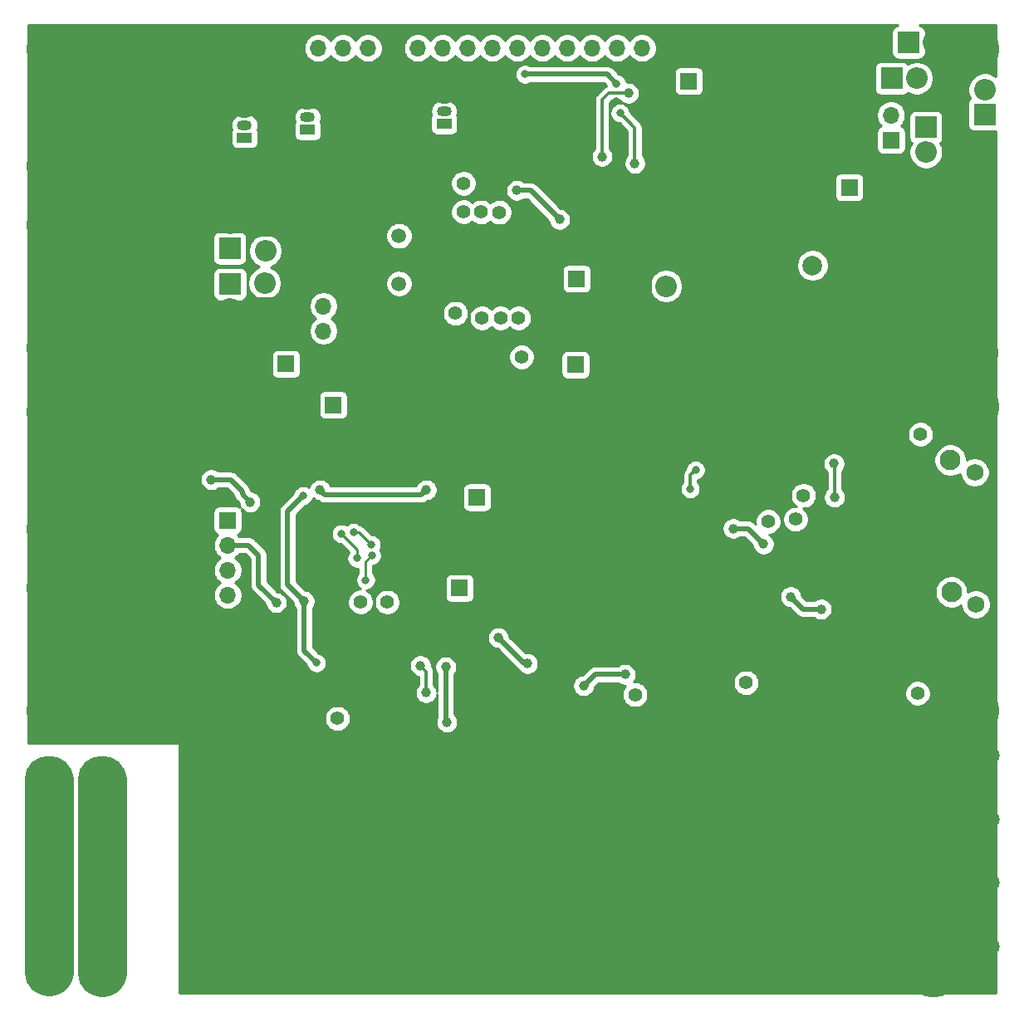
<source format=gbr>
%TF.GenerationSoftware,KiCad,Pcbnew,5.1.8-5.1.8*%
%TF.CreationDate,2022-02-25T22:11:04+08:00*%
%TF.ProjectId,lcr_2,6c63725f-322e-46b6-9963-61645f706362,rev?*%
%TF.SameCoordinates,Original*%
%TF.FileFunction,Copper,L2,Bot*%
%TF.FilePolarity,Positive*%
%FSLAX46Y46*%
G04 Gerber Fmt 4.6, Leading zero omitted, Abs format (unit mm)*
G04 Created by KiCad (PCBNEW 5.1.8-5.1.8) date 2022-02-25 22:11:04*
%MOMM*%
%LPD*%
G01*
G04 APERTURE LIST*
%TA.AperFunction,ComponentPad*%
%ADD10R,1.700000X1.700000*%
%TD*%
%TA.AperFunction,ComponentPad*%
%ADD11C,1.400000*%
%TD*%
%TA.AperFunction,ComponentPad*%
%ADD12O,1.700000X1.700000*%
%TD*%
%TA.AperFunction,ComponentPad*%
%ADD13C,5.000000*%
%TD*%
%TA.AperFunction,ComponentPad*%
%ADD14O,2.200000X2.200000*%
%TD*%
%TA.AperFunction,ComponentPad*%
%ADD15R,2.200000X2.200000*%
%TD*%
%TA.AperFunction,ComponentPad*%
%ADD16C,1.800000*%
%TD*%
%TA.AperFunction,ComponentPad*%
%ADD17C,1.500000*%
%TD*%
%TA.AperFunction,ComponentPad*%
%ADD18C,2.100000*%
%TD*%
%TA.AperFunction,ComponentPad*%
%ADD19C,1.750000*%
%TD*%
%TA.AperFunction,ComponentPad*%
%ADD20R,1.500000X1.050000*%
%TD*%
%TA.AperFunction,ComponentPad*%
%ADD21O,1.500000X1.050000*%
%TD*%
%TA.AperFunction,ComponentPad*%
%ADD22C,2.000000*%
%TD*%
%TA.AperFunction,ViaPad*%
%ADD23C,1.000000*%
%TD*%
%TA.AperFunction,ViaPad*%
%ADD24C,0.800000*%
%TD*%
%TA.AperFunction,ViaPad*%
%ADD25C,1.500000*%
%TD*%
%TA.AperFunction,Conductor*%
%ADD26C,5.000000*%
%TD*%
%TA.AperFunction,Conductor*%
%ADD27C,0.500000*%
%TD*%
%TA.AperFunction,Conductor*%
%ADD28C,0.300000*%
%TD*%
%TA.AperFunction,Conductor*%
%ADD29C,0.250000*%
%TD*%
%TA.AperFunction,Conductor*%
%ADD30C,0.254000*%
%TD*%
%TA.AperFunction,Conductor*%
%ADD31C,0.100000*%
%TD*%
G04 APERTURE END LIST*
D10*
%TO.P,J1,1*%
%TO.N,+5V*%
X125665000Y-108043000D03*
%TD*%
%TO.P,J2,1*%
%TO.N,-5V*%
X127433000Y-98797000D03*
%TD*%
D11*
%TO.P,REF\u002A\u002A,1*%
%TO.N,/DIO*%
X172345000Y-118795000D03*
%TD*%
%TO.P,REF\u002A\u002A,1*%
%TO.N,/CLK*%
X172649000Y-92371000D03*
%TD*%
%TO.P,REF\u002A\u002A,1*%
%TO.N,+3V3*%
X143550000Y-118909000D03*
%TD*%
%TO.P,REF\u002A\u002A,1*%
%TO.N,/ADC*%
X154875000Y-117703000D03*
%TD*%
%TO.P,REF\u002A\u002A,1*%
%TO.N,/PA1_4053_11_S1_3bei*%
X160721000Y-98599000D03*
%TD*%
%TO.P,REF\u002A\u002A,1*%
%TO.N,/PA2_4053_10_S2_6bei*%
X159910000Y-101037000D03*
%TD*%
%TO.P,REF\u002A\u002A,1*%
%TO.N,/PA3_4053_9_S3_10bei*%
X157130000Y-101252000D03*
%TD*%
%TO.P,REF\u002A\u002A,1*%
%TO.N,/PB1_4053_9_10_S2_S3*%
X113214000Y-121347000D03*
%TD*%
%TO.P,REF\u002A\u002A,1*%
%TO.N,/PA6_4052_9_B*%
X118287000Y-109489000D03*
%TD*%
%TO.P,REF\u002A\u002A,1*%
%TO.N,/PA9_4052_10_A*%
X115576000Y-109473000D03*
%TD*%
D10*
%TO.P,J7,1*%
%TO.N,Net-(C3-Pad2)*%
X112772000Y-89375000D03*
%TD*%
D12*
%TO.P,REF\u002A\u002A,4*%
%TO.N,/LP*%
X102012000Y-108763000D03*
%TO.P,REF\u002A\u002A,3*%
%TO.N,/LC*%
X102012000Y-106223000D03*
%TO.P,REF\u002A\u002A,2*%
%TO.N,/HP*%
X102012000Y-103683000D03*
D10*
%TO.P,REF\u002A\u002A,1*%
%TO.N,/HC*%
X102012000Y-101143000D03*
%TD*%
D11*
%TO.P,REF\u002A\u002A,1*%
%TO.N,/ADC*%
X131983000Y-84473000D03*
%TD*%
%TO.P,REF\u002A\u002A,1*%
%TO.N,/PA3_4053_9_S3_10bei*%
X131674000Y-80513000D03*
%TD*%
%TO.P,REF\u002A\u002A,1*%
%TO.N,/PA2_4053_10_S2_6bei*%
X129839000Y-80493000D03*
%TD*%
%TO.P,REF\u002A\u002A,1*%
%TO.N,/PA1_4053_11_S1_3bei*%
X127941000Y-80493000D03*
%TD*%
%TO.P,REF\u002A\u002A,1*%
%TO.N,/PA9_4052_10_A*%
X126058000Y-66768000D03*
%TD*%
%TO.P,REF\u002A\u002A,1*%
%TO.N,/PB1_4053_9_10_S2_S3*%
X127864000Y-69700000D03*
%TD*%
%TO.P,REF\u002A\u002A,1*%
%TO.N,/PA6_4052_9_B*%
X129699000Y-69716000D03*
%TD*%
%TO.P,REF\u002A\u002A,1*%
%TO.N,+3V3*%
X125246000Y-80031000D03*
%TD*%
%TO.P,REF\u002A\u002A,1*%
%TO.N,+3V3*%
X126072000Y-69677000D03*
%TD*%
D12*
%TO.P,J4,3*%
%TO.N,/DIO*%
X111786000Y-79278000D03*
%TO.P,J4,2*%
%TO.N,/CLK*%
X111786000Y-81818000D03*
D10*
%TO.P,J4,1*%
%TO.N,GND*%
X111786000Y-84358000D03*
%TD*%
D13*
%TO.P,REF\u002A\u002A,1*%
%TO.N,GND*%
X103230000Y-120639000D03*
%TD*%
%TO.P,REF\u002A\u002A,1*%
%TO.N,GND*%
X178209000Y-120562000D03*
%TD*%
%TO.P,REF\u002A\u002A,1*%
%TO.N,GND*%
X178238000Y-89559000D03*
%TD*%
%TO.P,REF\u002A\u002A,1*%
%TO.N,GND*%
X103261000Y-89606000D03*
%TD*%
%TO.P,REF\u002A\u002A,1*%
%TO.N,GND*%
X103186000Y-84113000D03*
%TD*%
D14*
%TO.P,D14,2*%
%TO.N,/LP*%
X105863000Y-73670000D03*
D15*
%TO.P,D14,1*%
%TO.N,GND*%
X105863000Y-71130000D03*
%TD*%
D14*
%TO.P,D13,2*%
%TO.N,GND*%
X102234000Y-70859000D03*
D15*
%TO.P,D13,1*%
%TO.N,/LP*%
X102234000Y-73399000D03*
%TD*%
D14*
%TO.P,D12,2*%
%TO.N,/HP*%
X105784000Y-76953000D03*
D15*
%TO.P,D12,1*%
%TO.N,GND*%
X105784000Y-79493000D03*
%TD*%
D14*
%TO.P,D11,2*%
%TO.N,GND*%
X102263000Y-79588000D03*
D15*
%TO.P,D11,1*%
%TO.N,/HP*%
X102263000Y-77048000D03*
%TD*%
D14*
%TO.P,D10,2*%
%TO.N,-5V*%
X146684000Y-77250000D03*
D15*
%TO.P,D10,1*%
%TO.N,GND*%
X144144000Y-77250000D03*
%TD*%
D14*
%TO.P,D9,2*%
%TO.N,Net-(C19-Pad1)*%
X173204000Y-63599000D03*
D15*
%TO.P,D9,1*%
%TO.N,Net-(BT1-Pad1)*%
X173204000Y-61059000D03*
%TD*%
D14*
%TO.P,D8,2*%
%TO.N,+12V*%
X179201000Y-57205000D03*
D15*
%TO.P,D8,1*%
%TO.N,Net-(C4-Pad1)*%
X179201000Y-59745000D03*
%TD*%
D14*
%TO.P,D7,2*%
%TO.N,GND*%
X173974000Y-52395000D03*
D15*
%TO.P,D7,1*%
%TO.N,+5V*%
X171434000Y-52395000D03*
%TD*%
D14*
%TO.P,D5,2*%
%TO.N,+5V*%
X172255000Y-56060000D03*
D15*
%TO.P,D5,1*%
%TO.N,+9V*%
X169715000Y-56060000D03*
%TD*%
D12*
%TO.P,DS1,16*%
%TO.N,GND*%
X146801000Y-52975000D03*
%TO.P,DS1,15*%
%TO.N,Net-(DS1-Pad15)*%
X144261000Y-52975000D03*
%TO.P,DS1,14*%
%TO.N,Net-(DS1-Pad14)*%
X141721000Y-52975000D03*
%TO.P,DS1,13*%
%TO.N,Net-(DS1-Pad13)*%
X139181000Y-52975000D03*
%TO.P,DS1,12*%
%TO.N,Net-(DS1-Pad12)*%
X136641000Y-52975000D03*
%TO.P,DS1,11*%
%TO.N,Net-(DS1-Pad11)*%
X134101000Y-52975000D03*
%TO.P,DS1,10*%
%TO.N,Net-(DS1-Pad10)*%
X131561000Y-52975000D03*
%TO.P,DS1,9*%
%TO.N,Net-(DS1-Pad9)*%
X129021000Y-52975000D03*
%TO.P,DS1,8*%
%TO.N,Net-(DS1-Pad8)*%
X126481000Y-52975000D03*
%TO.P,DS1,7*%
%TO.N,Net-(DS1-Pad7)*%
X123941000Y-52975000D03*
%TO.P,DS1,6*%
%TO.N,Net-(DS1-Pad6)*%
X121401000Y-52975000D03*
%TO.P,DS1,5*%
%TO.N,GND*%
X118861000Y-52975000D03*
%TO.P,DS1,4*%
%TO.N,Net-(DS1-Pad4)*%
X116321000Y-52975000D03*
%TO.P,DS1,3*%
%TO.N,Net-(DS1-Pad3)*%
X113781000Y-52975000D03*
%TO.P,DS1,2*%
%TO.N,+5V*%
X111241000Y-52975000D03*
D10*
%TO.P,DS1,1*%
%TO.N,GND*%
X108701000Y-52975000D03*
%TD*%
%TO.P,REF\u002A\u002A,1*%
%TO.N,GND*%
X149079000Y-127061000D03*
%TD*%
%TO.P,REF\u002A\u002A,1*%
%TO.N,GND*%
X118544000Y-127208000D03*
%TD*%
%TO.P,REF\u002A\u002A,1*%
%TO.N,GND*%
X129314000Y-127176000D03*
%TD*%
D13*
%TO.P,REF\u002A\u002A,1*%
%TO.N,GND*%
X173941000Y-127798000D03*
%TD*%
D16*
%TO.P,REF\u002A\u002A,1*%
%TO.N,GND*%
X179798000Y-125104000D03*
%TD*%
D10*
%TO.P,REF\u002A\u002A,1*%
%TO.N,GND*%
X108286000Y-127280000D03*
%TD*%
%TO.P,REF\u002A\u002A,1*%
%TO.N,GND*%
X159294000Y-127194000D03*
%TD*%
D13*
%TO.P,REF\u002A\u002A,1*%
%TO.N,N/C*%
X89225000Y-127694000D03*
%TD*%
D10*
%TO.P,REF\u002A\u002A,1*%
%TO.N,GND*%
X138821000Y-127133000D03*
%TD*%
%TO.P,REF\u002A\u002A,1*%
%TO.N,GND*%
X98779000Y-127323000D03*
%TD*%
D13*
%TO.P,REF\u002A\u002A,1*%
%TO.N,N/C*%
X83796000Y-127658000D03*
%TD*%
D10*
%TO.P,REF\u002A\u002A,1*%
%TO.N,GND*%
X98832000Y-133836000D03*
%TD*%
%TO.P,REF\u002A\u002A,1*%
%TO.N,GND*%
X159347000Y-133707000D03*
%TD*%
%TO.P,REF\u002A\u002A,1*%
%TO.N,GND*%
X118597000Y-133721000D03*
%TD*%
%TO.P,REF\u002A\u002A,1*%
%TO.N,GND*%
X108339000Y-133793000D03*
%TD*%
D13*
%TO.P,REF\u002A\u002A,1*%
%TO.N,N/C*%
X83849000Y-134171000D03*
%TD*%
%TO.P,REF\u002A\u002A,1*%
%TO.N,N/C*%
X89278000Y-134207000D03*
%TD*%
%TO.P,REF\u002A\u002A,1*%
%TO.N,GND*%
X173994000Y-134311000D03*
%TD*%
D16*
%TO.P,REF\u002A\u002A,1*%
%TO.N,GND*%
X179851000Y-131617000D03*
%TD*%
D10*
%TO.P,REF\u002A\u002A,1*%
%TO.N,GND*%
X149132000Y-133574000D03*
%TD*%
%TO.P,REF\u002A\u002A,1*%
%TO.N,GND*%
X129367000Y-133689000D03*
%TD*%
%TO.P,REF\u002A\u002A,1*%
%TO.N,GND*%
X138874000Y-133646000D03*
%TD*%
%TO.P,REF\u002A\u002A,1*%
%TO.N,GND*%
X118577000Y-140224000D03*
%TD*%
%TO.P,REF\u002A\u002A,1*%
%TO.N,GND*%
X138854000Y-140149000D03*
%TD*%
%TO.P,REF\u002A\u002A,1*%
%TO.N,GND*%
X98812000Y-140339000D03*
%TD*%
D13*
%TO.P,REF\u002A\u002A,1*%
%TO.N,N/C*%
X89258000Y-140710000D03*
%TD*%
%TO.P,REF\u002A\u002A,1*%
%TO.N,GND*%
X173974000Y-140814000D03*
%TD*%
D10*
%TO.P,REF\u002A\u002A,1*%
%TO.N,GND*%
X129347000Y-140192000D03*
%TD*%
D13*
%TO.P,REF\u002A\u002A,1*%
%TO.N,N/C*%
X83829000Y-140674000D03*
%TD*%
D10*
%TO.P,REF\u002A\u002A,1*%
%TO.N,GND*%
X108319000Y-140296000D03*
%TD*%
%TO.P,REF\u002A\u002A,1*%
%TO.N,GND*%
X159327000Y-140210000D03*
%TD*%
%TO.P,REF\u002A\u002A,1*%
%TO.N,GND*%
X149112000Y-140077000D03*
%TD*%
D16*
%TO.P,REF\u002A\u002A,1*%
%TO.N,GND*%
X179831000Y-138120000D03*
%TD*%
D13*
%TO.P,REF\u002A\u002A,1*%
%TO.N,GND*%
X173955000Y-147320000D03*
%TD*%
D10*
%TO.P,REF\u002A\u002A,1*%
%TO.N,GND*%
X159308000Y-146716000D03*
%TD*%
%TO.P,REF\u002A\u002A,1*%
%TO.N,GND*%
X129328000Y-146698000D03*
%TD*%
%TO.P,REF\u002A\u002A,1*%
%TO.N,GND*%
X149093000Y-146583000D03*
%TD*%
%TO.P,REF\u002A\u002A,1*%
%TO.N,GND*%
X138835000Y-146655000D03*
%TD*%
%TO.P,REF\u002A\u002A,1*%
%TO.N,GND*%
X118558000Y-146730000D03*
%TD*%
%TO.P,REF\u002A\u002A,1*%
%TO.N,GND*%
X108300000Y-146802000D03*
%TD*%
D13*
%TO.P,REF\u002A\u002A,1*%
%TO.N,N/C*%
X89239000Y-147216000D03*
%TD*%
D16*
%TO.P,REF\u002A\u002A,1*%
%TO.N,GND*%
X179812000Y-144626000D03*
%TD*%
D13*
%TO.P,REF\u002A\u002A,1*%
%TO.N,N/C*%
X83810000Y-147180000D03*
%TD*%
D10*
%TO.P,REF\u002A\u002A,1*%
%TO.N,GND*%
X98793000Y-146845000D03*
%TD*%
D13*
%TO.P,REF\u002A\u002A,1*%
%TO.N,GND*%
X83960000Y-102000000D03*
%TD*%
%TO.P,REF\u002A\u002A,1*%
%TO.N,GND*%
X84000000Y-120540000D03*
%TD*%
%TO.P,REF\u002A\u002A,1*%
%TO.N,GND*%
X97500000Y-120540000D03*
%TD*%
%TO.P,REF\u002A\u002A,1*%
%TO.N,GND*%
X84000000Y-90040000D03*
%TD*%
%TO.P,REF\u002A\u002A,1*%
%TO.N,GND*%
X83960000Y-108000000D03*
%TD*%
%TO.P,REF\u002A\u002A,1*%
%TO.N,GND*%
X97500000Y-90040000D03*
%TD*%
%TO.P,REF\u002A\u002A,1*%
%TO.N,GND*%
X84000000Y-83540000D03*
%TD*%
%TO.P,REF\u002A\u002A,1*%
%TO.N,GND*%
X97500000Y-83540000D03*
%TD*%
%TO.P,REF\u002A\u002A,1*%
%TO.N,GND*%
X97500000Y-53040000D03*
%TD*%
%TO.P,REF\u002A\u002A,1*%
%TO.N,GND*%
X84000000Y-53040000D03*
%TD*%
%TO.P,REF\u002A\u002A,1*%
%TO.N,GND*%
X83960000Y-71000000D03*
%TD*%
%TO.P,REF\u002A\u002A,1*%
%TO.N,GND*%
X83960000Y-65000000D03*
%TD*%
%TO.P,REF\u002A\u002A,1*%
%TO.N,GND*%
X178165000Y-84036000D03*
%TD*%
%TO.P,REF\u002A\u002A,1*%
%TO.N,GND*%
X178194000Y-53033000D03*
%TD*%
%TO.P,REF\u002A\u002A,1*%
%TO.N,GND*%
X103217000Y-53080000D03*
%TD*%
D17*
%TO.P,Y1,2*%
%TO.N,Net-(C41-Pad2)*%
X119478000Y-77009000D03*
%TO.P,Y1,1*%
%TO.N,Net-(C42-Pad1)*%
X119478000Y-72129000D03*
%TD*%
D12*
%TO.P,SW3,2*%
%TO.N,+9V*%
X169652000Y-59816000D03*
D10*
%TO.P,SW3,1*%
%TO.N,Net-(BT1-Pad1)*%
X169652000Y-62356000D03*
%TD*%
D18*
%TO.P,SW2,*%
%TO.N,*%
X175691000Y-95012000D03*
D19*
%TO.P,SW2,1*%
%TO.N,Net-(R49-Pad2)*%
X178181000Y-96262000D03*
%TO.P,SW2,2*%
%TO.N,GND*%
X178181000Y-100762000D03*
D18*
%TO.P,SW2,*%
X175691000Y-102022000D03*
%TD*%
%TO.P,SW1,*%
%TO.N,*%
X175799000Y-108445000D03*
D19*
%TO.P,SW1,1*%
%TO.N,Net-(R50-Pad2)*%
X178289000Y-109695000D03*
%TO.P,SW1,2*%
%TO.N,GND*%
X178289000Y-114195000D03*
D18*
%TO.P,SW1,*%
X175799000Y-115455000D03*
%TD*%
D20*
%TO.P,Q3,1*%
%TO.N,Net-(C2-Pad2)*%
X124084000Y-60691000D03*
D21*
%TO.P,Q3,3*%
%TO.N,GND*%
X124084000Y-58151000D03*
%TO.P,Q3,2*%
%TO.N,Net-(Q3-Pad2)*%
X124084000Y-59421000D03*
%TD*%
D20*
%TO.P,Q2,1*%
%TO.N,Net-(C13-Pad2)*%
X110171000Y-61306000D03*
D21*
%TO.P,Q2,3*%
%TO.N,GND*%
X110171000Y-58766000D03*
%TO.P,Q2,2*%
%TO.N,Net-(Q2-Pad2)*%
X110171000Y-60036000D03*
%TD*%
D20*
%TO.P,Q1,1*%
%TO.N,Net-(C10-Pad2)*%
X103739000Y-62091000D03*
D21*
%TO.P,Q1,3*%
%TO.N,GND*%
X103739000Y-59551000D03*
%TO.P,Q1,2*%
%TO.N,Net-(Q1-Pad2)*%
X103739000Y-60821000D03*
%TD*%
D22*
%TO.P,L1,2*%
%TO.N,Net-(D6-Pad1)*%
X161649000Y-75138000D03*
%TO.P,L1,1*%
%TO.N,GND*%
X165649000Y-75138000D03*
%TD*%
D10*
%TO.P,J7,1*%
%TO.N,Net-(C3-Pad2)*%
X107964000Y-85179000D03*
%TD*%
%TO.P,J3,1*%
%TO.N,+3V3*%
X137609000Y-76497000D03*
%TD*%
%TO.P,J2,1*%
%TO.N,-5V*%
X137484000Y-85278000D03*
%TD*%
%TO.P,J1,1*%
%TO.N,+5V*%
X149029000Y-56354000D03*
%TD*%
D12*
%TO.P,BT1,2*%
%TO.N,GND*%
X165396000Y-69736000D03*
D10*
%TO.P,BT1,1*%
%TO.N,Net-(BT1-Pad1)*%
X165396000Y-67196000D03*
%TD*%
D23*
%TO.N,GND*%
X111631000Y-74359000D03*
X131184000Y-101228000D03*
X169324000Y-106999000D03*
X163717000Y-121486000D03*
X157002000Y-119895000D03*
X165374000Y-108247000D03*
X150651000Y-103362000D03*
X159462000Y-91156000D03*
X137774000Y-89679000D03*
X142762000Y-94048000D03*
X144790000Y-106682000D03*
X141993000Y-106773000D03*
X131306000Y-95815000D03*
X135397000Y-118002000D03*
X144956000Y-109602000D03*
D24*
X136903000Y-111890000D03*
D23*
X123464000Y-102407000D03*
X114127000Y-107600000D03*
X120633000Y-122394000D03*
X107831000Y-114487000D03*
X111938000Y-112985000D03*
D24*
X112707000Y-95194000D03*
X113821000Y-92499000D03*
D25*
X115975000Y-96899000D03*
D23*
X121419000Y-90887000D03*
X104747000Y-97706000D03*
X104755000Y-95513000D03*
X130006000Y-63552000D03*
X118366000Y-60513000D03*
X106675000Y-63224000D03*
X101498000Y-63614000D03*
X117212000Y-81730000D03*
X123095000Y-84284000D03*
X126204000Y-74040000D03*
D25*
X143368000Y-85556000D03*
X149915000Y-63561000D03*
D23*
X134143000Y-62037000D03*
D24*
X141672000Y-58437000D03*
D23*
X151951000Y-67303000D03*
X126079250Y-84926750D03*
X115497000Y-68521000D03*
X115472000Y-80457000D03*
D24*
X136399000Y-110420000D03*
D23*
X141093000Y-88307000D03*
X150619000Y-100124000D03*
X146062000Y-94260000D03*
X153497000Y-119561000D03*
X153082000Y-116164000D03*
X159000000Y-105000000D03*
X123666000Y-73643000D03*
X118200000Y-69526000D03*
X115510000Y-74230000D03*
X115387000Y-64826000D03*
X133000000Y-78000000D03*
X135000000Y-80000000D03*
X138000000Y-80000000D03*
X141000000Y-79000000D03*
X169000000Y-83000000D03*
X172000000Y-83000000D03*
X172000000Y-85000000D03*
X169000000Y-85000000D03*
X174000000Y-82000000D03*
X174000000Y-68000000D03*
X179000000Y-65000000D03*
X163000000Y-59000000D03*
X179000000Y-69000000D03*
X153000000Y-88000000D03*
X165000000Y-91000000D03*
X168000000Y-89000000D03*
X126000000Y-92000000D03*
X126000000Y-89000000D03*
X129000000Y-90000000D03*
X128000000Y-92000000D03*
X136000000Y-92000000D03*
X134000000Y-91000000D03*
X131000000Y-88000000D03*
X124000000Y-95000000D03*
X109000000Y-89000000D03*
X105000000Y-102000000D03*
X99000000Y-112000000D03*
X99000000Y-114000000D03*
X101000000Y-112000000D03*
X110000000Y-119000000D03*
X116000000Y-117000000D03*
X114000000Y-118000000D03*
X120000000Y-114000000D03*
X123000000Y-114000000D03*
X123000000Y-110000000D03*
X123000000Y-108000000D03*
X126000000Y-112000000D03*
X127000000Y-115000000D03*
X127000000Y-119000000D03*
X125000000Y-104000000D03*
X127000000Y-105000000D03*
X131000000Y-98000000D03*
X129030000Y-118900000D03*
X147980000Y-106670000D03*
D24*
X127330000Y-121460000D03*
X135270000Y-121450000D03*
X150790000Y-114600000D03*
X146860000Y-113370000D03*
X152090000Y-108140000D03*
X149560000Y-110440000D03*
X160850000Y-103510000D03*
X165940000Y-104700000D03*
X171020000Y-101200000D03*
X165660000Y-95180000D03*
X168210000Y-97280000D03*
X168930000Y-105150000D03*
X165690000Y-110150000D03*
X165630000Y-112140000D03*
X167390000Y-118740000D03*
X166390000Y-120480000D03*
X165810000Y-118770000D03*
X170660000Y-121560000D03*
X173310000Y-121560000D03*
X174860000Y-118500000D03*
X174250000Y-111270000D03*
X174830000Y-106020000D03*
X175130000Y-104380000D03*
X175130000Y-99330000D03*
X169860000Y-94920000D03*
X171350000Y-89790000D03*
X173370000Y-87900000D03*
X163050000Y-88800000D03*
X158290000Y-88480000D03*
X148280000Y-88240000D03*
X147090000Y-85670000D03*
X135160000Y-105510000D03*
X134880000Y-107850000D03*
X137100000Y-98320000D03*
X134270000Y-98200000D03*
X114810000Y-84500000D03*
X117900000Y-85520000D03*
X120300000Y-86570000D03*
X123400000Y-88480000D03*
X127800000Y-75080000D03*
X130380000Y-75100000D03*
X132530000Y-73270000D03*
X131750000Y-63350000D03*
X130660000Y-61650000D03*
X137060000Y-60620000D03*
X136000000Y-62350000D03*
X138010000Y-61540000D03*
X126830000Y-61100000D03*
X127040000Y-57920000D03*
X121530000Y-58920000D03*
X119800000Y-59060000D03*
X116060000Y-55750000D03*
X106360000Y-56610000D03*
X104130000Y-57130000D03*
X107620000Y-60830000D03*
X111260000Y-68390000D03*
X117550000Y-74660000D03*
X164900000Y-58660000D03*
X161560000Y-58900000D03*
X147660000Y-63550000D03*
X148000000Y-103960000D03*
X118941000Y-93847000D03*
X119205000Y-97070000D03*
X119310000Y-100055000D03*
D23*
%TO.N,+5V*%
X124366000Y-121740000D03*
X124259000Y-116088000D03*
%TO.N,-5V*%
X122272000Y-98030000D03*
X111428000Y-98027000D03*
D24*
X109702000Y-98624000D03*
D23*
X109822000Y-109400000D03*
D24*
X111079000Y-115681000D03*
D23*
X132580000Y-115747000D03*
X129610000Y-113109000D03*
X162521000Y-110199000D03*
X159415000Y-108925000D03*
X156650000Y-103564000D03*
X153559000Y-101973000D03*
X142545000Y-116859000D03*
X138316500Y-118016500D03*
X100340000Y-96999000D03*
X104299000Y-99278000D03*
%TO.N,+3V3*%
X131477000Y-67495000D03*
X135854000Y-70451000D03*
%TO.N,Net-(C48-Pad2)*%
X163887000Y-98790000D03*
X163835000Y-95362000D03*
%TO.N,/HP*%
X106990000Y-109542000D03*
D24*
%TO.N,Net-(DS1-Pad4)*%
X141672000Y-56593000D03*
X132322000Y-55651000D03*
%TO.N,Net-(R2-Pad2)*%
X115187000Y-105015000D03*
X113589000Y-102504000D03*
%TO.N,Net-(R4-Pad2)*%
X116087000Y-107233000D03*
X116703000Y-104727000D03*
%TO.N,Net-(R8-Pad2)*%
X114848000Y-102366000D03*
X116678000Y-103629000D03*
%TO.N,Net-(R27-Pad1)*%
X149724000Y-96000000D03*
X149183000Y-97932000D03*
%TO.N,/PA4_SPI1_NSS_74HC595_12_RCLK*%
X142013000Y-59607000D03*
D23*
X143536000Y-64728000D03*
%TO.N,/PA7_SPI1_MOSI_74HC595_14_SER*%
X142883000Y-57570000D03*
X140186000Y-64046000D03*
%TO.N,Net-(U2-Pad4)*%
X121663000Y-115967000D03*
X122245000Y-118718000D03*
%TD*%
D26*
%TO.N,*%
X83796000Y-147166000D02*
X83810000Y-147180000D01*
X83796000Y-127658000D02*
X83796000Y-147166000D01*
X89225000Y-147202000D02*
X89239000Y-147216000D01*
X89225000Y-127694000D02*
X89225000Y-147202000D01*
D27*
%TO.N,+5V*%
X124259000Y-121633000D02*
X124366000Y-121740000D01*
X124259000Y-116088000D02*
X124259000Y-121633000D01*
D28*
%TO.N,-5V*%
X110738000Y-115340000D02*
X111079000Y-115681000D01*
D27*
X109822000Y-114424000D02*
X109822000Y-109400000D01*
X111079000Y-115681000D02*
X109822000Y-114424000D01*
X109822000Y-109400000D02*
X108120000Y-107698000D01*
X108120000Y-107698000D02*
X108120000Y-100211000D01*
X109702000Y-98629000D02*
X109702000Y-98624000D01*
X108120000Y-100211000D02*
X109702000Y-98629000D01*
X121775001Y-98526999D02*
X122272000Y-98030000D01*
X111927999Y-98526999D02*
X121775001Y-98526999D01*
X111428000Y-98027000D02*
X111927999Y-98526999D01*
X132248000Y-115747000D02*
X129610000Y-113109000D01*
X132580000Y-115747000D02*
X132248000Y-115747000D01*
X160689000Y-110199000D02*
X159415000Y-108925000D01*
X162521000Y-110199000D02*
X160689000Y-110199000D01*
X155059000Y-101973000D02*
X156650000Y-103564000D01*
X153559000Y-101973000D02*
X155059000Y-101973000D01*
X139474000Y-116859000D02*
X138316500Y-118016500D01*
X142545000Y-116859000D02*
X139474000Y-116859000D01*
X100340000Y-96999000D02*
X102318000Y-96999000D01*
X102318000Y-96999000D02*
X103492000Y-98173000D01*
X103492000Y-98173000D02*
X103492000Y-98471000D01*
X103492000Y-98471000D02*
X104299000Y-99278000D01*
X104299000Y-99278000D02*
X104299000Y-99278000D01*
%TO.N,+3V3*%
X132898000Y-67495000D02*
X135854000Y-70451000D01*
X131477000Y-67495000D02*
X132898000Y-67495000D01*
D28*
%TO.N,Net-(C48-Pad2)*%
X163887000Y-95414000D02*
X163835000Y-95362000D01*
X163887000Y-98790000D02*
X163887000Y-95414000D01*
D27*
%TO.N,/HP*%
X103650000Y-103683000D02*
X102012000Y-103683000D01*
X104135000Y-103683000D02*
X103650000Y-103683000D01*
X105181000Y-104729000D02*
X104135000Y-103683000D01*
X105181000Y-107733000D02*
X105181000Y-104729000D01*
X106990000Y-109542000D02*
X105181000Y-107733000D01*
%TO.N,Net-(DS1-Pad4)*%
X140730000Y-55651000D02*
X141672000Y-56593000D01*
X132322000Y-55651000D02*
X140730000Y-55651000D01*
D29*
%TO.N,Net-(R2-Pad2)*%
X115187000Y-104102000D02*
X113589000Y-102504000D01*
X115187000Y-105015000D02*
X115187000Y-104102000D01*
%TO.N,Net-(R4-Pad2)*%
X116087000Y-105343000D02*
X116703000Y-104727000D01*
X116087000Y-107233000D02*
X116087000Y-105343000D01*
%TO.N,Net-(R8-Pad2)*%
X115415000Y-102366000D02*
X116678000Y-103629000D01*
X114848000Y-102366000D02*
X115415000Y-102366000D01*
D28*
%TO.N,Net-(R27-Pad1)*%
X149183000Y-96541000D02*
X149724000Y-96000000D01*
X149183000Y-97932000D02*
X149183000Y-96541000D01*
%TO.N,/PA4_SPI1_NSS_74HC595_12_RCLK*%
X143536000Y-61130000D02*
X142013000Y-59607000D01*
X143536000Y-64728000D02*
X143536000Y-61130000D01*
%TO.N,/PA7_SPI1_MOSI_74HC595_14_SER*%
X140186000Y-64046000D02*
X140186000Y-58280000D01*
X140896000Y-57570000D02*
X142883000Y-57570000D01*
X140186000Y-58280000D02*
X140896000Y-57570000D01*
%TO.N,Net-(U2-Pad4)*%
X122245000Y-116549000D02*
X121663000Y-115967000D01*
X122245000Y-118718000D02*
X122245000Y-116549000D01*
%TD*%
D30*
%TO.N,GND*%
X170209518Y-50669188D02*
X170089820Y-50705498D01*
X169979506Y-50764463D01*
X169882815Y-50843815D01*
X169803463Y-50940506D01*
X169744498Y-51050820D01*
X169708188Y-51170518D01*
X169695928Y-51295000D01*
X169695928Y-53495000D01*
X169708188Y-53619482D01*
X169744498Y-53739180D01*
X169803463Y-53849494D01*
X169882815Y-53946185D01*
X169979506Y-54025537D01*
X170089820Y-54084502D01*
X170209518Y-54120812D01*
X170334000Y-54133072D01*
X172534000Y-54133072D01*
X172658482Y-54120812D01*
X172778180Y-54084502D01*
X172888494Y-54025537D01*
X172985185Y-53946185D01*
X173064537Y-53849494D01*
X173123502Y-53739180D01*
X173159812Y-53619482D01*
X173172072Y-53495000D01*
X173172072Y-51295000D01*
X173159812Y-51170518D01*
X173123502Y-51050820D01*
X173064537Y-50940506D01*
X172985185Y-50843815D01*
X172888494Y-50764463D01*
X172778180Y-50705498D01*
X172658482Y-50669188D01*
X172565192Y-50660000D01*
X180340000Y-50660000D01*
X180340000Y-55890339D01*
X180306998Y-55857337D01*
X180022831Y-55667463D01*
X179707081Y-55536675D01*
X179371883Y-55470000D01*
X179030117Y-55470000D01*
X178694919Y-55536675D01*
X178379169Y-55667463D01*
X178095002Y-55857337D01*
X177853337Y-56099002D01*
X177663463Y-56383169D01*
X177532675Y-56698919D01*
X177466000Y-57034117D01*
X177466000Y-57375883D01*
X177532675Y-57711081D01*
X177663463Y-58026831D01*
X177730690Y-58127443D01*
X177649815Y-58193815D01*
X177570463Y-58290506D01*
X177511498Y-58400820D01*
X177475188Y-58520518D01*
X177462928Y-58645000D01*
X177462928Y-60845000D01*
X177475188Y-60969482D01*
X177511498Y-61089180D01*
X177570463Y-61199494D01*
X177649815Y-61296185D01*
X177746506Y-61375537D01*
X177856820Y-61434502D01*
X177976518Y-61470812D01*
X178101000Y-61483072D01*
X180301000Y-61483072D01*
X180340000Y-61479231D01*
X180340001Y-149340000D01*
X97127000Y-149340000D01*
X97127000Y-124000000D01*
X97124560Y-123975224D01*
X97117333Y-123951399D01*
X97105597Y-123929443D01*
X97089803Y-123910197D01*
X97070557Y-123894403D01*
X97048601Y-123882667D01*
X97024776Y-123875440D01*
X97000000Y-123873000D01*
X81660000Y-123873000D01*
X81660000Y-121215514D01*
X111879000Y-121215514D01*
X111879000Y-121478486D01*
X111930304Y-121736405D01*
X112030939Y-121979359D01*
X112177038Y-122198013D01*
X112362987Y-122383962D01*
X112581641Y-122530061D01*
X112824595Y-122630696D01*
X113082514Y-122682000D01*
X113345486Y-122682000D01*
X113603405Y-122630696D01*
X113846359Y-122530061D01*
X114065013Y-122383962D01*
X114250962Y-122198013D01*
X114397061Y-121979359D01*
X114497696Y-121736405D01*
X114549000Y-121478486D01*
X114549000Y-121215514D01*
X114497696Y-120957595D01*
X114397061Y-120714641D01*
X114250962Y-120495987D01*
X114065013Y-120310038D01*
X113846359Y-120163939D01*
X113603405Y-120063304D01*
X113345486Y-120012000D01*
X113082514Y-120012000D01*
X112824595Y-120063304D01*
X112581641Y-120163939D01*
X112362987Y-120310038D01*
X112177038Y-120495987D01*
X112030939Y-120714641D01*
X111930304Y-120957595D01*
X111879000Y-121215514D01*
X81660000Y-121215514D01*
X81660000Y-96887212D01*
X99205000Y-96887212D01*
X99205000Y-97110788D01*
X99248617Y-97330067D01*
X99334176Y-97536624D01*
X99458388Y-97722520D01*
X99616480Y-97880612D01*
X99802376Y-98004824D01*
X100008933Y-98090383D01*
X100228212Y-98134000D01*
X100451788Y-98134000D01*
X100671067Y-98090383D01*
X100877624Y-98004824D01*
X101058450Y-97884000D01*
X101951422Y-97884000D01*
X102609742Y-98542321D01*
X102619805Y-98644490D01*
X102670411Y-98811313D01*
X102752589Y-98965059D01*
X102863183Y-99099817D01*
X102896955Y-99127533D01*
X103165189Y-99395768D01*
X103207617Y-99609067D01*
X103293176Y-99815624D01*
X103307630Y-99837256D01*
X103216494Y-99762463D01*
X103106180Y-99703498D01*
X102986482Y-99667188D01*
X102862000Y-99654928D01*
X101162000Y-99654928D01*
X101037518Y-99667188D01*
X100917820Y-99703498D01*
X100807506Y-99762463D01*
X100710815Y-99841815D01*
X100631463Y-99938506D01*
X100572498Y-100048820D01*
X100536188Y-100168518D01*
X100523928Y-100293000D01*
X100523928Y-101993000D01*
X100536188Y-102117482D01*
X100572498Y-102237180D01*
X100631463Y-102347494D01*
X100710815Y-102444185D01*
X100807506Y-102523537D01*
X100917820Y-102582502D01*
X100990380Y-102604513D01*
X100858525Y-102736368D01*
X100696010Y-102979589D01*
X100584068Y-103249842D01*
X100527000Y-103536740D01*
X100527000Y-103829260D01*
X100584068Y-104116158D01*
X100696010Y-104386411D01*
X100858525Y-104629632D01*
X101065368Y-104836475D01*
X101239760Y-104953000D01*
X101065368Y-105069525D01*
X100858525Y-105276368D01*
X100696010Y-105519589D01*
X100584068Y-105789842D01*
X100527000Y-106076740D01*
X100527000Y-106369260D01*
X100584068Y-106656158D01*
X100696010Y-106926411D01*
X100858525Y-107169632D01*
X101065368Y-107376475D01*
X101239760Y-107493000D01*
X101065368Y-107609525D01*
X100858525Y-107816368D01*
X100696010Y-108059589D01*
X100584068Y-108329842D01*
X100527000Y-108616740D01*
X100527000Y-108909260D01*
X100584068Y-109196158D01*
X100696010Y-109466411D01*
X100858525Y-109709632D01*
X101065368Y-109916475D01*
X101308589Y-110078990D01*
X101578842Y-110190932D01*
X101865740Y-110248000D01*
X102158260Y-110248000D01*
X102445158Y-110190932D01*
X102715411Y-110078990D01*
X102958632Y-109916475D01*
X103165475Y-109709632D01*
X103327990Y-109466411D01*
X103439932Y-109196158D01*
X103497000Y-108909260D01*
X103497000Y-108616740D01*
X103439932Y-108329842D01*
X103327990Y-108059589D01*
X103165475Y-107816368D01*
X102958632Y-107609525D01*
X102784240Y-107493000D01*
X102958632Y-107376475D01*
X103165475Y-107169632D01*
X103327990Y-106926411D01*
X103439932Y-106656158D01*
X103497000Y-106369260D01*
X103497000Y-106076740D01*
X103439932Y-105789842D01*
X103327990Y-105519589D01*
X103165475Y-105276368D01*
X102958632Y-105069525D01*
X102784240Y-104953000D01*
X102958632Y-104836475D01*
X103165475Y-104629632D01*
X103206656Y-104568000D01*
X103768422Y-104568000D01*
X104296001Y-105095580D01*
X104296000Y-107689531D01*
X104291719Y-107733000D01*
X104296000Y-107776469D01*
X104296000Y-107776476D01*
X104299929Y-107816368D01*
X104308805Y-107906490D01*
X104323067Y-107953504D01*
X104359411Y-108073312D01*
X104441589Y-108227058D01*
X104552183Y-108361817D01*
X104585956Y-108389534D01*
X105856190Y-109659768D01*
X105898617Y-109873067D01*
X105984176Y-110079624D01*
X106108388Y-110265520D01*
X106266480Y-110423612D01*
X106452376Y-110547824D01*
X106658933Y-110633383D01*
X106878212Y-110677000D01*
X107101788Y-110677000D01*
X107321067Y-110633383D01*
X107527624Y-110547824D01*
X107713520Y-110423612D01*
X107871612Y-110265520D01*
X107995824Y-110079624D01*
X108081383Y-109873067D01*
X108125000Y-109653788D01*
X108125000Y-109430212D01*
X108081383Y-109210933D01*
X107995824Y-109004376D01*
X107871612Y-108818480D01*
X107713520Y-108660388D01*
X107527624Y-108536176D01*
X107321067Y-108450617D01*
X107107768Y-108408190D01*
X106066000Y-107366422D01*
X106066000Y-104772465D01*
X106070281Y-104728999D01*
X106066000Y-104685533D01*
X106066000Y-104685523D01*
X106053195Y-104555510D01*
X106002589Y-104388687D01*
X105920411Y-104234941D01*
X105896210Y-104205452D01*
X105837532Y-104133953D01*
X105837530Y-104133951D01*
X105809817Y-104100183D01*
X105776049Y-104072470D01*
X104791534Y-103087956D01*
X104763817Y-103054183D01*
X104629059Y-102943589D01*
X104475313Y-102861411D01*
X104308490Y-102810805D01*
X104178477Y-102798000D01*
X104178469Y-102798000D01*
X104135000Y-102793719D01*
X104091531Y-102798000D01*
X103206656Y-102798000D01*
X103165475Y-102736368D01*
X103033620Y-102604513D01*
X103106180Y-102582502D01*
X103216494Y-102523537D01*
X103313185Y-102444185D01*
X103392537Y-102347494D01*
X103451502Y-102237180D01*
X103487812Y-102117482D01*
X103500072Y-101993000D01*
X103500072Y-100293000D01*
X103487812Y-100168518D01*
X103451502Y-100048820D01*
X103436360Y-100020492D01*
X103575480Y-100159612D01*
X103761376Y-100283824D01*
X103967933Y-100369383D01*
X104187212Y-100413000D01*
X104410788Y-100413000D01*
X104630067Y-100369383D01*
X104836624Y-100283824D01*
X104945612Y-100211000D01*
X107230719Y-100211000D01*
X107235001Y-100254479D01*
X107235000Y-107654531D01*
X107230719Y-107698000D01*
X107235000Y-107741469D01*
X107235000Y-107741476D01*
X107247805Y-107871489D01*
X107298411Y-108038312D01*
X107380589Y-108192058D01*
X107491183Y-108326817D01*
X107524956Y-108354534D01*
X108688190Y-109517768D01*
X108730617Y-109731067D01*
X108816176Y-109937624D01*
X108937001Y-110118451D01*
X108937000Y-114380531D01*
X108932719Y-114424000D01*
X108937000Y-114467469D01*
X108937000Y-114467476D01*
X108949805Y-114597489D01*
X109000411Y-114764312D01*
X109082589Y-114918058D01*
X109193183Y-115052817D01*
X109226956Y-115080534D01*
X110072465Y-115926044D01*
X110083774Y-115982898D01*
X110161795Y-116171256D01*
X110275063Y-116340774D01*
X110419226Y-116484937D01*
X110588744Y-116598205D01*
X110777102Y-116676226D01*
X110977061Y-116716000D01*
X111180939Y-116716000D01*
X111380898Y-116676226D01*
X111569256Y-116598205D01*
X111738774Y-116484937D01*
X111882937Y-116340774D01*
X111996205Y-116171256D01*
X112074226Y-115982898D01*
X112099624Y-115855212D01*
X120528000Y-115855212D01*
X120528000Y-116078788D01*
X120571617Y-116298067D01*
X120657176Y-116504624D01*
X120781388Y-116690520D01*
X120939480Y-116848612D01*
X121125376Y-116972824D01*
X121331933Y-117058383D01*
X121460001Y-117083857D01*
X121460000Y-117897868D01*
X121363388Y-117994480D01*
X121239176Y-118180376D01*
X121153617Y-118386933D01*
X121110000Y-118606212D01*
X121110000Y-118829788D01*
X121153617Y-119049067D01*
X121239176Y-119255624D01*
X121363388Y-119441520D01*
X121521480Y-119599612D01*
X121707376Y-119723824D01*
X121913933Y-119809383D01*
X122133212Y-119853000D01*
X122356788Y-119853000D01*
X122576067Y-119809383D01*
X122782624Y-119723824D01*
X122968520Y-119599612D01*
X123126612Y-119441520D01*
X123250824Y-119255624D01*
X123336383Y-119049067D01*
X123374000Y-118859950D01*
X123374001Y-121181686D01*
X123360176Y-121202376D01*
X123274617Y-121408933D01*
X123231000Y-121628212D01*
X123231000Y-121851788D01*
X123274617Y-122071067D01*
X123360176Y-122277624D01*
X123484388Y-122463520D01*
X123642480Y-122621612D01*
X123828376Y-122745824D01*
X124034933Y-122831383D01*
X124254212Y-122875000D01*
X124477788Y-122875000D01*
X124697067Y-122831383D01*
X124903624Y-122745824D01*
X125089520Y-122621612D01*
X125247612Y-122463520D01*
X125371824Y-122277624D01*
X125457383Y-122071067D01*
X125501000Y-121851788D01*
X125501000Y-121628212D01*
X125457383Y-121408933D01*
X125371824Y-121202376D01*
X125247612Y-121016480D01*
X125144000Y-120912868D01*
X125144000Y-117904712D01*
X137181500Y-117904712D01*
X137181500Y-118128288D01*
X137225117Y-118347567D01*
X137310676Y-118554124D01*
X137434888Y-118740020D01*
X137592980Y-118898112D01*
X137778876Y-119022324D01*
X137985433Y-119107883D01*
X138204712Y-119151500D01*
X138428288Y-119151500D01*
X138647567Y-119107883D01*
X138854124Y-119022324D01*
X139040020Y-118898112D01*
X139198112Y-118740020D01*
X139322324Y-118554124D01*
X139407883Y-118347567D01*
X139450311Y-118134268D01*
X139840579Y-117744000D01*
X141826550Y-117744000D01*
X142007376Y-117864824D01*
X142213933Y-117950383D01*
X142433212Y-117994000D01*
X142577025Y-117994000D01*
X142513038Y-118057987D01*
X142366939Y-118276641D01*
X142266304Y-118519595D01*
X142215000Y-118777514D01*
X142215000Y-119040486D01*
X142266304Y-119298405D01*
X142366939Y-119541359D01*
X142513038Y-119760013D01*
X142698987Y-119945962D01*
X142917641Y-120092061D01*
X143160595Y-120192696D01*
X143418514Y-120244000D01*
X143681486Y-120244000D01*
X143939405Y-120192696D01*
X144182359Y-120092061D01*
X144401013Y-119945962D01*
X144586962Y-119760013D01*
X144733061Y-119541359D01*
X144833696Y-119298405D01*
X144885000Y-119040486D01*
X144885000Y-118777514D01*
X144833696Y-118519595D01*
X144733061Y-118276641D01*
X144586962Y-118057987D01*
X144401013Y-117872038D01*
X144182359Y-117725939D01*
X143939405Y-117625304D01*
X143681486Y-117574000D01*
X143432305Y-117574000D01*
X143433966Y-117571514D01*
X153540000Y-117571514D01*
X153540000Y-117834486D01*
X153591304Y-118092405D01*
X153691939Y-118335359D01*
X153838038Y-118554013D01*
X154023987Y-118739962D01*
X154242641Y-118886061D01*
X154485595Y-118986696D01*
X154743514Y-119038000D01*
X155006486Y-119038000D01*
X155264405Y-118986696D01*
X155507359Y-118886061D01*
X155726013Y-118739962D01*
X155802461Y-118663514D01*
X171010000Y-118663514D01*
X171010000Y-118926486D01*
X171061304Y-119184405D01*
X171161939Y-119427359D01*
X171308038Y-119646013D01*
X171493987Y-119831962D01*
X171712641Y-119978061D01*
X171955595Y-120078696D01*
X172213514Y-120130000D01*
X172476486Y-120130000D01*
X172734405Y-120078696D01*
X172977359Y-119978061D01*
X173196013Y-119831962D01*
X173381962Y-119646013D01*
X173528061Y-119427359D01*
X173628696Y-119184405D01*
X173680000Y-118926486D01*
X173680000Y-118663514D01*
X173628696Y-118405595D01*
X173528061Y-118162641D01*
X173381962Y-117943987D01*
X173196013Y-117758038D01*
X172977359Y-117611939D01*
X172734405Y-117511304D01*
X172476486Y-117460000D01*
X172213514Y-117460000D01*
X171955595Y-117511304D01*
X171712641Y-117611939D01*
X171493987Y-117758038D01*
X171308038Y-117943987D01*
X171161939Y-118162641D01*
X171061304Y-118405595D01*
X171010000Y-118663514D01*
X155802461Y-118663514D01*
X155911962Y-118554013D01*
X156058061Y-118335359D01*
X156158696Y-118092405D01*
X156210000Y-117834486D01*
X156210000Y-117571514D01*
X156158696Y-117313595D01*
X156058061Y-117070641D01*
X155911962Y-116851987D01*
X155726013Y-116666038D01*
X155507359Y-116519939D01*
X155264405Y-116419304D01*
X155006486Y-116368000D01*
X154743514Y-116368000D01*
X154485595Y-116419304D01*
X154242641Y-116519939D01*
X154023987Y-116666038D01*
X153838038Y-116851987D01*
X153691939Y-117070641D01*
X153591304Y-117313595D01*
X153540000Y-117571514D01*
X143433966Y-117571514D01*
X143550824Y-117396624D01*
X143636383Y-117190067D01*
X143680000Y-116970788D01*
X143680000Y-116747212D01*
X143636383Y-116527933D01*
X143550824Y-116321376D01*
X143426612Y-116135480D01*
X143268520Y-115977388D01*
X143082624Y-115853176D01*
X142876067Y-115767617D01*
X142656788Y-115724000D01*
X142433212Y-115724000D01*
X142213933Y-115767617D01*
X142007376Y-115853176D01*
X141826550Y-115974000D01*
X139517465Y-115974000D01*
X139473999Y-115969719D01*
X139430533Y-115974000D01*
X139430523Y-115974000D01*
X139300510Y-115986805D01*
X139133687Y-116037411D01*
X138979941Y-116119589D01*
X138979939Y-116119590D01*
X138979940Y-116119590D01*
X138878953Y-116202468D01*
X138878951Y-116202470D01*
X138845183Y-116230183D01*
X138817470Y-116263951D01*
X138198732Y-116882689D01*
X137985433Y-116925117D01*
X137778876Y-117010676D01*
X137592980Y-117134888D01*
X137434888Y-117292980D01*
X137310676Y-117478876D01*
X137225117Y-117685433D01*
X137181500Y-117904712D01*
X125144000Y-117904712D01*
X125144000Y-116806450D01*
X125264824Y-116625624D01*
X125350383Y-116419067D01*
X125394000Y-116199788D01*
X125394000Y-115976212D01*
X125350383Y-115756933D01*
X125264824Y-115550376D01*
X125140612Y-115364480D01*
X124982520Y-115206388D01*
X124796624Y-115082176D01*
X124590067Y-114996617D01*
X124370788Y-114953000D01*
X124147212Y-114953000D01*
X123927933Y-114996617D01*
X123721376Y-115082176D01*
X123535480Y-115206388D01*
X123377388Y-115364480D01*
X123253176Y-115550376D01*
X123167617Y-115756933D01*
X123124000Y-115976212D01*
X123124000Y-116199788D01*
X123167617Y-116419067D01*
X123253176Y-116625624D01*
X123374000Y-116806450D01*
X123374000Y-118576050D01*
X123336383Y-118386933D01*
X123250824Y-118180376D01*
X123126612Y-117994480D01*
X123030000Y-117897868D01*
X123030000Y-116587552D01*
X123033797Y-116548999D01*
X123030000Y-116510446D01*
X123030000Y-116510439D01*
X123018641Y-116395113D01*
X122973754Y-116247140D01*
X122900862Y-116110767D01*
X122840660Y-116037412D01*
X122827345Y-116021187D01*
X122827342Y-116021184D01*
X122802764Y-115991236D01*
X122798000Y-115987326D01*
X122798000Y-115855212D01*
X122754383Y-115635933D01*
X122668824Y-115429376D01*
X122544612Y-115243480D01*
X122386520Y-115085388D01*
X122200624Y-114961176D01*
X121994067Y-114875617D01*
X121774788Y-114832000D01*
X121551212Y-114832000D01*
X121331933Y-114875617D01*
X121125376Y-114961176D01*
X120939480Y-115085388D01*
X120781388Y-115243480D01*
X120657176Y-115429376D01*
X120571617Y-115635933D01*
X120528000Y-115855212D01*
X112099624Y-115855212D01*
X112114000Y-115782939D01*
X112114000Y-115579061D01*
X112074226Y-115379102D01*
X111996205Y-115190744D01*
X111882937Y-115021226D01*
X111738774Y-114877063D01*
X111569256Y-114763795D01*
X111380898Y-114685774D01*
X111324044Y-114674465D01*
X110707000Y-114057422D01*
X110707000Y-112997212D01*
X128475000Y-112997212D01*
X128475000Y-113220788D01*
X128518617Y-113440067D01*
X128604176Y-113646624D01*
X128728388Y-113832520D01*
X128886480Y-113990612D01*
X129072376Y-114114824D01*
X129278933Y-114200383D01*
X129492232Y-114242811D01*
X131591470Y-116342049D01*
X131619183Y-116375817D01*
X131652951Y-116403530D01*
X131652953Y-116403532D01*
X131654447Y-116404758D01*
X131698388Y-116470520D01*
X131856480Y-116628612D01*
X132042376Y-116752824D01*
X132248933Y-116838383D01*
X132468212Y-116882000D01*
X132691788Y-116882000D01*
X132911067Y-116838383D01*
X133117624Y-116752824D01*
X133303520Y-116628612D01*
X133461612Y-116470520D01*
X133585824Y-116284624D01*
X133671383Y-116078067D01*
X133715000Y-115858788D01*
X133715000Y-115635212D01*
X133671383Y-115415933D01*
X133585824Y-115209376D01*
X133461612Y-115023480D01*
X133303520Y-114865388D01*
X133117624Y-114741176D01*
X132911067Y-114655617D01*
X132691788Y-114612000D01*
X132468212Y-114612000D01*
X132381773Y-114629194D01*
X130743811Y-112991232D01*
X130701383Y-112777933D01*
X130615824Y-112571376D01*
X130491612Y-112385480D01*
X130333520Y-112227388D01*
X130147624Y-112103176D01*
X129941067Y-112017617D01*
X129721788Y-111974000D01*
X129498212Y-111974000D01*
X129278933Y-112017617D01*
X129072376Y-112103176D01*
X128886480Y-112227388D01*
X128728388Y-112385480D01*
X128604176Y-112571376D01*
X128518617Y-112777933D01*
X128475000Y-112997212D01*
X110707000Y-112997212D01*
X110707000Y-110118450D01*
X110827824Y-109937624D01*
X110913383Y-109731067D01*
X110957000Y-109511788D01*
X110957000Y-109288212D01*
X110913383Y-109068933D01*
X110827824Y-108862376D01*
X110703612Y-108676480D01*
X110545520Y-108518388D01*
X110359624Y-108394176D01*
X110153067Y-108308617D01*
X109939768Y-108266190D01*
X109005000Y-107331422D01*
X109005000Y-102402061D01*
X112554000Y-102402061D01*
X112554000Y-102605939D01*
X112593774Y-102805898D01*
X112671795Y-102994256D01*
X112785063Y-103163774D01*
X112929226Y-103307937D01*
X113098744Y-103421205D01*
X113287102Y-103499226D01*
X113487061Y-103539000D01*
X113549199Y-103539000D01*
X114375998Y-104365800D01*
X114269795Y-104524744D01*
X114191774Y-104713102D01*
X114152000Y-104913061D01*
X114152000Y-105116939D01*
X114191774Y-105316898D01*
X114269795Y-105505256D01*
X114383063Y-105674774D01*
X114527226Y-105818937D01*
X114696744Y-105932205D01*
X114885102Y-106010226D01*
X115085061Y-106050000D01*
X115288939Y-106050000D01*
X115327001Y-106042429D01*
X115327000Y-106529289D01*
X115283063Y-106573226D01*
X115169795Y-106742744D01*
X115091774Y-106931102D01*
X115052000Y-107131061D01*
X115052000Y-107334939D01*
X115091774Y-107534898D01*
X115169795Y-107723256D01*
X115283063Y-107892774D01*
X115427226Y-108036937D01*
X115578478Y-108138000D01*
X115444514Y-108138000D01*
X115186595Y-108189304D01*
X114943641Y-108289939D01*
X114724987Y-108436038D01*
X114539038Y-108621987D01*
X114392939Y-108840641D01*
X114292304Y-109083595D01*
X114241000Y-109341514D01*
X114241000Y-109604486D01*
X114292304Y-109862405D01*
X114392939Y-110105359D01*
X114539038Y-110324013D01*
X114724987Y-110509962D01*
X114943641Y-110656061D01*
X115186595Y-110756696D01*
X115444514Y-110808000D01*
X115707486Y-110808000D01*
X115965405Y-110756696D01*
X116208359Y-110656061D01*
X116427013Y-110509962D01*
X116612962Y-110324013D01*
X116759061Y-110105359D01*
X116859696Y-109862405D01*
X116911000Y-109604486D01*
X116911000Y-109357514D01*
X116952000Y-109357514D01*
X116952000Y-109620486D01*
X117003304Y-109878405D01*
X117103939Y-110121359D01*
X117250038Y-110340013D01*
X117435987Y-110525962D01*
X117654641Y-110672061D01*
X117897595Y-110772696D01*
X118155514Y-110824000D01*
X118418486Y-110824000D01*
X118676405Y-110772696D01*
X118919359Y-110672061D01*
X119138013Y-110525962D01*
X119323962Y-110340013D01*
X119470061Y-110121359D01*
X119570696Y-109878405D01*
X119622000Y-109620486D01*
X119622000Y-109357514D01*
X119570696Y-109099595D01*
X119470061Y-108856641D01*
X119323962Y-108637987D01*
X119138013Y-108452038D01*
X118919359Y-108305939D01*
X118676405Y-108205304D01*
X118418486Y-108154000D01*
X118155514Y-108154000D01*
X117897595Y-108205304D01*
X117654641Y-108305939D01*
X117435987Y-108452038D01*
X117250038Y-108637987D01*
X117103939Y-108856641D01*
X117003304Y-109099595D01*
X116952000Y-109357514D01*
X116911000Y-109357514D01*
X116911000Y-109341514D01*
X116859696Y-109083595D01*
X116759061Y-108840641D01*
X116612962Y-108621987D01*
X116427013Y-108436038D01*
X116208359Y-108289939D01*
X116155394Y-108268000D01*
X116188939Y-108268000D01*
X116388898Y-108228226D01*
X116577256Y-108150205D01*
X116746774Y-108036937D01*
X116890937Y-107892774D01*
X117004205Y-107723256D01*
X117082226Y-107534898D01*
X117122000Y-107334939D01*
X117122000Y-107193000D01*
X124176928Y-107193000D01*
X124176928Y-108893000D01*
X124189188Y-109017482D01*
X124225498Y-109137180D01*
X124284463Y-109247494D01*
X124363815Y-109344185D01*
X124460506Y-109423537D01*
X124570820Y-109482502D01*
X124690518Y-109518812D01*
X124815000Y-109531072D01*
X126515000Y-109531072D01*
X126639482Y-109518812D01*
X126759180Y-109482502D01*
X126869494Y-109423537D01*
X126966185Y-109344185D01*
X127045537Y-109247494D01*
X127104502Y-109137180D01*
X127140812Y-109017482D01*
X127153072Y-108893000D01*
X127153072Y-108813212D01*
X158280000Y-108813212D01*
X158280000Y-109036788D01*
X158323617Y-109256067D01*
X158409176Y-109462624D01*
X158533388Y-109648520D01*
X158691480Y-109806612D01*
X158877376Y-109930824D01*
X159083933Y-110016383D01*
X159297232Y-110058811D01*
X160032470Y-110794049D01*
X160060183Y-110827817D01*
X160093951Y-110855530D01*
X160093953Y-110855532D01*
X160109015Y-110867893D01*
X160194941Y-110938411D01*
X160348687Y-111020589D01*
X160515510Y-111071195D01*
X160645523Y-111084000D01*
X160645533Y-111084000D01*
X160688999Y-111088281D01*
X160732466Y-111084000D01*
X161802550Y-111084000D01*
X161983376Y-111204824D01*
X162189933Y-111290383D01*
X162409212Y-111334000D01*
X162632788Y-111334000D01*
X162852067Y-111290383D01*
X163058624Y-111204824D01*
X163244520Y-111080612D01*
X163402612Y-110922520D01*
X163526824Y-110736624D01*
X163612383Y-110530067D01*
X163656000Y-110310788D01*
X163656000Y-110087212D01*
X163612383Y-109867933D01*
X163526824Y-109661376D01*
X163402612Y-109475480D01*
X163244520Y-109317388D01*
X163058624Y-109193176D01*
X162852067Y-109107617D01*
X162632788Y-109064000D01*
X162409212Y-109064000D01*
X162189933Y-109107617D01*
X161983376Y-109193176D01*
X161802550Y-109314000D01*
X161055579Y-109314000D01*
X160548811Y-108807232D01*
X160506383Y-108593933D01*
X160420824Y-108387376D01*
X160348438Y-108279042D01*
X174114000Y-108279042D01*
X174114000Y-108610958D01*
X174178754Y-108936496D01*
X174305772Y-109243147D01*
X174490175Y-109519125D01*
X174724875Y-109753825D01*
X175000853Y-109938228D01*
X175307504Y-110065246D01*
X175633042Y-110130000D01*
X175964958Y-110130000D01*
X176290496Y-110065246D01*
X176597147Y-109938228D01*
X176779000Y-109816717D01*
X176779000Y-109843722D01*
X176837029Y-110135451D01*
X176950856Y-110410253D01*
X177116107Y-110657569D01*
X177326431Y-110867893D01*
X177573747Y-111033144D01*
X177848549Y-111146971D01*
X178140278Y-111205000D01*
X178437722Y-111205000D01*
X178729451Y-111146971D01*
X179004253Y-111033144D01*
X179251569Y-110867893D01*
X179461893Y-110657569D01*
X179627144Y-110410253D01*
X179740971Y-110135451D01*
X179799000Y-109843722D01*
X179799000Y-109546278D01*
X179740971Y-109254549D01*
X179627144Y-108979747D01*
X179461893Y-108732431D01*
X179251569Y-108522107D01*
X179004253Y-108356856D01*
X178729451Y-108243029D01*
X178437722Y-108185000D01*
X178140278Y-108185000D01*
X177848549Y-108243029D01*
X177573747Y-108356856D01*
X177484000Y-108416823D01*
X177484000Y-108279042D01*
X177419246Y-107953504D01*
X177292228Y-107646853D01*
X177107825Y-107370875D01*
X176873125Y-107136175D01*
X176597147Y-106951772D01*
X176290496Y-106824754D01*
X175964958Y-106760000D01*
X175633042Y-106760000D01*
X175307504Y-106824754D01*
X175000853Y-106951772D01*
X174724875Y-107136175D01*
X174490175Y-107370875D01*
X174305772Y-107646853D01*
X174178754Y-107953504D01*
X174114000Y-108279042D01*
X160348438Y-108279042D01*
X160296612Y-108201480D01*
X160138520Y-108043388D01*
X159952624Y-107919176D01*
X159746067Y-107833617D01*
X159526788Y-107790000D01*
X159303212Y-107790000D01*
X159083933Y-107833617D01*
X158877376Y-107919176D01*
X158691480Y-108043388D01*
X158533388Y-108201480D01*
X158409176Y-108387376D01*
X158323617Y-108593933D01*
X158280000Y-108813212D01*
X127153072Y-108813212D01*
X127153072Y-107193000D01*
X127140812Y-107068518D01*
X127104502Y-106948820D01*
X127045537Y-106838506D01*
X126966185Y-106741815D01*
X126869494Y-106662463D01*
X126759180Y-106603498D01*
X126639482Y-106567188D01*
X126515000Y-106554928D01*
X124815000Y-106554928D01*
X124690518Y-106567188D01*
X124570820Y-106603498D01*
X124460506Y-106662463D01*
X124363815Y-106741815D01*
X124284463Y-106838506D01*
X124225498Y-106948820D01*
X124189188Y-107068518D01*
X124176928Y-107193000D01*
X117122000Y-107193000D01*
X117122000Y-107131061D01*
X117082226Y-106931102D01*
X117004205Y-106742744D01*
X116890937Y-106573226D01*
X116847000Y-106529289D01*
X116847000Y-105753634D01*
X117004898Y-105722226D01*
X117193256Y-105644205D01*
X117362774Y-105530937D01*
X117506937Y-105386774D01*
X117620205Y-105217256D01*
X117698226Y-105028898D01*
X117738000Y-104828939D01*
X117738000Y-104625061D01*
X117698226Y-104425102D01*
X117620205Y-104236744D01*
X117568454Y-104159292D01*
X117595205Y-104119256D01*
X117673226Y-103930898D01*
X117713000Y-103730939D01*
X117713000Y-103527061D01*
X117673226Y-103327102D01*
X117595205Y-103138744D01*
X117481937Y-102969226D01*
X117337774Y-102825063D01*
X117168256Y-102711795D01*
X116979898Y-102633774D01*
X116779939Y-102594000D01*
X116717802Y-102594000D01*
X115985014Y-101861212D01*
X152424000Y-101861212D01*
X152424000Y-102084788D01*
X152467617Y-102304067D01*
X152553176Y-102510624D01*
X152677388Y-102696520D01*
X152835480Y-102854612D01*
X153021376Y-102978824D01*
X153227933Y-103064383D01*
X153447212Y-103108000D01*
X153670788Y-103108000D01*
X153890067Y-103064383D01*
X154096624Y-102978824D01*
X154277450Y-102858000D01*
X154692422Y-102858000D01*
X155516190Y-103681768D01*
X155558617Y-103895067D01*
X155644176Y-104101624D01*
X155768388Y-104287520D01*
X155926480Y-104445612D01*
X156112376Y-104569824D01*
X156318933Y-104655383D01*
X156538212Y-104699000D01*
X156761788Y-104699000D01*
X156981067Y-104655383D01*
X157187624Y-104569824D01*
X157373520Y-104445612D01*
X157531612Y-104287520D01*
X157655824Y-104101624D01*
X157741383Y-103895067D01*
X157785000Y-103675788D01*
X157785000Y-103452212D01*
X157741383Y-103232933D01*
X157655824Y-103026376D01*
X157531612Y-102840480D01*
X157373520Y-102682388D01*
X157230762Y-102587000D01*
X157261486Y-102587000D01*
X157519405Y-102535696D01*
X157762359Y-102435061D01*
X157981013Y-102288962D01*
X158166962Y-102103013D01*
X158313061Y-101884359D01*
X158413696Y-101641405D01*
X158465000Y-101383486D01*
X158465000Y-101120514D01*
X158422234Y-100905514D01*
X158575000Y-100905514D01*
X158575000Y-101168486D01*
X158626304Y-101426405D01*
X158726939Y-101669359D01*
X158873038Y-101888013D01*
X159058987Y-102073962D01*
X159277641Y-102220061D01*
X159520595Y-102320696D01*
X159778514Y-102372000D01*
X160041486Y-102372000D01*
X160299405Y-102320696D01*
X160542359Y-102220061D01*
X160761013Y-102073962D01*
X160946962Y-101888013D01*
X161093061Y-101669359D01*
X161193696Y-101426405D01*
X161245000Y-101168486D01*
X161245000Y-100905514D01*
X161193696Y-100647595D01*
X161093061Y-100404641D01*
X160946962Y-100185987D01*
X160761013Y-100000038D01*
X160662180Y-99934000D01*
X160852486Y-99934000D01*
X161110405Y-99882696D01*
X161353359Y-99782061D01*
X161572013Y-99635962D01*
X161757962Y-99450013D01*
X161904061Y-99231359D01*
X162004696Y-98988405D01*
X162056000Y-98730486D01*
X162056000Y-98467514D01*
X162004696Y-98209595D01*
X161904061Y-97966641D01*
X161757962Y-97747987D01*
X161572013Y-97562038D01*
X161353359Y-97415939D01*
X161110405Y-97315304D01*
X160852486Y-97264000D01*
X160589514Y-97264000D01*
X160331595Y-97315304D01*
X160088641Y-97415939D01*
X159869987Y-97562038D01*
X159684038Y-97747987D01*
X159537939Y-97966641D01*
X159437304Y-98209595D01*
X159386000Y-98467514D01*
X159386000Y-98730486D01*
X159437304Y-98988405D01*
X159537939Y-99231359D01*
X159684038Y-99450013D01*
X159869987Y-99635962D01*
X159968820Y-99702000D01*
X159778514Y-99702000D01*
X159520595Y-99753304D01*
X159277641Y-99853939D01*
X159058987Y-100000038D01*
X158873038Y-100185987D01*
X158726939Y-100404641D01*
X158626304Y-100647595D01*
X158575000Y-100905514D01*
X158422234Y-100905514D01*
X158413696Y-100862595D01*
X158313061Y-100619641D01*
X158166962Y-100400987D01*
X157981013Y-100215038D01*
X157762359Y-100068939D01*
X157519405Y-99968304D01*
X157261486Y-99917000D01*
X156998514Y-99917000D01*
X156740595Y-99968304D01*
X156497641Y-100068939D01*
X156278987Y-100215038D01*
X156093038Y-100400987D01*
X155946939Y-100619641D01*
X155846304Y-100862595D01*
X155795000Y-101120514D01*
X155795000Y-101383486D01*
X155813359Y-101475781D01*
X155715534Y-101377956D01*
X155687817Y-101344183D01*
X155553059Y-101233589D01*
X155399313Y-101151411D01*
X155232490Y-101100805D01*
X155102477Y-101088000D01*
X155102469Y-101088000D01*
X155059000Y-101083719D01*
X155015531Y-101088000D01*
X154277450Y-101088000D01*
X154096624Y-100967176D01*
X153890067Y-100881617D01*
X153670788Y-100838000D01*
X153447212Y-100838000D01*
X153227933Y-100881617D01*
X153021376Y-100967176D01*
X152835480Y-101091388D01*
X152677388Y-101249480D01*
X152553176Y-101435376D01*
X152467617Y-101641933D01*
X152424000Y-101861212D01*
X115985014Y-101861212D01*
X115978804Y-101855003D01*
X115955001Y-101825999D01*
X115839276Y-101731026D01*
X115707247Y-101660454D01*
X115563986Y-101616997D01*
X115562568Y-101616857D01*
X115507774Y-101562063D01*
X115338256Y-101448795D01*
X115149898Y-101370774D01*
X114949939Y-101331000D01*
X114746061Y-101331000D01*
X114546102Y-101370774D01*
X114357744Y-101448795D01*
X114188226Y-101562063D01*
X114129753Y-101620536D01*
X114079256Y-101586795D01*
X113890898Y-101508774D01*
X113690939Y-101469000D01*
X113487061Y-101469000D01*
X113287102Y-101508774D01*
X113098744Y-101586795D01*
X112929226Y-101700063D01*
X112785063Y-101844226D01*
X112671795Y-102013744D01*
X112593774Y-102202102D01*
X112554000Y-102402061D01*
X109005000Y-102402061D01*
X109005000Y-100577578D01*
X109953285Y-99629293D01*
X110003898Y-99619226D01*
X110192256Y-99541205D01*
X110361774Y-99427937D01*
X110505937Y-99283774D01*
X110619205Y-99114256D01*
X110697226Y-98925898D01*
X110701297Y-98905429D01*
X110704480Y-98908612D01*
X110890376Y-99032824D01*
X111096933Y-99118383D01*
X111303680Y-99159507D01*
X111433940Y-99266410D01*
X111587686Y-99348588D01*
X111754509Y-99399194D01*
X111884522Y-99411999D01*
X111884532Y-99411999D01*
X111927998Y-99416280D01*
X111971464Y-99411999D01*
X121731532Y-99411999D01*
X121775001Y-99416280D01*
X121818470Y-99411999D01*
X121818478Y-99411999D01*
X121948491Y-99399194D01*
X122115314Y-99348588D01*
X122269060Y-99266410D01*
X122395455Y-99162679D01*
X122603067Y-99121383D01*
X122809624Y-99035824D01*
X122995520Y-98911612D01*
X123153612Y-98753520D01*
X123277824Y-98567624D01*
X123363383Y-98361067D01*
X123407000Y-98141788D01*
X123407000Y-97947000D01*
X125944928Y-97947000D01*
X125944928Y-99647000D01*
X125957188Y-99771482D01*
X125993498Y-99891180D01*
X126052463Y-100001494D01*
X126131815Y-100098185D01*
X126228506Y-100177537D01*
X126338820Y-100236502D01*
X126458518Y-100272812D01*
X126583000Y-100285072D01*
X128283000Y-100285072D01*
X128407482Y-100272812D01*
X128527180Y-100236502D01*
X128637494Y-100177537D01*
X128734185Y-100098185D01*
X128813537Y-100001494D01*
X128872502Y-99891180D01*
X128908812Y-99771482D01*
X128921072Y-99647000D01*
X128921072Y-97947000D01*
X128909555Y-97830061D01*
X148148000Y-97830061D01*
X148148000Y-98033939D01*
X148187774Y-98233898D01*
X148265795Y-98422256D01*
X148379063Y-98591774D01*
X148523226Y-98735937D01*
X148692744Y-98849205D01*
X148881102Y-98927226D01*
X149081061Y-98967000D01*
X149284939Y-98967000D01*
X149484898Y-98927226D01*
X149673256Y-98849205D01*
X149842774Y-98735937D01*
X149986937Y-98591774D01*
X150100205Y-98422256D01*
X150178226Y-98233898D01*
X150218000Y-98033939D01*
X150218000Y-97830061D01*
X150178226Y-97630102D01*
X150100205Y-97441744D01*
X149986937Y-97272226D01*
X149968000Y-97253289D01*
X149968000Y-97006743D01*
X150025898Y-96995226D01*
X150214256Y-96917205D01*
X150383774Y-96803937D01*
X150527937Y-96659774D01*
X150641205Y-96490256D01*
X150719226Y-96301898D01*
X150759000Y-96101939D01*
X150759000Y-95898061D01*
X150719226Y-95698102D01*
X150641205Y-95509744D01*
X150527937Y-95340226D01*
X150437923Y-95250212D01*
X162700000Y-95250212D01*
X162700000Y-95473788D01*
X162743617Y-95693067D01*
X162829176Y-95899624D01*
X162953388Y-96085520D01*
X163102001Y-96234133D01*
X163102000Y-97969868D01*
X163005388Y-98066480D01*
X162881176Y-98252376D01*
X162795617Y-98458933D01*
X162752000Y-98678212D01*
X162752000Y-98901788D01*
X162795617Y-99121067D01*
X162881176Y-99327624D01*
X163005388Y-99513520D01*
X163163480Y-99671612D01*
X163349376Y-99795824D01*
X163555933Y-99881383D01*
X163775212Y-99925000D01*
X163998788Y-99925000D01*
X164218067Y-99881383D01*
X164424624Y-99795824D01*
X164610520Y-99671612D01*
X164768612Y-99513520D01*
X164892824Y-99327624D01*
X164978383Y-99121067D01*
X165022000Y-98901788D01*
X165022000Y-98678212D01*
X164978383Y-98458933D01*
X164892824Y-98252376D01*
X164768612Y-98066480D01*
X164672000Y-97969868D01*
X164672000Y-96130132D01*
X164716612Y-96085520D01*
X164840824Y-95899624D01*
X164926383Y-95693067D01*
X164970000Y-95473788D01*
X164970000Y-95250212D01*
X164926383Y-95030933D01*
X164849799Y-94846042D01*
X174006000Y-94846042D01*
X174006000Y-95177958D01*
X174070754Y-95503496D01*
X174197772Y-95810147D01*
X174382175Y-96086125D01*
X174616875Y-96320825D01*
X174892853Y-96505228D01*
X175199504Y-96632246D01*
X175525042Y-96697000D01*
X175856958Y-96697000D01*
X176182496Y-96632246D01*
X176489147Y-96505228D01*
X176671000Y-96383717D01*
X176671000Y-96410722D01*
X176729029Y-96702451D01*
X176842856Y-96977253D01*
X177008107Y-97224569D01*
X177218431Y-97434893D01*
X177465747Y-97600144D01*
X177740549Y-97713971D01*
X178032278Y-97772000D01*
X178329722Y-97772000D01*
X178621451Y-97713971D01*
X178896253Y-97600144D01*
X179143569Y-97434893D01*
X179353893Y-97224569D01*
X179519144Y-96977253D01*
X179632971Y-96702451D01*
X179691000Y-96410722D01*
X179691000Y-96113278D01*
X179632971Y-95821549D01*
X179519144Y-95546747D01*
X179353893Y-95299431D01*
X179143569Y-95089107D01*
X178896253Y-94923856D01*
X178621451Y-94810029D01*
X178329722Y-94752000D01*
X178032278Y-94752000D01*
X177740549Y-94810029D01*
X177465747Y-94923856D01*
X177376000Y-94983823D01*
X177376000Y-94846042D01*
X177311246Y-94520504D01*
X177184228Y-94213853D01*
X176999825Y-93937875D01*
X176765125Y-93703175D01*
X176489147Y-93518772D01*
X176182496Y-93391754D01*
X175856958Y-93327000D01*
X175525042Y-93327000D01*
X175199504Y-93391754D01*
X174892853Y-93518772D01*
X174616875Y-93703175D01*
X174382175Y-93937875D01*
X174197772Y-94213853D01*
X174070754Y-94520504D01*
X174006000Y-94846042D01*
X164849799Y-94846042D01*
X164840824Y-94824376D01*
X164716612Y-94638480D01*
X164558520Y-94480388D01*
X164372624Y-94356176D01*
X164166067Y-94270617D01*
X163946788Y-94227000D01*
X163723212Y-94227000D01*
X163503933Y-94270617D01*
X163297376Y-94356176D01*
X163111480Y-94480388D01*
X162953388Y-94638480D01*
X162829176Y-94824376D01*
X162743617Y-95030933D01*
X162700000Y-95250212D01*
X150437923Y-95250212D01*
X150383774Y-95196063D01*
X150214256Y-95082795D01*
X150025898Y-95004774D01*
X149825939Y-94965000D01*
X149622061Y-94965000D01*
X149422102Y-95004774D01*
X149233744Y-95082795D01*
X149064226Y-95196063D01*
X148920063Y-95340226D01*
X148806795Y-95509744D01*
X148728774Y-95698102D01*
X148689000Y-95898061D01*
X148689000Y-95924843D01*
X148655185Y-95958658D01*
X148625237Y-95983236D01*
X148600659Y-96013184D01*
X148600655Y-96013188D01*
X148567690Y-96053356D01*
X148527139Y-96102767D01*
X148521521Y-96113278D01*
X148454246Y-96239141D01*
X148409359Y-96387114D01*
X148394203Y-96541000D01*
X148398001Y-96579562D01*
X148398000Y-97253289D01*
X148379063Y-97272226D01*
X148265795Y-97441744D01*
X148187774Y-97630102D01*
X148148000Y-97830061D01*
X128909555Y-97830061D01*
X128908812Y-97822518D01*
X128872502Y-97702820D01*
X128813537Y-97592506D01*
X128734185Y-97495815D01*
X128637494Y-97416463D01*
X128527180Y-97357498D01*
X128407482Y-97321188D01*
X128283000Y-97308928D01*
X126583000Y-97308928D01*
X126458518Y-97321188D01*
X126338820Y-97357498D01*
X126228506Y-97416463D01*
X126131815Y-97495815D01*
X126052463Y-97592506D01*
X125993498Y-97702820D01*
X125957188Y-97822518D01*
X125944928Y-97947000D01*
X123407000Y-97947000D01*
X123407000Y-97918212D01*
X123363383Y-97698933D01*
X123277824Y-97492376D01*
X123153612Y-97306480D01*
X122995520Y-97148388D01*
X122809624Y-97024176D01*
X122603067Y-96938617D01*
X122383788Y-96895000D01*
X122160212Y-96895000D01*
X121940933Y-96938617D01*
X121734376Y-97024176D01*
X121548480Y-97148388D01*
X121390388Y-97306480D01*
X121266176Y-97492376D01*
X121204200Y-97641999D01*
X112497043Y-97641999D01*
X112433824Y-97489376D01*
X112309612Y-97303480D01*
X112151520Y-97145388D01*
X111965624Y-97021176D01*
X111759067Y-96935617D01*
X111539788Y-96892000D01*
X111316212Y-96892000D01*
X111096933Y-96935617D01*
X110890376Y-97021176D01*
X110704480Y-97145388D01*
X110546388Y-97303480D01*
X110422176Y-97489376D01*
X110336617Y-97695933D01*
X110317774Y-97790663D01*
X110192256Y-97706795D01*
X110003898Y-97628774D01*
X109803939Y-97589000D01*
X109600061Y-97589000D01*
X109400102Y-97628774D01*
X109211744Y-97706795D01*
X109042226Y-97820063D01*
X108898063Y-97964226D01*
X108784795Y-98133744D01*
X108706774Y-98322102D01*
X108694224Y-98385198D01*
X107524951Y-99554471D01*
X107491184Y-99582183D01*
X107463471Y-99615951D01*
X107463468Y-99615954D01*
X107380590Y-99716941D01*
X107298412Y-99870687D01*
X107247805Y-100037510D01*
X107230719Y-100211000D01*
X104945612Y-100211000D01*
X105022520Y-100159612D01*
X105180612Y-100001520D01*
X105304824Y-99815624D01*
X105390383Y-99609067D01*
X105434000Y-99389788D01*
X105434000Y-99166212D01*
X105390383Y-98946933D01*
X105304824Y-98740376D01*
X105180612Y-98554480D01*
X105022520Y-98396388D01*
X104836624Y-98272176D01*
X104630067Y-98186617D01*
X104416768Y-98144189D01*
X104374258Y-98101679D01*
X104364195Y-97999510D01*
X104313589Y-97832687D01*
X104231411Y-97678941D01*
X104189454Y-97627817D01*
X104148532Y-97577953D01*
X104148530Y-97577951D01*
X104120817Y-97544183D01*
X104087050Y-97516471D01*
X102974534Y-96403956D01*
X102946817Y-96370183D01*
X102812059Y-96259589D01*
X102658313Y-96177411D01*
X102491490Y-96126805D01*
X102361477Y-96114000D01*
X102361469Y-96114000D01*
X102318000Y-96109719D01*
X102274531Y-96114000D01*
X101058450Y-96114000D01*
X100877624Y-95993176D01*
X100671067Y-95907617D01*
X100451788Y-95864000D01*
X100228212Y-95864000D01*
X100008933Y-95907617D01*
X99802376Y-95993176D01*
X99616480Y-96117388D01*
X99458388Y-96275480D01*
X99334176Y-96461376D01*
X99248617Y-96667933D01*
X99205000Y-96887212D01*
X81660000Y-96887212D01*
X81660000Y-92239514D01*
X171314000Y-92239514D01*
X171314000Y-92502486D01*
X171365304Y-92760405D01*
X171465939Y-93003359D01*
X171612038Y-93222013D01*
X171797987Y-93407962D01*
X172016641Y-93554061D01*
X172259595Y-93654696D01*
X172517514Y-93706000D01*
X172780486Y-93706000D01*
X173038405Y-93654696D01*
X173281359Y-93554061D01*
X173500013Y-93407962D01*
X173685962Y-93222013D01*
X173832061Y-93003359D01*
X173932696Y-92760405D01*
X173984000Y-92502486D01*
X173984000Y-92239514D01*
X173932696Y-91981595D01*
X173832061Y-91738641D01*
X173685962Y-91519987D01*
X173500013Y-91334038D01*
X173281359Y-91187939D01*
X173038405Y-91087304D01*
X172780486Y-91036000D01*
X172517514Y-91036000D01*
X172259595Y-91087304D01*
X172016641Y-91187939D01*
X171797987Y-91334038D01*
X171612038Y-91519987D01*
X171465939Y-91738641D01*
X171365304Y-91981595D01*
X171314000Y-92239514D01*
X81660000Y-92239514D01*
X81660000Y-88525000D01*
X111283928Y-88525000D01*
X111283928Y-90225000D01*
X111296188Y-90349482D01*
X111332498Y-90469180D01*
X111391463Y-90579494D01*
X111470815Y-90676185D01*
X111567506Y-90755537D01*
X111677820Y-90814502D01*
X111797518Y-90850812D01*
X111922000Y-90863072D01*
X113622000Y-90863072D01*
X113746482Y-90850812D01*
X113866180Y-90814502D01*
X113976494Y-90755537D01*
X114073185Y-90676185D01*
X114152537Y-90579494D01*
X114211502Y-90469180D01*
X114247812Y-90349482D01*
X114260072Y-90225000D01*
X114260072Y-88525000D01*
X114247812Y-88400518D01*
X114211502Y-88280820D01*
X114152537Y-88170506D01*
X114073185Y-88073815D01*
X113976494Y-87994463D01*
X113866180Y-87935498D01*
X113746482Y-87899188D01*
X113622000Y-87886928D01*
X111922000Y-87886928D01*
X111797518Y-87899188D01*
X111677820Y-87935498D01*
X111567506Y-87994463D01*
X111470815Y-88073815D01*
X111391463Y-88170506D01*
X111332498Y-88280820D01*
X111296188Y-88400518D01*
X111283928Y-88525000D01*
X81660000Y-88525000D01*
X81660000Y-84329000D01*
X106475928Y-84329000D01*
X106475928Y-86029000D01*
X106488188Y-86153482D01*
X106524498Y-86273180D01*
X106583463Y-86383494D01*
X106662815Y-86480185D01*
X106759506Y-86559537D01*
X106869820Y-86618502D01*
X106989518Y-86654812D01*
X107114000Y-86667072D01*
X108814000Y-86667072D01*
X108938482Y-86654812D01*
X109058180Y-86618502D01*
X109168494Y-86559537D01*
X109265185Y-86480185D01*
X109344537Y-86383494D01*
X109403502Y-86273180D01*
X109439812Y-86153482D01*
X109452072Y-86029000D01*
X109452072Y-84341514D01*
X130648000Y-84341514D01*
X130648000Y-84604486D01*
X130699304Y-84862405D01*
X130799939Y-85105359D01*
X130946038Y-85324013D01*
X131131987Y-85509962D01*
X131350641Y-85656061D01*
X131593595Y-85756696D01*
X131851514Y-85808000D01*
X132114486Y-85808000D01*
X132372405Y-85756696D01*
X132615359Y-85656061D01*
X132834013Y-85509962D01*
X133019962Y-85324013D01*
X133166061Y-85105359D01*
X133266696Y-84862405D01*
X133318000Y-84604486D01*
X133318000Y-84428000D01*
X135995928Y-84428000D01*
X135995928Y-86128000D01*
X136008188Y-86252482D01*
X136044498Y-86372180D01*
X136103463Y-86482494D01*
X136182815Y-86579185D01*
X136279506Y-86658537D01*
X136389820Y-86717502D01*
X136509518Y-86753812D01*
X136634000Y-86766072D01*
X138334000Y-86766072D01*
X138458482Y-86753812D01*
X138578180Y-86717502D01*
X138688494Y-86658537D01*
X138785185Y-86579185D01*
X138864537Y-86482494D01*
X138923502Y-86372180D01*
X138959812Y-86252482D01*
X138972072Y-86128000D01*
X138972072Y-84428000D01*
X138959812Y-84303518D01*
X138923502Y-84183820D01*
X138864537Y-84073506D01*
X138785185Y-83976815D01*
X138688494Y-83897463D01*
X138578180Y-83838498D01*
X138458482Y-83802188D01*
X138334000Y-83789928D01*
X136634000Y-83789928D01*
X136509518Y-83802188D01*
X136389820Y-83838498D01*
X136279506Y-83897463D01*
X136182815Y-83976815D01*
X136103463Y-84073506D01*
X136044498Y-84183820D01*
X136008188Y-84303518D01*
X135995928Y-84428000D01*
X133318000Y-84428000D01*
X133318000Y-84341514D01*
X133266696Y-84083595D01*
X133166061Y-83840641D01*
X133019962Y-83621987D01*
X132834013Y-83436038D01*
X132615359Y-83289939D01*
X132372405Y-83189304D01*
X132114486Y-83138000D01*
X131851514Y-83138000D01*
X131593595Y-83189304D01*
X131350641Y-83289939D01*
X131131987Y-83436038D01*
X130946038Y-83621987D01*
X130799939Y-83840641D01*
X130699304Y-84083595D01*
X130648000Y-84341514D01*
X109452072Y-84341514D01*
X109452072Y-84329000D01*
X109439812Y-84204518D01*
X109403502Y-84084820D01*
X109344537Y-83974506D01*
X109265185Y-83877815D01*
X109168494Y-83798463D01*
X109058180Y-83739498D01*
X108938482Y-83703188D01*
X108814000Y-83690928D01*
X107114000Y-83690928D01*
X106989518Y-83703188D01*
X106869820Y-83739498D01*
X106759506Y-83798463D01*
X106662815Y-83877815D01*
X106583463Y-83974506D01*
X106524498Y-84084820D01*
X106488188Y-84204518D01*
X106475928Y-84329000D01*
X81660000Y-84329000D01*
X81660000Y-79131740D01*
X110301000Y-79131740D01*
X110301000Y-79424260D01*
X110358068Y-79711158D01*
X110470010Y-79981411D01*
X110632525Y-80224632D01*
X110839368Y-80431475D01*
X111013760Y-80548000D01*
X110839368Y-80664525D01*
X110632525Y-80871368D01*
X110470010Y-81114589D01*
X110358068Y-81384842D01*
X110301000Y-81671740D01*
X110301000Y-81964260D01*
X110358068Y-82251158D01*
X110470010Y-82521411D01*
X110632525Y-82764632D01*
X110839368Y-82971475D01*
X111082589Y-83133990D01*
X111352842Y-83245932D01*
X111639740Y-83303000D01*
X111932260Y-83303000D01*
X112219158Y-83245932D01*
X112489411Y-83133990D01*
X112732632Y-82971475D01*
X112939475Y-82764632D01*
X113101990Y-82521411D01*
X113213932Y-82251158D01*
X113271000Y-81964260D01*
X113271000Y-81671740D01*
X113213932Y-81384842D01*
X113101990Y-81114589D01*
X112939475Y-80871368D01*
X112732632Y-80664525D01*
X112558240Y-80548000D01*
X112732632Y-80431475D01*
X112939475Y-80224632D01*
X113101990Y-79981411D01*
X113135912Y-79899514D01*
X123911000Y-79899514D01*
X123911000Y-80162486D01*
X123962304Y-80420405D01*
X124062939Y-80663359D01*
X124209038Y-80882013D01*
X124394987Y-81067962D01*
X124613641Y-81214061D01*
X124856595Y-81314696D01*
X125114514Y-81366000D01*
X125377486Y-81366000D01*
X125635405Y-81314696D01*
X125878359Y-81214061D01*
X126097013Y-81067962D01*
X126282962Y-80882013D01*
X126429061Y-80663359D01*
X126529696Y-80420405D01*
X126541410Y-80361514D01*
X126606000Y-80361514D01*
X126606000Y-80624486D01*
X126657304Y-80882405D01*
X126757939Y-81125359D01*
X126904038Y-81344013D01*
X127089987Y-81529962D01*
X127308641Y-81676061D01*
X127551595Y-81776696D01*
X127809514Y-81828000D01*
X128072486Y-81828000D01*
X128330405Y-81776696D01*
X128573359Y-81676061D01*
X128792013Y-81529962D01*
X128890000Y-81431975D01*
X128987987Y-81529962D01*
X129206641Y-81676061D01*
X129449595Y-81776696D01*
X129707514Y-81828000D01*
X129970486Y-81828000D01*
X130228405Y-81776696D01*
X130471359Y-81676061D01*
X130690013Y-81529962D01*
X130746500Y-81473475D01*
X130822987Y-81549962D01*
X131041641Y-81696061D01*
X131284595Y-81796696D01*
X131542514Y-81848000D01*
X131805486Y-81848000D01*
X132063405Y-81796696D01*
X132306359Y-81696061D01*
X132525013Y-81549962D01*
X132710962Y-81364013D01*
X132857061Y-81145359D01*
X132957696Y-80902405D01*
X133009000Y-80644486D01*
X133009000Y-80381514D01*
X132957696Y-80123595D01*
X132857061Y-79880641D01*
X132710962Y-79661987D01*
X132525013Y-79476038D01*
X132306359Y-79329939D01*
X132063405Y-79229304D01*
X131805486Y-79178000D01*
X131542514Y-79178000D01*
X131284595Y-79229304D01*
X131041641Y-79329939D01*
X130822987Y-79476038D01*
X130766500Y-79532525D01*
X130690013Y-79456038D01*
X130471359Y-79309939D01*
X130228405Y-79209304D01*
X129970486Y-79158000D01*
X129707514Y-79158000D01*
X129449595Y-79209304D01*
X129206641Y-79309939D01*
X128987987Y-79456038D01*
X128890000Y-79554025D01*
X128792013Y-79456038D01*
X128573359Y-79309939D01*
X128330405Y-79209304D01*
X128072486Y-79158000D01*
X127809514Y-79158000D01*
X127551595Y-79209304D01*
X127308641Y-79309939D01*
X127089987Y-79456038D01*
X126904038Y-79641987D01*
X126757939Y-79860641D01*
X126657304Y-80103595D01*
X126606000Y-80361514D01*
X126541410Y-80361514D01*
X126581000Y-80162486D01*
X126581000Y-79899514D01*
X126529696Y-79641595D01*
X126429061Y-79398641D01*
X126282962Y-79179987D01*
X126097013Y-78994038D01*
X125878359Y-78847939D01*
X125635405Y-78747304D01*
X125377486Y-78696000D01*
X125114514Y-78696000D01*
X124856595Y-78747304D01*
X124613641Y-78847939D01*
X124394987Y-78994038D01*
X124209038Y-79179987D01*
X124062939Y-79398641D01*
X123962304Y-79641595D01*
X123911000Y-79899514D01*
X113135912Y-79899514D01*
X113213932Y-79711158D01*
X113271000Y-79424260D01*
X113271000Y-79131740D01*
X113213932Y-78844842D01*
X113101990Y-78574589D01*
X112939475Y-78331368D01*
X112732632Y-78124525D01*
X112489411Y-77962010D01*
X112219158Y-77850068D01*
X111932260Y-77793000D01*
X111639740Y-77793000D01*
X111352842Y-77850068D01*
X111082589Y-77962010D01*
X110839368Y-78124525D01*
X110632525Y-78331368D01*
X110470010Y-78574589D01*
X110358068Y-78844842D01*
X110301000Y-79131740D01*
X81660000Y-79131740D01*
X81660000Y-75948000D01*
X100524928Y-75948000D01*
X100524928Y-78148000D01*
X100537188Y-78272482D01*
X100573498Y-78392180D01*
X100632463Y-78502494D01*
X100711815Y-78599185D01*
X100808506Y-78678537D01*
X100918820Y-78737502D01*
X101038518Y-78773812D01*
X101163000Y-78786072D01*
X103363000Y-78786072D01*
X103487482Y-78773812D01*
X103607180Y-78737502D01*
X103717494Y-78678537D01*
X103814185Y-78599185D01*
X103893537Y-78502494D01*
X103952502Y-78392180D01*
X103988812Y-78272482D01*
X104001072Y-78148000D01*
X104001072Y-76782117D01*
X104049000Y-76782117D01*
X104049000Y-77123883D01*
X104115675Y-77459081D01*
X104246463Y-77774831D01*
X104436337Y-78058998D01*
X104678002Y-78300663D01*
X104962169Y-78490537D01*
X105277919Y-78621325D01*
X105613117Y-78688000D01*
X105954883Y-78688000D01*
X106290081Y-78621325D01*
X106605831Y-78490537D01*
X106889998Y-78300663D01*
X107131663Y-78058998D01*
X107321537Y-77774831D01*
X107452325Y-77459081D01*
X107519000Y-77123883D01*
X107519000Y-76872589D01*
X118093000Y-76872589D01*
X118093000Y-77145411D01*
X118146225Y-77412989D01*
X118250629Y-77665043D01*
X118402201Y-77891886D01*
X118595114Y-78084799D01*
X118821957Y-78236371D01*
X119074011Y-78340775D01*
X119341589Y-78394000D01*
X119614411Y-78394000D01*
X119881989Y-78340775D01*
X120134043Y-78236371D01*
X120360886Y-78084799D01*
X120553799Y-77891886D01*
X120705371Y-77665043D01*
X120809775Y-77412989D01*
X120863000Y-77145411D01*
X120863000Y-76872589D01*
X120809775Y-76605011D01*
X120705371Y-76352957D01*
X120553799Y-76126114D01*
X120360886Y-75933201D01*
X120134043Y-75781629D01*
X119881989Y-75677225D01*
X119730039Y-75647000D01*
X136120928Y-75647000D01*
X136120928Y-77347000D01*
X136133188Y-77471482D01*
X136169498Y-77591180D01*
X136228463Y-77701494D01*
X136307815Y-77798185D01*
X136404506Y-77877537D01*
X136514820Y-77936502D01*
X136634518Y-77972812D01*
X136759000Y-77985072D01*
X138459000Y-77985072D01*
X138583482Y-77972812D01*
X138703180Y-77936502D01*
X138813494Y-77877537D01*
X138910185Y-77798185D01*
X138989537Y-77701494D01*
X139048502Y-77591180D01*
X139084812Y-77471482D01*
X139097072Y-77347000D01*
X139097072Y-77079117D01*
X144949000Y-77079117D01*
X144949000Y-77420883D01*
X145015675Y-77756081D01*
X145146463Y-78071831D01*
X145336337Y-78355998D01*
X145578002Y-78597663D01*
X145862169Y-78787537D01*
X146177919Y-78918325D01*
X146513117Y-78985000D01*
X146854883Y-78985000D01*
X147190081Y-78918325D01*
X147505831Y-78787537D01*
X147789998Y-78597663D01*
X148031663Y-78355998D01*
X148221537Y-78071831D01*
X148352325Y-77756081D01*
X148419000Y-77420883D01*
X148419000Y-77079117D01*
X148352325Y-76743919D01*
X148221537Y-76428169D01*
X148031663Y-76144002D01*
X147789998Y-75902337D01*
X147505831Y-75712463D01*
X147190081Y-75581675D01*
X146854883Y-75515000D01*
X146513117Y-75515000D01*
X146177919Y-75581675D01*
X145862169Y-75712463D01*
X145578002Y-75902337D01*
X145336337Y-76144002D01*
X145146463Y-76428169D01*
X145015675Y-76743919D01*
X144949000Y-77079117D01*
X139097072Y-77079117D01*
X139097072Y-75647000D01*
X139084812Y-75522518D01*
X139048502Y-75402820D01*
X138989537Y-75292506D01*
X138910185Y-75195815D01*
X138813494Y-75116463D01*
X138703180Y-75057498D01*
X138583482Y-75021188D01*
X138459000Y-75008928D01*
X136759000Y-75008928D01*
X136634518Y-75021188D01*
X136514820Y-75057498D01*
X136404506Y-75116463D01*
X136307815Y-75195815D01*
X136228463Y-75292506D01*
X136169498Y-75402820D01*
X136133188Y-75522518D01*
X136120928Y-75647000D01*
X119730039Y-75647000D01*
X119614411Y-75624000D01*
X119341589Y-75624000D01*
X119074011Y-75677225D01*
X118821957Y-75781629D01*
X118595114Y-75933201D01*
X118402201Y-76126114D01*
X118250629Y-76352957D01*
X118146225Y-76605011D01*
X118093000Y-76872589D01*
X107519000Y-76872589D01*
X107519000Y-76782117D01*
X107452325Y-76446919D01*
X107321537Y-76131169D01*
X107131663Y-75847002D01*
X106889998Y-75605337D01*
X106605831Y-75415463D01*
X106394342Y-75327861D01*
X106684831Y-75207537D01*
X106968998Y-75017663D01*
X107009694Y-74976967D01*
X160014000Y-74976967D01*
X160014000Y-75299033D01*
X160076832Y-75614912D01*
X160200082Y-75912463D01*
X160379013Y-76180252D01*
X160606748Y-76407987D01*
X160874537Y-76586918D01*
X161172088Y-76710168D01*
X161487967Y-76773000D01*
X161810033Y-76773000D01*
X162125912Y-76710168D01*
X162423463Y-76586918D01*
X162691252Y-76407987D01*
X162918987Y-76180252D01*
X163097918Y-75912463D01*
X163221168Y-75614912D01*
X163284000Y-75299033D01*
X163284000Y-74976967D01*
X163221168Y-74661088D01*
X163097918Y-74363537D01*
X162918987Y-74095748D01*
X162691252Y-73868013D01*
X162423463Y-73689082D01*
X162125912Y-73565832D01*
X161810033Y-73503000D01*
X161487967Y-73503000D01*
X161172088Y-73565832D01*
X160874537Y-73689082D01*
X160606748Y-73868013D01*
X160379013Y-74095748D01*
X160200082Y-74363537D01*
X160076832Y-74661088D01*
X160014000Y-74976967D01*
X107009694Y-74976967D01*
X107210663Y-74775998D01*
X107400537Y-74491831D01*
X107531325Y-74176081D01*
X107598000Y-73840883D01*
X107598000Y-73499117D01*
X107531325Y-73163919D01*
X107400537Y-72848169D01*
X107210663Y-72564002D01*
X106968998Y-72322337D01*
X106684831Y-72132463D01*
X106369081Y-72001675D01*
X106323403Y-71992589D01*
X118093000Y-71992589D01*
X118093000Y-72265411D01*
X118146225Y-72532989D01*
X118250629Y-72785043D01*
X118402201Y-73011886D01*
X118595114Y-73204799D01*
X118821957Y-73356371D01*
X119074011Y-73460775D01*
X119341589Y-73514000D01*
X119614411Y-73514000D01*
X119881989Y-73460775D01*
X120134043Y-73356371D01*
X120360886Y-73204799D01*
X120553799Y-73011886D01*
X120705371Y-72785043D01*
X120809775Y-72532989D01*
X120863000Y-72265411D01*
X120863000Y-71992589D01*
X120809775Y-71725011D01*
X120705371Y-71472957D01*
X120553799Y-71246114D01*
X120360886Y-71053201D01*
X120134043Y-70901629D01*
X119881989Y-70797225D01*
X119614411Y-70744000D01*
X119341589Y-70744000D01*
X119074011Y-70797225D01*
X118821957Y-70901629D01*
X118595114Y-71053201D01*
X118402201Y-71246114D01*
X118250629Y-71472957D01*
X118146225Y-71725011D01*
X118093000Y-71992589D01*
X106323403Y-71992589D01*
X106033883Y-71935000D01*
X105692117Y-71935000D01*
X105356919Y-72001675D01*
X105041169Y-72132463D01*
X104757002Y-72322337D01*
X104515337Y-72564002D01*
X104325463Y-72848169D01*
X104194675Y-73163919D01*
X104128000Y-73499117D01*
X104128000Y-73840883D01*
X104194675Y-74176081D01*
X104325463Y-74491831D01*
X104515337Y-74775998D01*
X104757002Y-75017663D01*
X105041169Y-75207537D01*
X105252658Y-75295139D01*
X104962169Y-75415463D01*
X104678002Y-75605337D01*
X104436337Y-75847002D01*
X104246463Y-76131169D01*
X104115675Y-76446919D01*
X104049000Y-76782117D01*
X104001072Y-76782117D01*
X104001072Y-75948000D01*
X103988812Y-75823518D01*
X103952502Y-75703820D01*
X103893537Y-75593506D01*
X103814185Y-75496815D01*
X103717494Y-75417463D01*
X103607180Y-75358498D01*
X103487482Y-75322188D01*
X103363000Y-75309928D01*
X101163000Y-75309928D01*
X101038518Y-75322188D01*
X100918820Y-75358498D01*
X100808506Y-75417463D01*
X100711815Y-75496815D01*
X100632463Y-75593506D01*
X100573498Y-75703820D01*
X100537188Y-75823518D01*
X100524928Y-75948000D01*
X81660000Y-75948000D01*
X81660000Y-72299000D01*
X100495928Y-72299000D01*
X100495928Y-74499000D01*
X100508188Y-74623482D01*
X100544498Y-74743180D01*
X100603463Y-74853494D01*
X100682815Y-74950185D01*
X100779506Y-75029537D01*
X100889820Y-75088502D01*
X101009518Y-75124812D01*
X101134000Y-75137072D01*
X103334000Y-75137072D01*
X103458482Y-75124812D01*
X103578180Y-75088502D01*
X103688494Y-75029537D01*
X103785185Y-74950185D01*
X103864537Y-74853494D01*
X103923502Y-74743180D01*
X103959812Y-74623482D01*
X103972072Y-74499000D01*
X103972072Y-72299000D01*
X103959812Y-72174518D01*
X103923502Y-72054820D01*
X103864537Y-71944506D01*
X103785185Y-71847815D01*
X103688494Y-71768463D01*
X103578180Y-71709498D01*
X103458482Y-71673188D01*
X103334000Y-71660928D01*
X101134000Y-71660928D01*
X101009518Y-71673188D01*
X100889820Y-71709498D01*
X100779506Y-71768463D01*
X100682815Y-71847815D01*
X100603463Y-71944506D01*
X100544498Y-72054820D01*
X100508188Y-72174518D01*
X100495928Y-72299000D01*
X81660000Y-72299000D01*
X81660000Y-69545514D01*
X124737000Y-69545514D01*
X124737000Y-69808486D01*
X124788304Y-70066405D01*
X124888939Y-70309359D01*
X125035038Y-70528013D01*
X125220987Y-70713962D01*
X125439641Y-70860061D01*
X125682595Y-70960696D01*
X125940514Y-71012000D01*
X126203486Y-71012000D01*
X126461405Y-70960696D01*
X126704359Y-70860061D01*
X126923013Y-70713962D01*
X126956500Y-70680475D01*
X127012987Y-70736962D01*
X127231641Y-70883061D01*
X127474595Y-70983696D01*
X127732514Y-71035000D01*
X127995486Y-71035000D01*
X128253405Y-70983696D01*
X128496359Y-70883061D01*
X128715013Y-70736962D01*
X128773500Y-70678475D01*
X128847987Y-70752962D01*
X129066641Y-70899061D01*
X129309595Y-70999696D01*
X129567514Y-71051000D01*
X129830486Y-71051000D01*
X130088405Y-70999696D01*
X130331359Y-70899061D01*
X130550013Y-70752962D01*
X130735962Y-70567013D01*
X130882061Y-70348359D01*
X130982696Y-70105405D01*
X131034000Y-69847486D01*
X131034000Y-69584514D01*
X130982696Y-69326595D01*
X130882061Y-69083641D01*
X130735962Y-68864987D01*
X130550013Y-68679038D01*
X130331359Y-68532939D01*
X130088405Y-68432304D01*
X129830486Y-68381000D01*
X129567514Y-68381000D01*
X129309595Y-68432304D01*
X129066641Y-68532939D01*
X128847987Y-68679038D01*
X128789500Y-68737525D01*
X128715013Y-68663038D01*
X128496359Y-68516939D01*
X128253405Y-68416304D01*
X127995486Y-68365000D01*
X127732514Y-68365000D01*
X127474595Y-68416304D01*
X127231641Y-68516939D01*
X127012987Y-68663038D01*
X126979500Y-68696525D01*
X126923013Y-68640038D01*
X126704359Y-68493939D01*
X126461405Y-68393304D01*
X126203486Y-68342000D01*
X125940514Y-68342000D01*
X125682595Y-68393304D01*
X125439641Y-68493939D01*
X125220987Y-68640038D01*
X125035038Y-68825987D01*
X124888939Y-69044641D01*
X124788304Y-69287595D01*
X124737000Y-69545514D01*
X81660000Y-69545514D01*
X81660000Y-66636514D01*
X124723000Y-66636514D01*
X124723000Y-66899486D01*
X124774304Y-67157405D01*
X124874939Y-67400359D01*
X125021038Y-67619013D01*
X125206987Y-67804962D01*
X125425641Y-67951061D01*
X125668595Y-68051696D01*
X125926514Y-68103000D01*
X126189486Y-68103000D01*
X126447405Y-68051696D01*
X126690359Y-67951061D01*
X126909013Y-67804962D01*
X127094962Y-67619013D01*
X127241061Y-67400359D01*
X127248163Y-67383212D01*
X130342000Y-67383212D01*
X130342000Y-67606788D01*
X130385617Y-67826067D01*
X130471176Y-68032624D01*
X130595388Y-68218520D01*
X130753480Y-68376612D01*
X130939376Y-68500824D01*
X131145933Y-68586383D01*
X131365212Y-68630000D01*
X131588788Y-68630000D01*
X131808067Y-68586383D01*
X132014624Y-68500824D01*
X132195450Y-68380000D01*
X132531422Y-68380000D01*
X134720190Y-70568768D01*
X134762617Y-70782067D01*
X134848176Y-70988624D01*
X134972388Y-71174520D01*
X135130480Y-71332612D01*
X135316376Y-71456824D01*
X135522933Y-71542383D01*
X135742212Y-71586000D01*
X135965788Y-71586000D01*
X136185067Y-71542383D01*
X136391624Y-71456824D01*
X136577520Y-71332612D01*
X136735612Y-71174520D01*
X136859824Y-70988624D01*
X136945383Y-70782067D01*
X136989000Y-70562788D01*
X136989000Y-70339212D01*
X136945383Y-70119933D01*
X136859824Y-69913376D01*
X136735612Y-69727480D01*
X136577520Y-69569388D01*
X136391624Y-69445176D01*
X136185067Y-69359617D01*
X135971768Y-69317190D01*
X133554534Y-66899956D01*
X133526817Y-66866183D01*
X133392059Y-66755589D01*
X133238313Y-66673411D01*
X133071490Y-66622805D01*
X132941477Y-66610000D01*
X132941469Y-66610000D01*
X132898000Y-66605719D01*
X132854531Y-66610000D01*
X132195450Y-66610000D01*
X132014624Y-66489176D01*
X131808067Y-66403617D01*
X131588788Y-66360000D01*
X131365212Y-66360000D01*
X131145933Y-66403617D01*
X130939376Y-66489176D01*
X130753480Y-66613388D01*
X130595388Y-66771480D01*
X130471176Y-66957376D01*
X130385617Y-67163933D01*
X130342000Y-67383212D01*
X127248163Y-67383212D01*
X127341696Y-67157405D01*
X127393000Y-66899486D01*
X127393000Y-66636514D01*
X127341696Y-66378595D01*
X127328195Y-66346000D01*
X163907928Y-66346000D01*
X163907928Y-68046000D01*
X163920188Y-68170482D01*
X163956498Y-68290180D01*
X164015463Y-68400494D01*
X164094815Y-68497185D01*
X164191506Y-68576537D01*
X164301820Y-68635502D01*
X164421518Y-68671812D01*
X164546000Y-68684072D01*
X166246000Y-68684072D01*
X166370482Y-68671812D01*
X166490180Y-68635502D01*
X166600494Y-68576537D01*
X166697185Y-68497185D01*
X166776537Y-68400494D01*
X166835502Y-68290180D01*
X166871812Y-68170482D01*
X166884072Y-68046000D01*
X166884072Y-66346000D01*
X166871812Y-66221518D01*
X166835502Y-66101820D01*
X166776537Y-65991506D01*
X166697185Y-65894815D01*
X166600494Y-65815463D01*
X166490180Y-65756498D01*
X166370482Y-65720188D01*
X166246000Y-65707928D01*
X164546000Y-65707928D01*
X164421518Y-65720188D01*
X164301820Y-65756498D01*
X164191506Y-65815463D01*
X164094815Y-65894815D01*
X164015463Y-65991506D01*
X163956498Y-66101820D01*
X163920188Y-66221518D01*
X163907928Y-66346000D01*
X127328195Y-66346000D01*
X127241061Y-66135641D01*
X127094962Y-65916987D01*
X126909013Y-65731038D01*
X126690359Y-65584939D01*
X126447405Y-65484304D01*
X126189486Y-65433000D01*
X125926514Y-65433000D01*
X125668595Y-65484304D01*
X125425641Y-65584939D01*
X125206987Y-65731038D01*
X125021038Y-65916987D01*
X124874939Y-66135641D01*
X124774304Y-66378595D01*
X124723000Y-66636514D01*
X81660000Y-66636514D01*
X81660000Y-60821000D01*
X102348388Y-60821000D01*
X102370785Y-61048400D01*
X102434093Y-61257098D01*
X102399498Y-61321820D01*
X102363188Y-61441518D01*
X102350928Y-61566000D01*
X102350928Y-62616000D01*
X102363188Y-62740482D01*
X102399498Y-62860180D01*
X102458463Y-62970494D01*
X102537815Y-63067185D01*
X102634506Y-63146537D01*
X102744820Y-63205502D01*
X102864518Y-63241812D01*
X102989000Y-63254072D01*
X104489000Y-63254072D01*
X104613482Y-63241812D01*
X104733180Y-63205502D01*
X104843494Y-63146537D01*
X104940185Y-63067185D01*
X105019537Y-62970494D01*
X105078502Y-62860180D01*
X105114812Y-62740482D01*
X105127072Y-62616000D01*
X105127072Y-61566000D01*
X105114812Y-61441518D01*
X105078502Y-61321820D01*
X105043907Y-61257098D01*
X105107215Y-61048400D01*
X105129612Y-60821000D01*
X105107215Y-60593600D01*
X105040885Y-60374940D01*
X104933171Y-60173421D01*
X104820393Y-60036000D01*
X108780388Y-60036000D01*
X108802785Y-60263400D01*
X108866093Y-60472098D01*
X108831498Y-60536820D01*
X108795188Y-60656518D01*
X108782928Y-60781000D01*
X108782928Y-61831000D01*
X108795188Y-61955482D01*
X108831498Y-62075180D01*
X108890463Y-62185494D01*
X108969815Y-62282185D01*
X109066506Y-62361537D01*
X109176820Y-62420502D01*
X109296518Y-62456812D01*
X109421000Y-62469072D01*
X110921000Y-62469072D01*
X111045482Y-62456812D01*
X111165180Y-62420502D01*
X111275494Y-62361537D01*
X111372185Y-62282185D01*
X111451537Y-62185494D01*
X111510502Y-62075180D01*
X111546812Y-61955482D01*
X111559072Y-61831000D01*
X111559072Y-60781000D01*
X111546812Y-60656518D01*
X111510502Y-60536820D01*
X111475907Y-60472098D01*
X111539215Y-60263400D01*
X111561612Y-60036000D01*
X111539215Y-59808600D01*
X111472885Y-59589940D01*
X111382585Y-59421000D01*
X122693388Y-59421000D01*
X122715785Y-59648400D01*
X122779093Y-59857098D01*
X122744498Y-59921820D01*
X122708188Y-60041518D01*
X122695928Y-60166000D01*
X122695928Y-61216000D01*
X122708188Y-61340482D01*
X122744498Y-61460180D01*
X122803463Y-61570494D01*
X122882815Y-61667185D01*
X122979506Y-61746537D01*
X123089820Y-61805502D01*
X123209518Y-61841812D01*
X123334000Y-61854072D01*
X124834000Y-61854072D01*
X124958482Y-61841812D01*
X125078180Y-61805502D01*
X125188494Y-61746537D01*
X125285185Y-61667185D01*
X125364537Y-61570494D01*
X125423502Y-61460180D01*
X125459812Y-61340482D01*
X125472072Y-61216000D01*
X125472072Y-60166000D01*
X125459812Y-60041518D01*
X125423502Y-59921820D01*
X125388907Y-59857098D01*
X125452215Y-59648400D01*
X125474612Y-59421000D01*
X125452215Y-59193600D01*
X125385885Y-58974940D01*
X125278171Y-58773421D01*
X125133212Y-58596788D01*
X124956579Y-58451829D01*
X124755060Y-58344115D01*
X124536400Y-58277785D01*
X124365979Y-58261000D01*
X123802021Y-58261000D01*
X123631600Y-58277785D01*
X123412940Y-58344115D01*
X123211421Y-58451829D01*
X123034788Y-58596788D01*
X122889829Y-58773421D01*
X122782115Y-58974940D01*
X122715785Y-59193600D01*
X122693388Y-59421000D01*
X111382585Y-59421000D01*
X111365171Y-59388421D01*
X111220212Y-59211788D01*
X111043579Y-59066829D01*
X110842060Y-58959115D01*
X110623400Y-58892785D01*
X110452979Y-58876000D01*
X109889021Y-58876000D01*
X109718600Y-58892785D01*
X109499940Y-58959115D01*
X109298421Y-59066829D01*
X109121788Y-59211788D01*
X108976829Y-59388421D01*
X108869115Y-59589940D01*
X108802785Y-59808600D01*
X108780388Y-60036000D01*
X104820393Y-60036000D01*
X104788212Y-59996788D01*
X104611579Y-59851829D01*
X104410060Y-59744115D01*
X104191400Y-59677785D01*
X104020979Y-59661000D01*
X103457021Y-59661000D01*
X103286600Y-59677785D01*
X103067940Y-59744115D01*
X102866421Y-59851829D01*
X102689788Y-59996788D01*
X102544829Y-60173421D01*
X102437115Y-60374940D01*
X102370785Y-60593600D01*
X102348388Y-60821000D01*
X81660000Y-60821000D01*
X81660000Y-55549061D01*
X131287000Y-55549061D01*
X131287000Y-55752939D01*
X131326774Y-55952898D01*
X131404795Y-56141256D01*
X131518063Y-56310774D01*
X131662226Y-56454937D01*
X131831744Y-56568205D01*
X132020102Y-56646226D01*
X132220061Y-56686000D01*
X132423939Y-56686000D01*
X132623898Y-56646226D01*
X132812256Y-56568205D01*
X132860454Y-56536000D01*
X140363422Y-56536000D01*
X140651321Y-56823900D01*
X140594140Y-56841246D01*
X140457767Y-56914138D01*
X140338236Y-57012236D01*
X140313653Y-57042190D01*
X139658185Y-57697658D01*
X139628237Y-57722236D01*
X139603659Y-57752184D01*
X139603655Y-57752188D01*
X139576061Y-57785812D01*
X139530139Y-57841767D01*
X139514054Y-57871860D01*
X139457246Y-57978141D01*
X139412359Y-58126114D01*
X139397203Y-58280000D01*
X139401001Y-58318563D01*
X139401000Y-63225868D01*
X139304388Y-63322480D01*
X139180176Y-63508376D01*
X139094617Y-63714933D01*
X139051000Y-63934212D01*
X139051000Y-64157788D01*
X139094617Y-64377067D01*
X139180176Y-64583624D01*
X139304388Y-64769520D01*
X139462480Y-64927612D01*
X139648376Y-65051824D01*
X139854933Y-65137383D01*
X140074212Y-65181000D01*
X140297788Y-65181000D01*
X140517067Y-65137383D01*
X140723624Y-65051824D01*
X140909520Y-64927612D01*
X141067612Y-64769520D01*
X141191824Y-64583624D01*
X141277383Y-64377067D01*
X141321000Y-64157788D01*
X141321000Y-63934212D01*
X141277383Y-63714933D01*
X141191824Y-63508376D01*
X141067612Y-63322480D01*
X140971000Y-63225868D01*
X140971000Y-59505061D01*
X140978000Y-59505061D01*
X140978000Y-59708939D01*
X141017774Y-59908898D01*
X141095795Y-60097256D01*
X141209063Y-60266774D01*
X141353226Y-60410937D01*
X141522744Y-60524205D01*
X141711102Y-60602226D01*
X141911061Y-60642000D01*
X141937843Y-60642000D01*
X142751001Y-61455159D01*
X142751000Y-63907868D01*
X142654388Y-64004480D01*
X142530176Y-64190376D01*
X142444617Y-64396933D01*
X142401000Y-64616212D01*
X142401000Y-64839788D01*
X142444617Y-65059067D01*
X142530176Y-65265624D01*
X142654388Y-65451520D01*
X142812480Y-65609612D01*
X142998376Y-65733824D01*
X143204933Y-65819383D01*
X143424212Y-65863000D01*
X143647788Y-65863000D01*
X143867067Y-65819383D01*
X144073624Y-65733824D01*
X144259520Y-65609612D01*
X144417612Y-65451520D01*
X144541824Y-65265624D01*
X144627383Y-65059067D01*
X144671000Y-64839788D01*
X144671000Y-64616212D01*
X144627383Y-64396933D01*
X144541824Y-64190376D01*
X144417612Y-64004480D01*
X144321000Y-63907868D01*
X144321000Y-61506000D01*
X168163928Y-61506000D01*
X168163928Y-63206000D01*
X168176188Y-63330482D01*
X168212498Y-63450180D01*
X168271463Y-63560494D01*
X168350815Y-63657185D01*
X168447506Y-63736537D01*
X168557820Y-63795502D01*
X168677518Y-63831812D01*
X168802000Y-63844072D01*
X170502000Y-63844072D01*
X170626482Y-63831812D01*
X170746180Y-63795502D01*
X170856494Y-63736537D01*
X170953185Y-63657185D01*
X171032537Y-63560494D01*
X171091502Y-63450180D01*
X171127812Y-63330482D01*
X171140072Y-63206000D01*
X171140072Y-61506000D01*
X171127812Y-61381518D01*
X171091502Y-61261820D01*
X171032537Y-61151506D01*
X170953185Y-61054815D01*
X170856494Y-60975463D01*
X170746180Y-60916498D01*
X170673620Y-60894487D01*
X170805475Y-60762632D01*
X170967990Y-60519411D01*
X171079932Y-60249158D01*
X171137000Y-59962260D01*
X171137000Y-59959000D01*
X171465928Y-59959000D01*
X171465928Y-62159000D01*
X171478188Y-62283482D01*
X171514498Y-62403180D01*
X171573463Y-62513494D01*
X171652815Y-62610185D01*
X171733690Y-62676557D01*
X171666463Y-62777169D01*
X171535675Y-63092919D01*
X171469000Y-63428117D01*
X171469000Y-63769883D01*
X171535675Y-64105081D01*
X171666463Y-64420831D01*
X171856337Y-64704998D01*
X172098002Y-64946663D01*
X172382169Y-65136537D01*
X172697919Y-65267325D01*
X173033117Y-65334000D01*
X173374883Y-65334000D01*
X173710081Y-65267325D01*
X174025831Y-65136537D01*
X174309998Y-64946663D01*
X174551663Y-64704998D01*
X174741537Y-64420831D01*
X174872325Y-64105081D01*
X174939000Y-63769883D01*
X174939000Y-63428117D01*
X174872325Y-63092919D01*
X174741537Y-62777169D01*
X174674310Y-62676557D01*
X174755185Y-62610185D01*
X174834537Y-62513494D01*
X174893502Y-62403180D01*
X174929812Y-62283482D01*
X174942072Y-62159000D01*
X174942072Y-59959000D01*
X174929812Y-59834518D01*
X174893502Y-59714820D01*
X174834537Y-59604506D01*
X174755185Y-59507815D01*
X174658494Y-59428463D01*
X174548180Y-59369498D01*
X174428482Y-59333188D01*
X174304000Y-59320928D01*
X172104000Y-59320928D01*
X171979518Y-59333188D01*
X171859820Y-59369498D01*
X171749506Y-59428463D01*
X171652815Y-59507815D01*
X171573463Y-59604506D01*
X171514498Y-59714820D01*
X171478188Y-59834518D01*
X171465928Y-59959000D01*
X171137000Y-59959000D01*
X171137000Y-59669740D01*
X171079932Y-59382842D01*
X170967990Y-59112589D01*
X170805475Y-58869368D01*
X170598632Y-58662525D01*
X170355411Y-58500010D01*
X170085158Y-58388068D01*
X169798260Y-58331000D01*
X169505740Y-58331000D01*
X169218842Y-58388068D01*
X168948589Y-58500010D01*
X168705368Y-58662525D01*
X168498525Y-58869368D01*
X168336010Y-59112589D01*
X168224068Y-59382842D01*
X168167000Y-59669740D01*
X168167000Y-59962260D01*
X168224068Y-60249158D01*
X168336010Y-60519411D01*
X168498525Y-60762632D01*
X168630380Y-60894487D01*
X168557820Y-60916498D01*
X168447506Y-60975463D01*
X168350815Y-61054815D01*
X168271463Y-61151506D01*
X168212498Y-61261820D01*
X168176188Y-61381518D01*
X168163928Y-61506000D01*
X144321000Y-61506000D01*
X144321000Y-61168552D01*
X144324797Y-61129999D01*
X144321000Y-61091446D01*
X144321000Y-61091439D01*
X144309641Y-60976113D01*
X144307628Y-60969475D01*
X144291557Y-60916498D01*
X144264754Y-60828140D01*
X144191862Y-60691767D01*
X144093764Y-60572236D01*
X144063816Y-60547658D01*
X143048000Y-59531843D01*
X143048000Y-59505061D01*
X143008226Y-59305102D01*
X142930205Y-59116744D01*
X142816937Y-58947226D01*
X142672774Y-58803063D01*
X142503256Y-58689795D01*
X142314898Y-58611774D01*
X142114939Y-58572000D01*
X141911061Y-58572000D01*
X141711102Y-58611774D01*
X141522744Y-58689795D01*
X141353226Y-58803063D01*
X141209063Y-58947226D01*
X141095795Y-59116744D01*
X141017774Y-59305102D01*
X140978000Y-59505061D01*
X140971000Y-59505061D01*
X140971000Y-58605157D01*
X141221157Y-58355000D01*
X142062868Y-58355000D01*
X142159480Y-58451612D01*
X142345376Y-58575824D01*
X142551933Y-58661383D01*
X142771212Y-58705000D01*
X142994788Y-58705000D01*
X143214067Y-58661383D01*
X143420624Y-58575824D01*
X143606520Y-58451612D01*
X143764612Y-58293520D01*
X143888824Y-58107624D01*
X143974383Y-57901067D01*
X144018000Y-57681788D01*
X144018000Y-57458212D01*
X143974383Y-57238933D01*
X143888824Y-57032376D01*
X143764612Y-56846480D01*
X143606520Y-56688388D01*
X143420624Y-56564176D01*
X143214067Y-56478617D01*
X142994788Y-56435000D01*
X142771212Y-56435000D01*
X142698717Y-56449420D01*
X142667226Y-56291102D01*
X142589205Y-56102744D01*
X142475937Y-55933226D01*
X142331774Y-55789063D01*
X142162256Y-55675795D01*
X141973898Y-55597774D01*
X141917044Y-55586465D01*
X141834579Y-55504000D01*
X147540928Y-55504000D01*
X147540928Y-57204000D01*
X147553188Y-57328482D01*
X147589498Y-57448180D01*
X147648463Y-57558494D01*
X147727815Y-57655185D01*
X147824506Y-57734537D01*
X147934820Y-57793502D01*
X148054518Y-57829812D01*
X148179000Y-57842072D01*
X149879000Y-57842072D01*
X150003482Y-57829812D01*
X150123180Y-57793502D01*
X150233494Y-57734537D01*
X150330185Y-57655185D01*
X150409537Y-57558494D01*
X150468502Y-57448180D01*
X150504812Y-57328482D01*
X150517072Y-57204000D01*
X150517072Y-55504000D01*
X150504812Y-55379518D01*
X150468502Y-55259820D01*
X150409537Y-55149506D01*
X150330185Y-55052815D01*
X150233494Y-54973463D01*
X150208307Y-54960000D01*
X167976928Y-54960000D01*
X167976928Y-57160000D01*
X167989188Y-57284482D01*
X168025498Y-57404180D01*
X168084463Y-57514494D01*
X168163815Y-57611185D01*
X168260506Y-57690537D01*
X168370820Y-57749502D01*
X168490518Y-57785812D01*
X168615000Y-57798072D01*
X170815000Y-57798072D01*
X170939482Y-57785812D01*
X171059180Y-57749502D01*
X171169494Y-57690537D01*
X171266185Y-57611185D01*
X171332557Y-57530310D01*
X171433169Y-57597537D01*
X171748919Y-57728325D01*
X172084117Y-57795000D01*
X172425883Y-57795000D01*
X172761081Y-57728325D01*
X173076831Y-57597537D01*
X173360998Y-57407663D01*
X173602663Y-57165998D01*
X173792537Y-56881831D01*
X173923325Y-56566081D01*
X173990000Y-56230883D01*
X173990000Y-55889117D01*
X173923325Y-55553919D01*
X173792537Y-55238169D01*
X173602663Y-54954002D01*
X173360998Y-54712337D01*
X173076831Y-54522463D01*
X172761081Y-54391675D01*
X172425883Y-54325000D01*
X172084117Y-54325000D01*
X171748919Y-54391675D01*
X171433169Y-54522463D01*
X171332557Y-54589690D01*
X171266185Y-54508815D01*
X171169494Y-54429463D01*
X171059180Y-54370498D01*
X170939482Y-54334188D01*
X170815000Y-54321928D01*
X168615000Y-54321928D01*
X168490518Y-54334188D01*
X168370820Y-54370498D01*
X168260506Y-54429463D01*
X168163815Y-54508815D01*
X168084463Y-54605506D01*
X168025498Y-54715820D01*
X167989188Y-54835518D01*
X167976928Y-54960000D01*
X150208307Y-54960000D01*
X150123180Y-54914498D01*
X150003482Y-54878188D01*
X149879000Y-54865928D01*
X148179000Y-54865928D01*
X148054518Y-54878188D01*
X147934820Y-54914498D01*
X147824506Y-54973463D01*
X147727815Y-55052815D01*
X147648463Y-55149506D01*
X147589498Y-55259820D01*
X147553188Y-55379518D01*
X147540928Y-55504000D01*
X141834579Y-55504000D01*
X141386534Y-55055956D01*
X141358817Y-55022183D01*
X141224059Y-54911589D01*
X141070313Y-54829411D01*
X140903490Y-54778805D01*
X140773477Y-54766000D01*
X140773469Y-54766000D01*
X140730000Y-54761719D01*
X140686531Y-54766000D01*
X132860454Y-54766000D01*
X132812256Y-54733795D01*
X132623898Y-54655774D01*
X132423939Y-54616000D01*
X132220061Y-54616000D01*
X132020102Y-54655774D01*
X131831744Y-54733795D01*
X131662226Y-54847063D01*
X131518063Y-54991226D01*
X131404795Y-55160744D01*
X131326774Y-55349102D01*
X131287000Y-55549061D01*
X81660000Y-55549061D01*
X81660000Y-52828740D01*
X109756000Y-52828740D01*
X109756000Y-53121260D01*
X109813068Y-53408158D01*
X109925010Y-53678411D01*
X110087525Y-53921632D01*
X110294368Y-54128475D01*
X110537589Y-54290990D01*
X110807842Y-54402932D01*
X111094740Y-54460000D01*
X111387260Y-54460000D01*
X111674158Y-54402932D01*
X111944411Y-54290990D01*
X112187632Y-54128475D01*
X112394475Y-53921632D01*
X112511000Y-53747240D01*
X112627525Y-53921632D01*
X112834368Y-54128475D01*
X113077589Y-54290990D01*
X113347842Y-54402932D01*
X113634740Y-54460000D01*
X113927260Y-54460000D01*
X114214158Y-54402932D01*
X114484411Y-54290990D01*
X114727632Y-54128475D01*
X114934475Y-53921632D01*
X115051000Y-53747240D01*
X115167525Y-53921632D01*
X115374368Y-54128475D01*
X115617589Y-54290990D01*
X115887842Y-54402932D01*
X116174740Y-54460000D01*
X116467260Y-54460000D01*
X116754158Y-54402932D01*
X117024411Y-54290990D01*
X117267632Y-54128475D01*
X117474475Y-53921632D01*
X117636990Y-53678411D01*
X117748932Y-53408158D01*
X117806000Y-53121260D01*
X117806000Y-52828740D01*
X119916000Y-52828740D01*
X119916000Y-53121260D01*
X119973068Y-53408158D01*
X120085010Y-53678411D01*
X120247525Y-53921632D01*
X120454368Y-54128475D01*
X120697589Y-54290990D01*
X120967842Y-54402932D01*
X121254740Y-54460000D01*
X121547260Y-54460000D01*
X121834158Y-54402932D01*
X122104411Y-54290990D01*
X122347632Y-54128475D01*
X122554475Y-53921632D01*
X122671000Y-53747240D01*
X122787525Y-53921632D01*
X122994368Y-54128475D01*
X123237589Y-54290990D01*
X123507842Y-54402932D01*
X123794740Y-54460000D01*
X124087260Y-54460000D01*
X124374158Y-54402932D01*
X124644411Y-54290990D01*
X124887632Y-54128475D01*
X125094475Y-53921632D01*
X125211000Y-53747240D01*
X125327525Y-53921632D01*
X125534368Y-54128475D01*
X125777589Y-54290990D01*
X126047842Y-54402932D01*
X126334740Y-54460000D01*
X126627260Y-54460000D01*
X126914158Y-54402932D01*
X127184411Y-54290990D01*
X127427632Y-54128475D01*
X127634475Y-53921632D01*
X127751000Y-53747240D01*
X127867525Y-53921632D01*
X128074368Y-54128475D01*
X128317589Y-54290990D01*
X128587842Y-54402932D01*
X128874740Y-54460000D01*
X129167260Y-54460000D01*
X129454158Y-54402932D01*
X129724411Y-54290990D01*
X129967632Y-54128475D01*
X130174475Y-53921632D01*
X130291000Y-53747240D01*
X130407525Y-53921632D01*
X130614368Y-54128475D01*
X130857589Y-54290990D01*
X131127842Y-54402932D01*
X131414740Y-54460000D01*
X131707260Y-54460000D01*
X131994158Y-54402932D01*
X132264411Y-54290990D01*
X132507632Y-54128475D01*
X132714475Y-53921632D01*
X132831000Y-53747240D01*
X132947525Y-53921632D01*
X133154368Y-54128475D01*
X133397589Y-54290990D01*
X133667842Y-54402932D01*
X133954740Y-54460000D01*
X134247260Y-54460000D01*
X134534158Y-54402932D01*
X134804411Y-54290990D01*
X135047632Y-54128475D01*
X135254475Y-53921632D01*
X135371000Y-53747240D01*
X135487525Y-53921632D01*
X135694368Y-54128475D01*
X135937589Y-54290990D01*
X136207842Y-54402932D01*
X136494740Y-54460000D01*
X136787260Y-54460000D01*
X137074158Y-54402932D01*
X137344411Y-54290990D01*
X137587632Y-54128475D01*
X137794475Y-53921632D01*
X137911000Y-53747240D01*
X138027525Y-53921632D01*
X138234368Y-54128475D01*
X138477589Y-54290990D01*
X138747842Y-54402932D01*
X139034740Y-54460000D01*
X139327260Y-54460000D01*
X139614158Y-54402932D01*
X139884411Y-54290990D01*
X140127632Y-54128475D01*
X140334475Y-53921632D01*
X140451000Y-53747240D01*
X140567525Y-53921632D01*
X140774368Y-54128475D01*
X141017589Y-54290990D01*
X141287842Y-54402932D01*
X141574740Y-54460000D01*
X141867260Y-54460000D01*
X142154158Y-54402932D01*
X142424411Y-54290990D01*
X142667632Y-54128475D01*
X142874475Y-53921632D01*
X142991000Y-53747240D01*
X143107525Y-53921632D01*
X143314368Y-54128475D01*
X143557589Y-54290990D01*
X143827842Y-54402932D01*
X144114740Y-54460000D01*
X144407260Y-54460000D01*
X144694158Y-54402932D01*
X144964411Y-54290990D01*
X145207632Y-54128475D01*
X145414475Y-53921632D01*
X145576990Y-53678411D01*
X145688932Y-53408158D01*
X145746000Y-53121260D01*
X145746000Y-52828740D01*
X145688932Y-52541842D01*
X145576990Y-52271589D01*
X145414475Y-52028368D01*
X145207632Y-51821525D01*
X144964411Y-51659010D01*
X144694158Y-51547068D01*
X144407260Y-51490000D01*
X144114740Y-51490000D01*
X143827842Y-51547068D01*
X143557589Y-51659010D01*
X143314368Y-51821525D01*
X143107525Y-52028368D01*
X142991000Y-52202760D01*
X142874475Y-52028368D01*
X142667632Y-51821525D01*
X142424411Y-51659010D01*
X142154158Y-51547068D01*
X141867260Y-51490000D01*
X141574740Y-51490000D01*
X141287842Y-51547068D01*
X141017589Y-51659010D01*
X140774368Y-51821525D01*
X140567525Y-52028368D01*
X140451000Y-52202760D01*
X140334475Y-52028368D01*
X140127632Y-51821525D01*
X139884411Y-51659010D01*
X139614158Y-51547068D01*
X139327260Y-51490000D01*
X139034740Y-51490000D01*
X138747842Y-51547068D01*
X138477589Y-51659010D01*
X138234368Y-51821525D01*
X138027525Y-52028368D01*
X137911000Y-52202760D01*
X137794475Y-52028368D01*
X137587632Y-51821525D01*
X137344411Y-51659010D01*
X137074158Y-51547068D01*
X136787260Y-51490000D01*
X136494740Y-51490000D01*
X136207842Y-51547068D01*
X135937589Y-51659010D01*
X135694368Y-51821525D01*
X135487525Y-52028368D01*
X135371000Y-52202760D01*
X135254475Y-52028368D01*
X135047632Y-51821525D01*
X134804411Y-51659010D01*
X134534158Y-51547068D01*
X134247260Y-51490000D01*
X133954740Y-51490000D01*
X133667842Y-51547068D01*
X133397589Y-51659010D01*
X133154368Y-51821525D01*
X132947525Y-52028368D01*
X132831000Y-52202760D01*
X132714475Y-52028368D01*
X132507632Y-51821525D01*
X132264411Y-51659010D01*
X131994158Y-51547068D01*
X131707260Y-51490000D01*
X131414740Y-51490000D01*
X131127842Y-51547068D01*
X130857589Y-51659010D01*
X130614368Y-51821525D01*
X130407525Y-52028368D01*
X130291000Y-52202760D01*
X130174475Y-52028368D01*
X129967632Y-51821525D01*
X129724411Y-51659010D01*
X129454158Y-51547068D01*
X129167260Y-51490000D01*
X128874740Y-51490000D01*
X128587842Y-51547068D01*
X128317589Y-51659010D01*
X128074368Y-51821525D01*
X127867525Y-52028368D01*
X127751000Y-52202760D01*
X127634475Y-52028368D01*
X127427632Y-51821525D01*
X127184411Y-51659010D01*
X126914158Y-51547068D01*
X126627260Y-51490000D01*
X126334740Y-51490000D01*
X126047842Y-51547068D01*
X125777589Y-51659010D01*
X125534368Y-51821525D01*
X125327525Y-52028368D01*
X125211000Y-52202760D01*
X125094475Y-52028368D01*
X124887632Y-51821525D01*
X124644411Y-51659010D01*
X124374158Y-51547068D01*
X124087260Y-51490000D01*
X123794740Y-51490000D01*
X123507842Y-51547068D01*
X123237589Y-51659010D01*
X122994368Y-51821525D01*
X122787525Y-52028368D01*
X122671000Y-52202760D01*
X122554475Y-52028368D01*
X122347632Y-51821525D01*
X122104411Y-51659010D01*
X121834158Y-51547068D01*
X121547260Y-51490000D01*
X121254740Y-51490000D01*
X120967842Y-51547068D01*
X120697589Y-51659010D01*
X120454368Y-51821525D01*
X120247525Y-52028368D01*
X120085010Y-52271589D01*
X119973068Y-52541842D01*
X119916000Y-52828740D01*
X117806000Y-52828740D01*
X117748932Y-52541842D01*
X117636990Y-52271589D01*
X117474475Y-52028368D01*
X117267632Y-51821525D01*
X117024411Y-51659010D01*
X116754158Y-51547068D01*
X116467260Y-51490000D01*
X116174740Y-51490000D01*
X115887842Y-51547068D01*
X115617589Y-51659010D01*
X115374368Y-51821525D01*
X115167525Y-52028368D01*
X115051000Y-52202760D01*
X114934475Y-52028368D01*
X114727632Y-51821525D01*
X114484411Y-51659010D01*
X114214158Y-51547068D01*
X113927260Y-51490000D01*
X113634740Y-51490000D01*
X113347842Y-51547068D01*
X113077589Y-51659010D01*
X112834368Y-51821525D01*
X112627525Y-52028368D01*
X112511000Y-52202760D01*
X112394475Y-52028368D01*
X112187632Y-51821525D01*
X111944411Y-51659010D01*
X111674158Y-51547068D01*
X111387260Y-51490000D01*
X111094740Y-51490000D01*
X110807842Y-51547068D01*
X110537589Y-51659010D01*
X110294368Y-51821525D01*
X110087525Y-52028368D01*
X109925010Y-52271589D01*
X109813068Y-52541842D01*
X109756000Y-52828740D01*
X81660000Y-52828740D01*
X81660000Y-50660000D01*
X170302808Y-50660000D01*
X170209518Y-50669188D01*
%TA.AperFunction,Conductor*%
D31*
G36*
X170209518Y-50669188D02*
G01*
X170089820Y-50705498D01*
X169979506Y-50764463D01*
X169882815Y-50843815D01*
X169803463Y-50940506D01*
X169744498Y-51050820D01*
X169708188Y-51170518D01*
X169695928Y-51295000D01*
X169695928Y-53495000D01*
X169708188Y-53619482D01*
X169744498Y-53739180D01*
X169803463Y-53849494D01*
X169882815Y-53946185D01*
X169979506Y-54025537D01*
X170089820Y-54084502D01*
X170209518Y-54120812D01*
X170334000Y-54133072D01*
X172534000Y-54133072D01*
X172658482Y-54120812D01*
X172778180Y-54084502D01*
X172888494Y-54025537D01*
X172985185Y-53946185D01*
X173064537Y-53849494D01*
X173123502Y-53739180D01*
X173159812Y-53619482D01*
X173172072Y-53495000D01*
X173172072Y-51295000D01*
X173159812Y-51170518D01*
X173123502Y-51050820D01*
X173064537Y-50940506D01*
X172985185Y-50843815D01*
X172888494Y-50764463D01*
X172778180Y-50705498D01*
X172658482Y-50669188D01*
X172565192Y-50660000D01*
X180340000Y-50660000D01*
X180340000Y-55890339D01*
X180306998Y-55857337D01*
X180022831Y-55667463D01*
X179707081Y-55536675D01*
X179371883Y-55470000D01*
X179030117Y-55470000D01*
X178694919Y-55536675D01*
X178379169Y-55667463D01*
X178095002Y-55857337D01*
X177853337Y-56099002D01*
X177663463Y-56383169D01*
X177532675Y-56698919D01*
X177466000Y-57034117D01*
X177466000Y-57375883D01*
X177532675Y-57711081D01*
X177663463Y-58026831D01*
X177730690Y-58127443D01*
X177649815Y-58193815D01*
X177570463Y-58290506D01*
X177511498Y-58400820D01*
X177475188Y-58520518D01*
X177462928Y-58645000D01*
X177462928Y-60845000D01*
X177475188Y-60969482D01*
X177511498Y-61089180D01*
X177570463Y-61199494D01*
X177649815Y-61296185D01*
X177746506Y-61375537D01*
X177856820Y-61434502D01*
X177976518Y-61470812D01*
X178101000Y-61483072D01*
X180301000Y-61483072D01*
X180340000Y-61479231D01*
X180340001Y-149340000D01*
X97127000Y-149340000D01*
X97127000Y-124000000D01*
X97124560Y-123975224D01*
X97117333Y-123951399D01*
X97105597Y-123929443D01*
X97089803Y-123910197D01*
X97070557Y-123894403D01*
X97048601Y-123882667D01*
X97024776Y-123875440D01*
X97000000Y-123873000D01*
X81660000Y-123873000D01*
X81660000Y-121215514D01*
X111879000Y-121215514D01*
X111879000Y-121478486D01*
X111930304Y-121736405D01*
X112030939Y-121979359D01*
X112177038Y-122198013D01*
X112362987Y-122383962D01*
X112581641Y-122530061D01*
X112824595Y-122630696D01*
X113082514Y-122682000D01*
X113345486Y-122682000D01*
X113603405Y-122630696D01*
X113846359Y-122530061D01*
X114065013Y-122383962D01*
X114250962Y-122198013D01*
X114397061Y-121979359D01*
X114497696Y-121736405D01*
X114549000Y-121478486D01*
X114549000Y-121215514D01*
X114497696Y-120957595D01*
X114397061Y-120714641D01*
X114250962Y-120495987D01*
X114065013Y-120310038D01*
X113846359Y-120163939D01*
X113603405Y-120063304D01*
X113345486Y-120012000D01*
X113082514Y-120012000D01*
X112824595Y-120063304D01*
X112581641Y-120163939D01*
X112362987Y-120310038D01*
X112177038Y-120495987D01*
X112030939Y-120714641D01*
X111930304Y-120957595D01*
X111879000Y-121215514D01*
X81660000Y-121215514D01*
X81660000Y-96887212D01*
X99205000Y-96887212D01*
X99205000Y-97110788D01*
X99248617Y-97330067D01*
X99334176Y-97536624D01*
X99458388Y-97722520D01*
X99616480Y-97880612D01*
X99802376Y-98004824D01*
X100008933Y-98090383D01*
X100228212Y-98134000D01*
X100451788Y-98134000D01*
X100671067Y-98090383D01*
X100877624Y-98004824D01*
X101058450Y-97884000D01*
X101951422Y-97884000D01*
X102609742Y-98542321D01*
X102619805Y-98644490D01*
X102670411Y-98811313D01*
X102752589Y-98965059D01*
X102863183Y-99099817D01*
X102896955Y-99127533D01*
X103165189Y-99395768D01*
X103207617Y-99609067D01*
X103293176Y-99815624D01*
X103307630Y-99837256D01*
X103216494Y-99762463D01*
X103106180Y-99703498D01*
X102986482Y-99667188D01*
X102862000Y-99654928D01*
X101162000Y-99654928D01*
X101037518Y-99667188D01*
X100917820Y-99703498D01*
X100807506Y-99762463D01*
X100710815Y-99841815D01*
X100631463Y-99938506D01*
X100572498Y-100048820D01*
X100536188Y-100168518D01*
X100523928Y-100293000D01*
X100523928Y-101993000D01*
X100536188Y-102117482D01*
X100572498Y-102237180D01*
X100631463Y-102347494D01*
X100710815Y-102444185D01*
X100807506Y-102523537D01*
X100917820Y-102582502D01*
X100990380Y-102604513D01*
X100858525Y-102736368D01*
X100696010Y-102979589D01*
X100584068Y-103249842D01*
X100527000Y-103536740D01*
X100527000Y-103829260D01*
X100584068Y-104116158D01*
X100696010Y-104386411D01*
X100858525Y-104629632D01*
X101065368Y-104836475D01*
X101239760Y-104953000D01*
X101065368Y-105069525D01*
X100858525Y-105276368D01*
X100696010Y-105519589D01*
X100584068Y-105789842D01*
X100527000Y-106076740D01*
X100527000Y-106369260D01*
X100584068Y-106656158D01*
X100696010Y-106926411D01*
X100858525Y-107169632D01*
X101065368Y-107376475D01*
X101239760Y-107493000D01*
X101065368Y-107609525D01*
X100858525Y-107816368D01*
X100696010Y-108059589D01*
X100584068Y-108329842D01*
X100527000Y-108616740D01*
X100527000Y-108909260D01*
X100584068Y-109196158D01*
X100696010Y-109466411D01*
X100858525Y-109709632D01*
X101065368Y-109916475D01*
X101308589Y-110078990D01*
X101578842Y-110190932D01*
X101865740Y-110248000D01*
X102158260Y-110248000D01*
X102445158Y-110190932D01*
X102715411Y-110078990D01*
X102958632Y-109916475D01*
X103165475Y-109709632D01*
X103327990Y-109466411D01*
X103439932Y-109196158D01*
X103497000Y-108909260D01*
X103497000Y-108616740D01*
X103439932Y-108329842D01*
X103327990Y-108059589D01*
X103165475Y-107816368D01*
X102958632Y-107609525D01*
X102784240Y-107493000D01*
X102958632Y-107376475D01*
X103165475Y-107169632D01*
X103327990Y-106926411D01*
X103439932Y-106656158D01*
X103497000Y-106369260D01*
X103497000Y-106076740D01*
X103439932Y-105789842D01*
X103327990Y-105519589D01*
X103165475Y-105276368D01*
X102958632Y-105069525D01*
X102784240Y-104953000D01*
X102958632Y-104836475D01*
X103165475Y-104629632D01*
X103206656Y-104568000D01*
X103768422Y-104568000D01*
X104296001Y-105095580D01*
X104296000Y-107689531D01*
X104291719Y-107733000D01*
X104296000Y-107776469D01*
X104296000Y-107776476D01*
X104299929Y-107816368D01*
X104308805Y-107906490D01*
X104323067Y-107953504D01*
X104359411Y-108073312D01*
X104441589Y-108227058D01*
X104552183Y-108361817D01*
X104585956Y-108389534D01*
X105856190Y-109659768D01*
X105898617Y-109873067D01*
X105984176Y-110079624D01*
X106108388Y-110265520D01*
X106266480Y-110423612D01*
X106452376Y-110547824D01*
X106658933Y-110633383D01*
X106878212Y-110677000D01*
X107101788Y-110677000D01*
X107321067Y-110633383D01*
X107527624Y-110547824D01*
X107713520Y-110423612D01*
X107871612Y-110265520D01*
X107995824Y-110079624D01*
X108081383Y-109873067D01*
X108125000Y-109653788D01*
X108125000Y-109430212D01*
X108081383Y-109210933D01*
X107995824Y-109004376D01*
X107871612Y-108818480D01*
X107713520Y-108660388D01*
X107527624Y-108536176D01*
X107321067Y-108450617D01*
X107107768Y-108408190D01*
X106066000Y-107366422D01*
X106066000Y-104772465D01*
X106070281Y-104728999D01*
X106066000Y-104685533D01*
X106066000Y-104685523D01*
X106053195Y-104555510D01*
X106002589Y-104388687D01*
X105920411Y-104234941D01*
X105896210Y-104205452D01*
X105837532Y-104133953D01*
X105837530Y-104133951D01*
X105809817Y-104100183D01*
X105776049Y-104072470D01*
X104791534Y-103087956D01*
X104763817Y-103054183D01*
X104629059Y-102943589D01*
X104475313Y-102861411D01*
X104308490Y-102810805D01*
X104178477Y-102798000D01*
X104178469Y-102798000D01*
X104135000Y-102793719D01*
X104091531Y-102798000D01*
X103206656Y-102798000D01*
X103165475Y-102736368D01*
X103033620Y-102604513D01*
X103106180Y-102582502D01*
X103216494Y-102523537D01*
X103313185Y-102444185D01*
X103392537Y-102347494D01*
X103451502Y-102237180D01*
X103487812Y-102117482D01*
X103500072Y-101993000D01*
X103500072Y-100293000D01*
X103487812Y-100168518D01*
X103451502Y-100048820D01*
X103436360Y-100020492D01*
X103575480Y-100159612D01*
X103761376Y-100283824D01*
X103967933Y-100369383D01*
X104187212Y-100413000D01*
X104410788Y-100413000D01*
X104630067Y-100369383D01*
X104836624Y-100283824D01*
X104945612Y-100211000D01*
X107230719Y-100211000D01*
X107235001Y-100254479D01*
X107235000Y-107654531D01*
X107230719Y-107698000D01*
X107235000Y-107741469D01*
X107235000Y-107741476D01*
X107247805Y-107871489D01*
X107298411Y-108038312D01*
X107380589Y-108192058D01*
X107491183Y-108326817D01*
X107524956Y-108354534D01*
X108688190Y-109517768D01*
X108730617Y-109731067D01*
X108816176Y-109937624D01*
X108937001Y-110118451D01*
X108937000Y-114380531D01*
X108932719Y-114424000D01*
X108937000Y-114467469D01*
X108937000Y-114467476D01*
X108949805Y-114597489D01*
X109000411Y-114764312D01*
X109082589Y-114918058D01*
X109193183Y-115052817D01*
X109226956Y-115080534D01*
X110072465Y-115926044D01*
X110083774Y-115982898D01*
X110161795Y-116171256D01*
X110275063Y-116340774D01*
X110419226Y-116484937D01*
X110588744Y-116598205D01*
X110777102Y-116676226D01*
X110977061Y-116716000D01*
X111180939Y-116716000D01*
X111380898Y-116676226D01*
X111569256Y-116598205D01*
X111738774Y-116484937D01*
X111882937Y-116340774D01*
X111996205Y-116171256D01*
X112074226Y-115982898D01*
X112099624Y-115855212D01*
X120528000Y-115855212D01*
X120528000Y-116078788D01*
X120571617Y-116298067D01*
X120657176Y-116504624D01*
X120781388Y-116690520D01*
X120939480Y-116848612D01*
X121125376Y-116972824D01*
X121331933Y-117058383D01*
X121460001Y-117083857D01*
X121460000Y-117897868D01*
X121363388Y-117994480D01*
X121239176Y-118180376D01*
X121153617Y-118386933D01*
X121110000Y-118606212D01*
X121110000Y-118829788D01*
X121153617Y-119049067D01*
X121239176Y-119255624D01*
X121363388Y-119441520D01*
X121521480Y-119599612D01*
X121707376Y-119723824D01*
X121913933Y-119809383D01*
X122133212Y-119853000D01*
X122356788Y-119853000D01*
X122576067Y-119809383D01*
X122782624Y-119723824D01*
X122968520Y-119599612D01*
X123126612Y-119441520D01*
X123250824Y-119255624D01*
X123336383Y-119049067D01*
X123374000Y-118859950D01*
X123374001Y-121181686D01*
X123360176Y-121202376D01*
X123274617Y-121408933D01*
X123231000Y-121628212D01*
X123231000Y-121851788D01*
X123274617Y-122071067D01*
X123360176Y-122277624D01*
X123484388Y-122463520D01*
X123642480Y-122621612D01*
X123828376Y-122745824D01*
X124034933Y-122831383D01*
X124254212Y-122875000D01*
X124477788Y-122875000D01*
X124697067Y-122831383D01*
X124903624Y-122745824D01*
X125089520Y-122621612D01*
X125247612Y-122463520D01*
X125371824Y-122277624D01*
X125457383Y-122071067D01*
X125501000Y-121851788D01*
X125501000Y-121628212D01*
X125457383Y-121408933D01*
X125371824Y-121202376D01*
X125247612Y-121016480D01*
X125144000Y-120912868D01*
X125144000Y-117904712D01*
X137181500Y-117904712D01*
X137181500Y-118128288D01*
X137225117Y-118347567D01*
X137310676Y-118554124D01*
X137434888Y-118740020D01*
X137592980Y-118898112D01*
X137778876Y-119022324D01*
X137985433Y-119107883D01*
X138204712Y-119151500D01*
X138428288Y-119151500D01*
X138647567Y-119107883D01*
X138854124Y-119022324D01*
X139040020Y-118898112D01*
X139198112Y-118740020D01*
X139322324Y-118554124D01*
X139407883Y-118347567D01*
X139450311Y-118134268D01*
X139840579Y-117744000D01*
X141826550Y-117744000D01*
X142007376Y-117864824D01*
X142213933Y-117950383D01*
X142433212Y-117994000D01*
X142577025Y-117994000D01*
X142513038Y-118057987D01*
X142366939Y-118276641D01*
X142266304Y-118519595D01*
X142215000Y-118777514D01*
X142215000Y-119040486D01*
X142266304Y-119298405D01*
X142366939Y-119541359D01*
X142513038Y-119760013D01*
X142698987Y-119945962D01*
X142917641Y-120092061D01*
X143160595Y-120192696D01*
X143418514Y-120244000D01*
X143681486Y-120244000D01*
X143939405Y-120192696D01*
X144182359Y-120092061D01*
X144401013Y-119945962D01*
X144586962Y-119760013D01*
X144733061Y-119541359D01*
X144833696Y-119298405D01*
X144885000Y-119040486D01*
X144885000Y-118777514D01*
X144833696Y-118519595D01*
X144733061Y-118276641D01*
X144586962Y-118057987D01*
X144401013Y-117872038D01*
X144182359Y-117725939D01*
X143939405Y-117625304D01*
X143681486Y-117574000D01*
X143432305Y-117574000D01*
X143433966Y-117571514D01*
X153540000Y-117571514D01*
X153540000Y-117834486D01*
X153591304Y-118092405D01*
X153691939Y-118335359D01*
X153838038Y-118554013D01*
X154023987Y-118739962D01*
X154242641Y-118886061D01*
X154485595Y-118986696D01*
X154743514Y-119038000D01*
X155006486Y-119038000D01*
X155264405Y-118986696D01*
X155507359Y-118886061D01*
X155726013Y-118739962D01*
X155802461Y-118663514D01*
X171010000Y-118663514D01*
X171010000Y-118926486D01*
X171061304Y-119184405D01*
X171161939Y-119427359D01*
X171308038Y-119646013D01*
X171493987Y-119831962D01*
X171712641Y-119978061D01*
X171955595Y-120078696D01*
X172213514Y-120130000D01*
X172476486Y-120130000D01*
X172734405Y-120078696D01*
X172977359Y-119978061D01*
X173196013Y-119831962D01*
X173381962Y-119646013D01*
X173528061Y-119427359D01*
X173628696Y-119184405D01*
X173680000Y-118926486D01*
X173680000Y-118663514D01*
X173628696Y-118405595D01*
X173528061Y-118162641D01*
X173381962Y-117943987D01*
X173196013Y-117758038D01*
X172977359Y-117611939D01*
X172734405Y-117511304D01*
X172476486Y-117460000D01*
X172213514Y-117460000D01*
X171955595Y-117511304D01*
X171712641Y-117611939D01*
X171493987Y-117758038D01*
X171308038Y-117943987D01*
X171161939Y-118162641D01*
X171061304Y-118405595D01*
X171010000Y-118663514D01*
X155802461Y-118663514D01*
X155911962Y-118554013D01*
X156058061Y-118335359D01*
X156158696Y-118092405D01*
X156210000Y-117834486D01*
X156210000Y-117571514D01*
X156158696Y-117313595D01*
X156058061Y-117070641D01*
X155911962Y-116851987D01*
X155726013Y-116666038D01*
X155507359Y-116519939D01*
X155264405Y-116419304D01*
X155006486Y-116368000D01*
X154743514Y-116368000D01*
X154485595Y-116419304D01*
X154242641Y-116519939D01*
X154023987Y-116666038D01*
X153838038Y-116851987D01*
X153691939Y-117070641D01*
X153591304Y-117313595D01*
X153540000Y-117571514D01*
X143433966Y-117571514D01*
X143550824Y-117396624D01*
X143636383Y-117190067D01*
X143680000Y-116970788D01*
X143680000Y-116747212D01*
X143636383Y-116527933D01*
X143550824Y-116321376D01*
X143426612Y-116135480D01*
X143268520Y-115977388D01*
X143082624Y-115853176D01*
X142876067Y-115767617D01*
X142656788Y-115724000D01*
X142433212Y-115724000D01*
X142213933Y-115767617D01*
X142007376Y-115853176D01*
X141826550Y-115974000D01*
X139517465Y-115974000D01*
X139473999Y-115969719D01*
X139430533Y-115974000D01*
X139430523Y-115974000D01*
X139300510Y-115986805D01*
X139133687Y-116037411D01*
X138979941Y-116119589D01*
X138979939Y-116119590D01*
X138979940Y-116119590D01*
X138878953Y-116202468D01*
X138878951Y-116202470D01*
X138845183Y-116230183D01*
X138817470Y-116263951D01*
X138198732Y-116882689D01*
X137985433Y-116925117D01*
X137778876Y-117010676D01*
X137592980Y-117134888D01*
X137434888Y-117292980D01*
X137310676Y-117478876D01*
X137225117Y-117685433D01*
X137181500Y-117904712D01*
X125144000Y-117904712D01*
X125144000Y-116806450D01*
X125264824Y-116625624D01*
X125350383Y-116419067D01*
X125394000Y-116199788D01*
X125394000Y-115976212D01*
X125350383Y-115756933D01*
X125264824Y-115550376D01*
X125140612Y-115364480D01*
X124982520Y-115206388D01*
X124796624Y-115082176D01*
X124590067Y-114996617D01*
X124370788Y-114953000D01*
X124147212Y-114953000D01*
X123927933Y-114996617D01*
X123721376Y-115082176D01*
X123535480Y-115206388D01*
X123377388Y-115364480D01*
X123253176Y-115550376D01*
X123167617Y-115756933D01*
X123124000Y-115976212D01*
X123124000Y-116199788D01*
X123167617Y-116419067D01*
X123253176Y-116625624D01*
X123374000Y-116806450D01*
X123374000Y-118576050D01*
X123336383Y-118386933D01*
X123250824Y-118180376D01*
X123126612Y-117994480D01*
X123030000Y-117897868D01*
X123030000Y-116587552D01*
X123033797Y-116548999D01*
X123030000Y-116510446D01*
X123030000Y-116510439D01*
X123018641Y-116395113D01*
X122973754Y-116247140D01*
X122900862Y-116110767D01*
X122840660Y-116037412D01*
X122827345Y-116021187D01*
X122827342Y-116021184D01*
X122802764Y-115991236D01*
X122798000Y-115987326D01*
X122798000Y-115855212D01*
X122754383Y-115635933D01*
X122668824Y-115429376D01*
X122544612Y-115243480D01*
X122386520Y-115085388D01*
X122200624Y-114961176D01*
X121994067Y-114875617D01*
X121774788Y-114832000D01*
X121551212Y-114832000D01*
X121331933Y-114875617D01*
X121125376Y-114961176D01*
X120939480Y-115085388D01*
X120781388Y-115243480D01*
X120657176Y-115429376D01*
X120571617Y-115635933D01*
X120528000Y-115855212D01*
X112099624Y-115855212D01*
X112114000Y-115782939D01*
X112114000Y-115579061D01*
X112074226Y-115379102D01*
X111996205Y-115190744D01*
X111882937Y-115021226D01*
X111738774Y-114877063D01*
X111569256Y-114763795D01*
X111380898Y-114685774D01*
X111324044Y-114674465D01*
X110707000Y-114057422D01*
X110707000Y-112997212D01*
X128475000Y-112997212D01*
X128475000Y-113220788D01*
X128518617Y-113440067D01*
X128604176Y-113646624D01*
X128728388Y-113832520D01*
X128886480Y-113990612D01*
X129072376Y-114114824D01*
X129278933Y-114200383D01*
X129492232Y-114242811D01*
X131591470Y-116342049D01*
X131619183Y-116375817D01*
X131652951Y-116403530D01*
X131652953Y-116403532D01*
X131654447Y-116404758D01*
X131698388Y-116470520D01*
X131856480Y-116628612D01*
X132042376Y-116752824D01*
X132248933Y-116838383D01*
X132468212Y-116882000D01*
X132691788Y-116882000D01*
X132911067Y-116838383D01*
X133117624Y-116752824D01*
X133303520Y-116628612D01*
X133461612Y-116470520D01*
X133585824Y-116284624D01*
X133671383Y-116078067D01*
X133715000Y-115858788D01*
X133715000Y-115635212D01*
X133671383Y-115415933D01*
X133585824Y-115209376D01*
X133461612Y-115023480D01*
X133303520Y-114865388D01*
X133117624Y-114741176D01*
X132911067Y-114655617D01*
X132691788Y-114612000D01*
X132468212Y-114612000D01*
X132381773Y-114629194D01*
X130743811Y-112991232D01*
X130701383Y-112777933D01*
X130615824Y-112571376D01*
X130491612Y-112385480D01*
X130333520Y-112227388D01*
X130147624Y-112103176D01*
X129941067Y-112017617D01*
X129721788Y-111974000D01*
X129498212Y-111974000D01*
X129278933Y-112017617D01*
X129072376Y-112103176D01*
X128886480Y-112227388D01*
X128728388Y-112385480D01*
X128604176Y-112571376D01*
X128518617Y-112777933D01*
X128475000Y-112997212D01*
X110707000Y-112997212D01*
X110707000Y-110118450D01*
X110827824Y-109937624D01*
X110913383Y-109731067D01*
X110957000Y-109511788D01*
X110957000Y-109288212D01*
X110913383Y-109068933D01*
X110827824Y-108862376D01*
X110703612Y-108676480D01*
X110545520Y-108518388D01*
X110359624Y-108394176D01*
X110153067Y-108308617D01*
X109939768Y-108266190D01*
X109005000Y-107331422D01*
X109005000Y-102402061D01*
X112554000Y-102402061D01*
X112554000Y-102605939D01*
X112593774Y-102805898D01*
X112671795Y-102994256D01*
X112785063Y-103163774D01*
X112929226Y-103307937D01*
X113098744Y-103421205D01*
X113287102Y-103499226D01*
X113487061Y-103539000D01*
X113549199Y-103539000D01*
X114375998Y-104365800D01*
X114269795Y-104524744D01*
X114191774Y-104713102D01*
X114152000Y-104913061D01*
X114152000Y-105116939D01*
X114191774Y-105316898D01*
X114269795Y-105505256D01*
X114383063Y-105674774D01*
X114527226Y-105818937D01*
X114696744Y-105932205D01*
X114885102Y-106010226D01*
X115085061Y-106050000D01*
X115288939Y-106050000D01*
X115327001Y-106042429D01*
X115327000Y-106529289D01*
X115283063Y-106573226D01*
X115169795Y-106742744D01*
X115091774Y-106931102D01*
X115052000Y-107131061D01*
X115052000Y-107334939D01*
X115091774Y-107534898D01*
X115169795Y-107723256D01*
X115283063Y-107892774D01*
X115427226Y-108036937D01*
X115578478Y-108138000D01*
X115444514Y-108138000D01*
X115186595Y-108189304D01*
X114943641Y-108289939D01*
X114724987Y-108436038D01*
X114539038Y-108621987D01*
X114392939Y-108840641D01*
X114292304Y-109083595D01*
X114241000Y-109341514D01*
X114241000Y-109604486D01*
X114292304Y-109862405D01*
X114392939Y-110105359D01*
X114539038Y-110324013D01*
X114724987Y-110509962D01*
X114943641Y-110656061D01*
X115186595Y-110756696D01*
X115444514Y-110808000D01*
X115707486Y-110808000D01*
X115965405Y-110756696D01*
X116208359Y-110656061D01*
X116427013Y-110509962D01*
X116612962Y-110324013D01*
X116759061Y-110105359D01*
X116859696Y-109862405D01*
X116911000Y-109604486D01*
X116911000Y-109357514D01*
X116952000Y-109357514D01*
X116952000Y-109620486D01*
X117003304Y-109878405D01*
X117103939Y-110121359D01*
X117250038Y-110340013D01*
X117435987Y-110525962D01*
X117654641Y-110672061D01*
X117897595Y-110772696D01*
X118155514Y-110824000D01*
X118418486Y-110824000D01*
X118676405Y-110772696D01*
X118919359Y-110672061D01*
X119138013Y-110525962D01*
X119323962Y-110340013D01*
X119470061Y-110121359D01*
X119570696Y-109878405D01*
X119622000Y-109620486D01*
X119622000Y-109357514D01*
X119570696Y-109099595D01*
X119470061Y-108856641D01*
X119323962Y-108637987D01*
X119138013Y-108452038D01*
X118919359Y-108305939D01*
X118676405Y-108205304D01*
X118418486Y-108154000D01*
X118155514Y-108154000D01*
X117897595Y-108205304D01*
X117654641Y-108305939D01*
X117435987Y-108452038D01*
X117250038Y-108637987D01*
X117103939Y-108856641D01*
X117003304Y-109099595D01*
X116952000Y-109357514D01*
X116911000Y-109357514D01*
X116911000Y-109341514D01*
X116859696Y-109083595D01*
X116759061Y-108840641D01*
X116612962Y-108621987D01*
X116427013Y-108436038D01*
X116208359Y-108289939D01*
X116155394Y-108268000D01*
X116188939Y-108268000D01*
X116388898Y-108228226D01*
X116577256Y-108150205D01*
X116746774Y-108036937D01*
X116890937Y-107892774D01*
X117004205Y-107723256D01*
X117082226Y-107534898D01*
X117122000Y-107334939D01*
X117122000Y-107193000D01*
X124176928Y-107193000D01*
X124176928Y-108893000D01*
X124189188Y-109017482D01*
X124225498Y-109137180D01*
X124284463Y-109247494D01*
X124363815Y-109344185D01*
X124460506Y-109423537D01*
X124570820Y-109482502D01*
X124690518Y-109518812D01*
X124815000Y-109531072D01*
X126515000Y-109531072D01*
X126639482Y-109518812D01*
X126759180Y-109482502D01*
X126869494Y-109423537D01*
X126966185Y-109344185D01*
X127045537Y-109247494D01*
X127104502Y-109137180D01*
X127140812Y-109017482D01*
X127153072Y-108893000D01*
X127153072Y-108813212D01*
X158280000Y-108813212D01*
X158280000Y-109036788D01*
X158323617Y-109256067D01*
X158409176Y-109462624D01*
X158533388Y-109648520D01*
X158691480Y-109806612D01*
X158877376Y-109930824D01*
X159083933Y-110016383D01*
X159297232Y-110058811D01*
X160032470Y-110794049D01*
X160060183Y-110827817D01*
X160093951Y-110855530D01*
X160093953Y-110855532D01*
X160109015Y-110867893D01*
X160194941Y-110938411D01*
X160348687Y-111020589D01*
X160515510Y-111071195D01*
X160645523Y-111084000D01*
X160645533Y-111084000D01*
X160688999Y-111088281D01*
X160732466Y-111084000D01*
X161802550Y-111084000D01*
X161983376Y-111204824D01*
X162189933Y-111290383D01*
X162409212Y-111334000D01*
X162632788Y-111334000D01*
X162852067Y-111290383D01*
X163058624Y-111204824D01*
X163244520Y-111080612D01*
X163402612Y-110922520D01*
X163526824Y-110736624D01*
X163612383Y-110530067D01*
X163656000Y-110310788D01*
X163656000Y-110087212D01*
X163612383Y-109867933D01*
X163526824Y-109661376D01*
X163402612Y-109475480D01*
X163244520Y-109317388D01*
X163058624Y-109193176D01*
X162852067Y-109107617D01*
X162632788Y-109064000D01*
X162409212Y-109064000D01*
X162189933Y-109107617D01*
X161983376Y-109193176D01*
X161802550Y-109314000D01*
X161055579Y-109314000D01*
X160548811Y-108807232D01*
X160506383Y-108593933D01*
X160420824Y-108387376D01*
X160348438Y-108279042D01*
X174114000Y-108279042D01*
X174114000Y-108610958D01*
X174178754Y-108936496D01*
X174305772Y-109243147D01*
X174490175Y-109519125D01*
X174724875Y-109753825D01*
X175000853Y-109938228D01*
X175307504Y-110065246D01*
X175633042Y-110130000D01*
X175964958Y-110130000D01*
X176290496Y-110065246D01*
X176597147Y-109938228D01*
X176779000Y-109816717D01*
X176779000Y-109843722D01*
X176837029Y-110135451D01*
X176950856Y-110410253D01*
X177116107Y-110657569D01*
X177326431Y-110867893D01*
X177573747Y-111033144D01*
X177848549Y-111146971D01*
X178140278Y-111205000D01*
X178437722Y-111205000D01*
X178729451Y-111146971D01*
X179004253Y-111033144D01*
X179251569Y-110867893D01*
X179461893Y-110657569D01*
X179627144Y-110410253D01*
X179740971Y-110135451D01*
X179799000Y-109843722D01*
X179799000Y-109546278D01*
X179740971Y-109254549D01*
X179627144Y-108979747D01*
X179461893Y-108732431D01*
X179251569Y-108522107D01*
X179004253Y-108356856D01*
X178729451Y-108243029D01*
X178437722Y-108185000D01*
X178140278Y-108185000D01*
X177848549Y-108243029D01*
X177573747Y-108356856D01*
X177484000Y-108416823D01*
X177484000Y-108279042D01*
X177419246Y-107953504D01*
X177292228Y-107646853D01*
X177107825Y-107370875D01*
X176873125Y-107136175D01*
X176597147Y-106951772D01*
X176290496Y-106824754D01*
X175964958Y-106760000D01*
X175633042Y-106760000D01*
X175307504Y-106824754D01*
X175000853Y-106951772D01*
X174724875Y-107136175D01*
X174490175Y-107370875D01*
X174305772Y-107646853D01*
X174178754Y-107953504D01*
X174114000Y-108279042D01*
X160348438Y-108279042D01*
X160296612Y-108201480D01*
X160138520Y-108043388D01*
X159952624Y-107919176D01*
X159746067Y-107833617D01*
X159526788Y-107790000D01*
X159303212Y-107790000D01*
X159083933Y-107833617D01*
X158877376Y-107919176D01*
X158691480Y-108043388D01*
X158533388Y-108201480D01*
X158409176Y-108387376D01*
X158323617Y-108593933D01*
X158280000Y-108813212D01*
X127153072Y-108813212D01*
X127153072Y-107193000D01*
X127140812Y-107068518D01*
X127104502Y-106948820D01*
X127045537Y-106838506D01*
X126966185Y-106741815D01*
X126869494Y-106662463D01*
X126759180Y-106603498D01*
X126639482Y-106567188D01*
X126515000Y-106554928D01*
X124815000Y-106554928D01*
X124690518Y-106567188D01*
X124570820Y-106603498D01*
X124460506Y-106662463D01*
X124363815Y-106741815D01*
X124284463Y-106838506D01*
X124225498Y-106948820D01*
X124189188Y-107068518D01*
X124176928Y-107193000D01*
X117122000Y-107193000D01*
X117122000Y-107131061D01*
X117082226Y-106931102D01*
X117004205Y-106742744D01*
X116890937Y-106573226D01*
X116847000Y-106529289D01*
X116847000Y-105753634D01*
X117004898Y-105722226D01*
X117193256Y-105644205D01*
X117362774Y-105530937D01*
X117506937Y-105386774D01*
X117620205Y-105217256D01*
X117698226Y-105028898D01*
X117738000Y-104828939D01*
X117738000Y-104625061D01*
X117698226Y-104425102D01*
X117620205Y-104236744D01*
X117568454Y-104159292D01*
X117595205Y-104119256D01*
X117673226Y-103930898D01*
X117713000Y-103730939D01*
X117713000Y-103527061D01*
X117673226Y-103327102D01*
X117595205Y-103138744D01*
X117481937Y-102969226D01*
X117337774Y-102825063D01*
X117168256Y-102711795D01*
X116979898Y-102633774D01*
X116779939Y-102594000D01*
X116717802Y-102594000D01*
X115985014Y-101861212D01*
X152424000Y-101861212D01*
X152424000Y-102084788D01*
X152467617Y-102304067D01*
X152553176Y-102510624D01*
X152677388Y-102696520D01*
X152835480Y-102854612D01*
X153021376Y-102978824D01*
X153227933Y-103064383D01*
X153447212Y-103108000D01*
X153670788Y-103108000D01*
X153890067Y-103064383D01*
X154096624Y-102978824D01*
X154277450Y-102858000D01*
X154692422Y-102858000D01*
X155516190Y-103681768D01*
X155558617Y-103895067D01*
X155644176Y-104101624D01*
X155768388Y-104287520D01*
X155926480Y-104445612D01*
X156112376Y-104569824D01*
X156318933Y-104655383D01*
X156538212Y-104699000D01*
X156761788Y-104699000D01*
X156981067Y-104655383D01*
X157187624Y-104569824D01*
X157373520Y-104445612D01*
X157531612Y-104287520D01*
X157655824Y-104101624D01*
X157741383Y-103895067D01*
X157785000Y-103675788D01*
X157785000Y-103452212D01*
X157741383Y-103232933D01*
X157655824Y-103026376D01*
X157531612Y-102840480D01*
X157373520Y-102682388D01*
X157230762Y-102587000D01*
X157261486Y-102587000D01*
X157519405Y-102535696D01*
X157762359Y-102435061D01*
X157981013Y-102288962D01*
X158166962Y-102103013D01*
X158313061Y-101884359D01*
X158413696Y-101641405D01*
X158465000Y-101383486D01*
X158465000Y-101120514D01*
X158422234Y-100905514D01*
X158575000Y-100905514D01*
X158575000Y-101168486D01*
X158626304Y-101426405D01*
X158726939Y-101669359D01*
X158873038Y-101888013D01*
X159058987Y-102073962D01*
X159277641Y-102220061D01*
X159520595Y-102320696D01*
X159778514Y-102372000D01*
X160041486Y-102372000D01*
X160299405Y-102320696D01*
X160542359Y-102220061D01*
X160761013Y-102073962D01*
X160946962Y-101888013D01*
X161093061Y-101669359D01*
X161193696Y-101426405D01*
X161245000Y-101168486D01*
X161245000Y-100905514D01*
X161193696Y-100647595D01*
X161093061Y-100404641D01*
X160946962Y-100185987D01*
X160761013Y-100000038D01*
X160662180Y-99934000D01*
X160852486Y-99934000D01*
X161110405Y-99882696D01*
X161353359Y-99782061D01*
X161572013Y-99635962D01*
X161757962Y-99450013D01*
X161904061Y-99231359D01*
X162004696Y-98988405D01*
X162056000Y-98730486D01*
X162056000Y-98467514D01*
X162004696Y-98209595D01*
X161904061Y-97966641D01*
X161757962Y-97747987D01*
X161572013Y-97562038D01*
X161353359Y-97415939D01*
X161110405Y-97315304D01*
X160852486Y-97264000D01*
X160589514Y-97264000D01*
X160331595Y-97315304D01*
X160088641Y-97415939D01*
X159869987Y-97562038D01*
X159684038Y-97747987D01*
X159537939Y-97966641D01*
X159437304Y-98209595D01*
X159386000Y-98467514D01*
X159386000Y-98730486D01*
X159437304Y-98988405D01*
X159537939Y-99231359D01*
X159684038Y-99450013D01*
X159869987Y-99635962D01*
X159968820Y-99702000D01*
X159778514Y-99702000D01*
X159520595Y-99753304D01*
X159277641Y-99853939D01*
X159058987Y-100000038D01*
X158873038Y-100185987D01*
X158726939Y-100404641D01*
X158626304Y-100647595D01*
X158575000Y-100905514D01*
X158422234Y-100905514D01*
X158413696Y-100862595D01*
X158313061Y-100619641D01*
X158166962Y-100400987D01*
X157981013Y-100215038D01*
X157762359Y-100068939D01*
X157519405Y-99968304D01*
X157261486Y-99917000D01*
X156998514Y-99917000D01*
X156740595Y-99968304D01*
X156497641Y-100068939D01*
X156278987Y-100215038D01*
X156093038Y-100400987D01*
X155946939Y-100619641D01*
X155846304Y-100862595D01*
X155795000Y-101120514D01*
X155795000Y-101383486D01*
X155813359Y-101475781D01*
X155715534Y-101377956D01*
X155687817Y-101344183D01*
X155553059Y-101233589D01*
X155399313Y-101151411D01*
X155232490Y-101100805D01*
X155102477Y-101088000D01*
X155102469Y-101088000D01*
X155059000Y-101083719D01*
X155015531Y-101088000D01*
X154277450Y-101088000D01*
X154096624Y-100967176D01*
X153890067Y-100881617D01*
X153670788Y-100838000D01*
X153447212Y-100838000D01*
X153227933Y-100881617D01*
X153021376Y-100967176D01*
X152835480Y-101091388D01*
X152677388Y-101249480D01*
X152553176Y-101435376D01*
X152467617Y-101641933D01*
X152424000Y-101861212D01*
X115985014Y-101861212D01*
X115978804Y-101855003D01*
X115955001Y-101825999D01*
X115839276Y-101731026D01*
X115707247Y-101660454D01*
X115563986Y-101616997D01*
X115562568Y-101616857D01*
X115507774Y-101562063D01*
X115338256Y-101448795D01*
X115149898Y-101370774D01*
X114949939Y-101331000D01*
X114746061Y-101331000D01*
X114546102Y-101370774D01*
X114357744Y-101448795D01*
X114188226Y-101562063D01*
X114129753Y-101620536D01*
X114079256Y-101586795D01*
X113890898Y-101508774D01*
X113690939Y-101469000D01*
X113487061Y-101469000D01*
X113287102Y-101508774D01*
X113098744Y-101586795D01*
X112929226Y-101700063D01*
X112785063Y-101844226D01*
X112671795Y-102013744D01*
X112593774Y-102202102D01*
X112554000Y-102402061D01*
X109005000Y-102402061D01*
X109005000Y-100577578D01*
X109953285Y-99629293D01*
X110003898Y-99619226D01*
X110192256Y-99541205D01*
X110361774Y-99427937D01*
X110505937Y-99283774D01*
X110619205Y-99114256D01*
X110697226Y-98925898D01*
X110701297Y-98905429D01*
X110704480Y-98908612D01*
X110890376Y-99032824D01*
X111096933Y-99118383D01*
X111303680Y-99159507D01*
X111433940Y-99266410D01*
X111587686Y-99348588D01*
X111754509Y-99399194D01*
X111884522Y-99411999D01*
X111884532Y-99411999D01*
X111927998Y-99416280D01*
X111971464Y-99411999D01*
X121731532Y-99411999D01*
X121775001Y-99416280D01*
X121818470Y-99411999D01*
X121818478Y-99411999D01*
X121948491Y-99399194D01*
X122115314Y-99348588D01*
X122269060Y-99266410D01*
X122395455Y-99162679D01*
X122603067Y-99121383D01*
X122809624Y-99035824D01*
X122995520Y-98911612D01*
X123153612Y-98753520D01*
X123277824Y-98567624D01*
X123363383Y-98361067D01*
X123407000Y-98141788D01*
X123407000Y-97947000D01*
X125944928Y-97947000D01*
X125944928Y-99647000D01*
X125957188Y-99771482D01*
X125993498Y-99891180D01*
X126052463Y-100001494D01*
X126131815Y-100098185D01*
X126228506Y-100177537D01*
X126338820Y-100236502D01*
X126458518Y-100272812D01*
X126583000Y-100285072D01*
X128283000Y-100285072D01*
X128407482Y-100272812D01*
X128527180Y-100236502D01*
X128637494Y-100177537D01*
X128734185Y-100098185D01*
X128813537Y-100001494D01*
X128872502Y-99891180D01*
X128908812Y-99771482D01*
X128921072Y-99647000D01*
X128921072Y-97947000D01*
X128909555Y-97830061D01*
X148148000Y-97830061D01*
X148148000Y-98033939D01*
X148187774Y-98233898D01*
X148265795Y-98422256D01*
X148379063Y-98591774D01*
X148523226Y-98735937D01*
X148692744Y-98849205D01*
X148881102Y-98927226D01*
X149081061Y-98967000D01*
X149284939Y-98967000D01*
X149484898Y-98927226D01*
X149673256Y-98849205D01*
X149842774Y-98735937D01*
X149986937Y-98591774D01*
X150100205Y-98422256D01*
X150178226Y-98233898D01*
X150218000Y-98033939D01*
X150218000Y-97830061D01*
X150178226Y-97630102D01*
X150100205Y-97441744D01*
X149986937Y-97272226D01*
X149968000Y-97253289D01*
X149968000Y-97006743D01*
X150025898Y-96995226D01*
X150214256Y-96917205D01*
X150383774Y-96803937D01*
X150527937Y-96659774D01*
X150641205Y-96490256D01*
X150719226Y-96301898D01*
X150759000Y-96101939D01*
X150759000Y-95898061D01*
X150719226Y-95698102D01*
X150641205Y-95509744D01*
X150527937Y-95340226D01*
X150437923Y-95250212D01*
X162700000Y-95250212D01*
X162700000Y-95473788D01*
X162743617Y-95693067D01*
X162829176Y-95899624D01*
X162953388Y-96085520D01*
X163102001Y-96234133D01*
X163102000Y-97969868D01*
X163005388Y-98066480D01*
X162881176Y-98252376D01*
X162795617Y-98458933D01*
X162752000Y-98678212D01*
X162752000Y-98901788D01*
X162795617Y-99121067D01*
X162881176Y-99327624D01*
X163005388Y-99513520D01*
X163163480Y-99671612D01*
X163349376Y-99795824D01*
X163555933Y-99881383D01*
X163775212Y-99925000D01*
X163998788Y-99925000D01*
X164218067Y-99881383D01*
X164424624Y-99795824D01*
X164610520Y-99671612D01*
X164768612Y-99513520D01*
X164892824Y-99327624D01*
X164978383Y-99121067D01*
X165022000Y-98901788D01*
X165022000Y-98678212D01*
X164978383Y-98458933D01*
X164892824Y-98252376D01*
X164768612Y-98066480D01*
X164672000Y-97969868D01*
X164672000Y-96130132D01*
X164716612Y-96085520D01*
X164840824Y-95899624D01*
X164926383Y-95693067D01*
X164970000Y-95473788D01*
X164970000Y-95250212D01*
X164926383Y-95030933D01*
X164849799Y-94846042D01*
X174006000Y-94846042D01*
X174006000Y-95177958D01*
X174070754Y-95503496D01*
X174197772Y-95810147D01*
X174382175Y-96086125D01*
X174616875Y-96320825D01*
X174892853Y-96505228D01*
X175199504Y-96632246D01*
X175525042Y-96697000D01*
X175856958Y-96697000D01*
X176182496Y-96632246D01*
X176489147Y-96505228D01*
X176671000Y-96383717D01*
X176671000Y-96410722D01*
X176729029Y-96702451D01*
X176842856Y-96977253D01*
X177008107Y-97224569D01*
X177218431Y-97434893D01*
X177465747Y-97600144D01*
X177740549Y-97713971D01*
X178032278Y-97772000D01*
X178329722Y-97772000D01*
X178621451Y-97713971D01*
X178896253Y-97600144D01*
X179143569Y-97434893D01*
X179353893Y-97224569D01*
X179519144Y-96977253D01*
X179632971Y-96702451D01*
X179691000Y-96410722D01*
X179691000Y-96113278D01*
X179632971Y-95821549D01*
X179519144Y-95546747D01*
X179353893Y-95299431D01*
X179143569Y-95089107D01*
X178896253Y-94923856D01*
X178621451Y-94810029D01*
X178329722Y-94752000D01*
X178032278Y-94752000D01*
X177740549Y-94810029D01*
X177465747Y-94923856D01*
X177376000Y-94983823D01*
X177376000Y-94846042D01*
X177311246Y-94520504D01*
X177184228Y-94213853D01*
X176999825Y-93937875D01*
X176765125Y-93703175D01*
X176489147Y-93518772D01*
X176182496Y-93391754D01*
X175856958Y-93327000D01*
X175525042Y-93327000D01*
X175199504Y-93391754D01*
X174892853Y-93518772D01*
X174616875Y-93703175D01*
X174382175Y-93937875D01*
X174197772Y-94213853D01*
X174070754Y-94520504D01*
X174006000Y-94846042D01*
X164849799Y-94846042D01*
X164840824Y-94824376D01*
X164716612Y-94638480D01*
X164558520Y-94480388D01*
X164372624Y-94356176D01*
X164166067Y-94270617D01*
X163946788Y-94227000D01*
X163723212Y-94227000D01*
X163503933Y-94270617D01*
X163297376Y-94356176D01*
X163111480Y-94480388D01*
X162953388Y-94638480D01*
X162829176Y-94824376D01*
X162743617Y-95030933D01*
X162700000Y-95250212D01*
X150437923Y-95250212D01*
X150383774Y-95196063D01*
X150214256Y-95082795D01*
X150025898Y-95004774D01*
X149825939Y-94965000D01*
X149622061Y-94965000D01*
X149422102Y-95004774D01*
X149233744Y-95082795D01*
X149064226Y-95196063D01*
X148920063Y-95340226D01*
X148806795Y-95509744D01*
X148728774Y-95698102D01*
X148689000Y-95898061D01*
X148689000Y-95924843D01*
X148655185Y-95958658D01*
X148625237Y-95983236D01*
X148600659Y-96013184D01*
X148600655Y-96013188D01*
X148567690Y-96053356D01*
X148527139Y-96102767D01*
X148521521Y-96113278D01*
X148454246Y-96239141D01*
X148409359Y-96387114D01*
X148394203Y-96541000D01*
X148398001Y-96579562D01*
X148398000Y-97253289D01*
X148379063Y-97272226D01*
X148265795Y-97441744D01*
X148187774Y-97630102D01*
X148148000Y-97830061D01*
X128909555Y-97830061D01*
X128908812Y-97822518D01*
X128872502Y-97702820D01*
X128813537Y-97592506D01*
X128734185Y-97495815D01*
X128637494Y-97416463D01*
X128527180Y-97357498D01*
X128407482Y-97321188D01*
X128283000Y-97308928D01*
X126583000Y-97308928D01*
X126458518Y-97321188D01*
X126338820Y-97357498D01*
X126228506Y-97416463D01*
X126131815Y-97495815D01*
X126052463Y-97592506D01*
X125993498Y-97702820D01*
X125957188Y-97822518D01*
X125944928Y-97947000D01*
X123407000Y-97947000D01*
X123407000Y-97918212D01*
X123363383Y-97698933D01*
X123277824Y-97492376D01*
X123153612Y-97306480D01*
X122995520Y-97148388D01*
X122809624Y-97024176D01*
X122603067Y-96938617D01*
X122383788Y-96895000D01*
X122160212Y-96895000D01*
X121940933Y-96938617D01*
X121734376Y-97024176D01*
X121548480Y-97148388D01*
X121390388Y-97306480D01*
X121266176Y-97492376D01*
X121204200Y-97641999D01*
X112497043Y-97641999D01*
X112433824Y-97489376D01*
X112309612Y-97303480D01*
X112151520Y-97145388D01*
X111965624Y-97021176D01*
X111759067Y-96935617D01*
X111539788Y-96892000D01*
X111316212Y-96892000D01*
X111096933Y-96935617D01*
X110890376Y-97021176D01*
X110704480Y-97145388D01*
X110546388Y-97303480D01*
X110422176Y-97489376D01*
X110336617Y-97695933D01*
X110317774Y-97790663D01*
X110192256Y-97706795D01*
X110003898Y-97628774D01*
X109803939Y-97589000D01*
X109600061Y-97589000D01*
X109400102Y-97628774D01*
X109211744Y-97706795D01*
X109042226Y-97820063D01*
X108898063Y-97964226D01*
X108784795Y-98133744D01*
X108706774Y-98322102D01*
X108694224Y-98385198D01*
X107524951Y-99554471D01*
X107491184Y-99582183D01*
X107463471Y-99615951D01*
X107463468Y-99615954D01*
X107380590Y-99716941D01*
X107298412Y-99870687D01*
X107247805Y-100037510D01*
X107230719Y-100211000D01*
X104945612Y-100211000D01*
X105022520Y-100159612D01*
X105180612Y-100001520D01*
X105304824Y-99815624D01*
X105390383Y-99609067D01*
X105434000Y-99389788D01*
X105434000Y-99166212D01*
X105390383Y-98946933D01*
X105304824Y-98740376D01*
X105180612Y-98554480D01*
X105022520Y-98396388D01*
X104836624Y-98272176D01*
X104630067Y-98186617D01*
X104416768Y-98144189D01*
X104374258Y-98101679D01*
X104364195Y-97999510D01*
X104313589Y-97832687D01*
X104231411Y-97678941D01*
X104189454Y-97627817D01*
X104148532Y-97577953D01*
X104148530Y-97577951D01*
X104120817Y-97544183D01*
X104087050Y-97516471D01*
X102974534Y-96403956D01*
X102946817Y-96370183D01*
X102812059Y-96259589D01*
X102658313Y-96177411D01*
X102491490Y-96126805D01*
X102361477Y-96114000D01*
X102361469Y-96114000D01*
X102318000Y-96109719D01*
X102274531Y-96114000D01*
X101058450Y-96114000D01*
X100877624Y-95993176D01*
X100671067Y-95907617D01*
X100451788Y-95864000D01*
X100228212Y-95864000D01*
X100008933Y-95907617D01*
X99802376Y-95993176D01*
X99616480Y-96117388D01*
X99458388Y-96275480D01*
X99334176Y-96461376D01*
X99248617Y-96667933D01*
X99205000Y-96887212D01*
X81660000Y-96887212D01*
X81660000Y-92239514D01*
X171314000Y-92239514D01*
X171314000Y-92502486D01*
X171365304Y-92760405D01*
X171465939Y-93003359D01*
X171612038Y-93222013D01*
X171797987Y-93407962D01*
X172016641Y-93554061D01*
X172259595Y-93654696D01*
X172517514Y-93706000D01*
X172780486Y-93706000D01*
X173038405Y-93654696D01*
X173281359Y-93554061D01*
X173500013Y-93407962D01*
X173685962Y-93222013D01*
X173832061Y-93003359D01*
X173932696Y-92760405D01*
X173984000Y-92502486D01*
X173984000Y-92239514D01*
X173932696Y-91981595D01*
X173832061Y-91738641D01*
X173685962Y-91519987D01*
X173500013Y-91334038D01*
X173281359Y-91187939D01*
X173038405Y-91087304D01*
X172780486Y-91036000D01*
X172517514Y-91036000D01*
X172259595Y-91087304D01*
X172016641Y-91187939D01*
X171797987Y-91334038D01*
X171612038Y-91519987D01*
X171465939Y-91738641D01*
X171365304Y-91981595D01*
X171314000Y-92239514D01*
X81660000Y-92239514D01*
X81660000Y-88525000D01*
X111283928Y-88525000D01*
X111283928Y-90225000D01*
X111296188Y-90349482D01*
X111332498Y-90469180D01*
X111391463Y-90579494D01*
X111470815Y-90676185D01*
X111567506Y-90755537D01*
X111677820Y-90814502D01*
X111797518Y-90850812D01*
X111922000Y-90863072D01*
X113622000Y-90863072D01*
X113746482Y-90850812D01*
X113866180Y-90814502D01*
X113976494Y-90755537D01*
X114073185Y-90676185D01*
X114152537Y-90579494D01*
X114211502Y-90469180D01*
X114247812Y-90349482D01*
X114260072Y-90225000D01*
X114260072Y-88525000D01*
X114247812Y-88400518D01*
X114211502Y-88280820D01*
X114152537Y-88170506D01*
X114073185Y-88073815D01*
X113976494Y-87994463D01*
X113866180Y-87935498D01*
X113746482Y-87899188D01*
X113622000Y-87886928D01*
X111922000Y-87886928D01*
X111797518Y-87899188D01*
X111677820Y-87935498D01*
X111567506Y-87994463D01*
X111470815Y-88073815D01*
X111391463Y-88170506D01*
X111332498Y-88280820D01*
X111296188Y-88400518D01*
X111283928Y-88525000D01*
X81660000Y-88525000D01*
X81660000Y-84329000D01*
X106475928Y-84329000D01*
X106475928Y-86029000D01*
X106488188Y-86153482D01*
X106524498Y-86273180D01*
X106583463Y-86383494D01*
X106662815Y-86480185D01*
X106759506Y-86559537D01*
X106869820Y-86618502D01*
X106989518Y-86654812D01*
X107114000Y-86667072D01*
X108814000Y-86667072D01*
X108938482Y-86654812D01*
X109058180Y-86618502D01*
X109168494Y-86559537D01*
X109265185Y-86480185D01*
X109344537Y-86383494D01*
X109403502Y-86273180D01*
X109439812Y-86153482D01*
X109452072Y-86029000D01*
X109452072Y-84341514D01*
X130648000Y-84341514D01*
X130648000Y-84604486D01*
X130699304Y-84862405D01*
X130799939Y-85105359D01*
X130946038Y-85324013D01*
X131131987Y-85509962D01*
X131350641Y-85656061D01*
X131593595Y-85756696D01*
X131851514Y-85808000D01*
X132114486Y-85808000D01*
X132372405Y-85756696D01*
X132615359Y-85656061D01*
X132834013Y-85509962D01*
X133019962Y-85324013D01*
X133166061Y-85105359D01*
X133266696Y-84862405D01*
X133318000Y-84604486D01*
X133318000Y-84428000D01*
X135995928Y-84428000D01*
X135995928Y-86128000D01*
X136008188Y-86252482D01*
X136044498Y-86372180D01*
X136103463Y-86482494D01*
X136182815Y-86579185D01*
X136279506Y-86658537D01*
X136389820Y-86717502D01*
X136509518Y-86753812D01*
X136634000Y-86766072D01*
X138334000Y-86766072D01*
X138458482Y-86753812D01*
X138578180Y-86717502D01*
X138688494Y-86658537D01*
X138785185Y-86579185D01*
X138864537Y-86482494D01*
X138923502Y-86372180D01*
X138959812Y-86252482D01*
X138972072Y-86128000D01*
X138972072Y-84428000D01*
X138959812Y-84303518D01*
X138923502Y-84183820D01*
X138864537Y-84073506D01*
X138785185Y-83976815D01*
X138688494Y-83897463D01*
X138578180Y-83838498D01*
X138458482Y-83802188D01*
X138334000Y-83789928D01*
X136634000Y-83789928D01*
X136509518Y-83802188D01*
X136389820Y-83838498D01*
X136279506Y-83897463D01*
X136182815Y-83976815D01*
X136103463Y-84073506D01*
X136044498Y-84183820D01*
X136008188Y-84303518D01*
X135995928Y-84428000D01*
X133318000Y-84428000D01*
X133318000Y-84341514D01*
X133266696Y-84083595D01*
X133166061Y-83840641D01*
X133019962Y-83621987D01*
X132834013Y-83436038D01*
X132615359Y-83289939D01*
X132372405Y-83189304D01*
X132114486Y-83138000D01*
X131851514Y-83138000D01*
X131593595Y-83189304D01*
X131350641Y-83289939D01*
X131131987Y-83436038D01*
X130946038Y-83621987D01*
X130799939Y-83840641D01*
X130699304Y-84083595D01*
X130648000Y-84341514D01*
X109452072Y-84341514D01*
X109452072Y-84329000D01*
X109439812Y-84204518D01*
X109403502Y-84084820D01*
X109344537Y-83974506D01*
X109265185Y-83877815D01*
X109168494Y-83798463D01*
X109058180Y-83739498D01*
X108938482Y-83703188D01*
X108814000Y-83690928D01*
X107114000Y-83690928D01*
X106989518Y-83703188D01*
X106869820Y-83739498D01*
X106759506Y-83798463D01*
X106662815Y-83877815D01*
X106583463Y-83974506D01*
X106524498Y-84084820D01*
X106488188Y-84204518D01*
X106475928Y-84329000D01*
X81660000Y-84329000D01*
X81660000Y-79131740D01*
X110301000Y-79131740D01*
X110301000Y-79424260D01*
X110358068Y-79711158D01*
X110470010Y-79981411D01*
X110632525Y-80224632D01*
X110839368Y-80431475D01*
X111013760Y-80548000D01*
X110839368Y-80664525D01*
X110632525Y-80871368D01*
X110470010Y-81114589D01*
X110358068Y-81384842D01*
X110301000Y-81671740D01*
X110301000Y-81964260D01*
X110358068Y-82251158D01*
X110470010Y-82521411D01*
X110632525Y-82764632D01*
X110839368Y-82971475D01*
X111082589Y-83133990D01*
X111352842Y-83245932D01*
X111639740Y-83303000D01*
X111932260Y-83303000D01*
X112219158Y-83245932D01*
X112489411Y-83133990D01*
X112732632Y-82971475D01*
X112939475Y-82764632D01*
X113101990Y-82521411D01*
X113213932Y-82251158D01*
X113271000Y-81964260D01*
X113271000Y-81671740D01*
X113213932Y-81384842D01*
X113101990Y-81114589D01*
X112939475Y-80871368D01*
X112732632Y-80664525D01*
X112558240Y-80548000D01*
X112732632Y-80431475D01*
X112939475Y-80224632D01*
X113101990Y-79981411D01*
X113135912Y-79899514D01*
X123911000Y-79899514D01*
X123911000Y-80162486D01*
X123962304Y-80420405D01*
X124062939Y-80663359D01*
X124209038Y-80882013D01*
X124394987Y-81067962D01*
X124613641Y-81214061D01*
X124856595Y-81314696D01*
X125114514Y-81366000D01*
X125377486Y-81366000D01*
X125635405Y-81314696D01*
X125878359Y-81214061D01*
X126097013Y-81067962D01*
X126282962Y-80882013D01*
X126429061Y-80663359D01*
X126529696Y-80420405D01*
X126541410Y-80361514D01*
X126606000Y-80361514D01*
X126606000Y-80624486D01*
X126657304Y-80882405D01*
X126757939Y-81125359D01*
X126904038Y-81344013D01*
X127089987Y-81529962D01*
X127308641Y-81676061D01*
X127551595Y-81776696D01*
X127809514Y-81828000D01*
X128072486Y-81828000D01*
X128330405Y-81776696D01*
X128573359Y-81676061D01*
X128792013Y-81529962D01*
X128890000Y-81431975D01*
X128987987Y-81529962D01*
X129206641Y-81676061D01*
X129449595Y-81776696D01*
X129707514Y-81828000D01*
X129970486Y-81828000D01*
X130228405Y-81776696D01*
X130471359Y-81676061D01*
X130690013Y-81529962D01*
X130746500Y-81473475D01*
X130822987Y-81549962D01*
X131041641Y-81696061D01*
X131284595Y-81796696D01*
X131542514Y-81848000D01*
X131805486Y-81848000D01*
X132063405Y-81796696D01*
X132306359Y-81696061D01*
X132525013Y-81549962D01*
X132710962Y-81364013D01*
X132857061Y-81145359D01*
X132957696Y-80902405D01*
X133009000Y-80644486D01*
X133009000Y-80381514D01*
X132957696Y-80123595D01*
X132857061Y-79880641D01*
X132710962Y-79661987D01*
X132525013Y-79476038D01*
X132306359Y-79329939D01*
X132063405Y-79229304D01*
X131805486Y-79178000D01*
X131542514Y-79178000D01*
X131284595Y-79229304D01*
X131041641Y-79329939D01*
X130822987Y-79476038D01*
X130766500Y-79532525D01*
X130690013Y-79456038D01*
X130471359Y-79309939D01*
X130228405Y-79209304D01*
X129970486Y-79158000D01*
X129707514Y-79158000D01*
X129449595Y-79209304D01*
X129206641Y-79309939D01*
X128987987Y-79456038D01*
X128890000Y-79554025D01*
X128792013Y-79456038D01*
X128573359Y-79309939D01*
X128330405Y-79209304D01*
X128072486Y-79158000D01*
X127809514Y-79158000D01*
X127551595Y-79209304D01*
X127308641Y-79309939D01*
X127089987Y-79456038D01*
X126904038Y-79641987D01*
X126757939Y-79860641D01*
X126657304Y-80103595D01*
X126606000Y-80361514D01*
X126541410Y-80361514D01*
X126581000Y-80162486D01*
X126581000Y-79899514D01*
X126529696Y-79641595D01*
X126429061Y-79398641D01*
X126282962Y-79179987D01*
X126097013Y-78994038D01*
X125878359Y-78847939D01*
X125635405Y-78747304D01*
X125377486Y-78696000D01*
X125114514Y-78696000D01*
X124856595Y-78747304D01*
X124613641Y-78847939D01*
X124394987Y-78994038D01*
X124209038Y-79179987D01*
X124062939Y-79398641D01*
X123962304Y-79641595D01*
X123911000Y-79899514D01*
X113135912Y-79899514D01*
X113213932Y-79711158D01*
X113271000Y-79424260D01*
X113271000Y-79131740D01*
X113213932Y-78844842D01*
X113101990Y-78574589D01*
X112939475Y-78331368D01*
X112732632Y-78124525D01*
X112489411Y-77962010D01*
X112219158Y-77850068D01*
X111932260Y-77793000D01*
X111639740Y-77793000D01*
X111352842Y-77850068D01*
X111082589Y-77962010D01*
X110839368Y-78124525D01*
X110632525Y-78331368D01*
X110470010Y-78574589D01*
X110358068Y-78844842D01*
X110301000Y-79131740D01*
X81660000Y-79131740D01*
X81660000Y-75948000D01*
X100524928Y-75948000D01*
X100524928Y-78148000D01*
X100537188Y-78272482D01*
X100573498Y-78392180D01*
X100632463Y-78502494D01*
X100711815Y-78599185D01*
X100808506Y-78678537D01*
X100918820Y-78737502D01*
X101038518Y-78773812D01*
X101163000Y-78786072D01*
X103363000Y-78786072D01*
X103487482Y-78773812D01*
X103607180Y-78737502D01*
X103717494Y-78678537D01*
X103814185Y-78599185D01*
X103893537Y-78502494D01*
X103952502Y-78392180D01*
X103988812Y-78272482D01*
X104001072Y-78148000D01*
X104001072Y-76782117D01*
X104049000Y-76782117D01*
X104049000Y-77123883D01*
X104115675Y-77459081D01*
X104246463Y-77774831D01*
X104436337Y-78058998D01*
X104678002Y-78300663D01*
X104962169Y-78490537D01*
X105277919Y-78621325D01*
X105613117Y-78688000D01*
X105954883Y-78688000D01*
X106290081Y-78621325D01*
X106605831Y-78490537D01*
X106889998Y-78300663D01*
X107131663Y-78058998D01*
X107321537Y-77774831D01*
X107452325Y-77459081D01*
X107519000Y-77123883D01*
X107519000Y-76872589D01*
X118093000Y-76872589D01*
X118093000Y-77145411D01*
X118146225Y-77412989D01*
X118250629Y-77665043D01*
X118402201Y-77891886D01*
X118595114Y-78084799D01*
X118821957Y-78236371D01*
X119074011Y-78340775D01*
X119341589Y-78394000D01*
X119614411Y-78394000D01*
X119881989Y-78340775D01*
X120134043Y-78236371D01*
X120360886Y-78084799D01*
X120553799Y-77891886D01*
X120705371Y-77665043D01*
X120809775Y-77412989D01*
X120863000Y-77145411D01*
X120863000Y-76872589D01*
X120809775Y-76605011D01*
X120705371Y-76352957D01*
X120553799Y-76126114D01*
X120360886Y-75933201D01*
X120134043Y-75781629D01*
X119881989Y-75677225D01*
X119730039Y-75647000D01*
X136120928Y-75647000D01*
X136120928Y-77347000D01*
X136133188Y-77471482D01*
X136169498Y-77591180D01*
X136228463Y-77701494D01*
X136307815Y-77798185D01*
X136404506Y-77877537D01*
X136514820Y-77936502D01*
X136634518Y-77972812D01*
X136759000Y-77985072D01*
X138459000Y-77985072D01*
X138583482Y-77972812D01*
X138703180Y-77936502D01*
X138813494Y-77877537D01*
X138910185Y-77798185D01*
X138989537Y-77701494D01*
X139048502Y-77591180D01*
X139084812Y-77471482D01*
X139097072Y-77347000D01*
X139097072Y-77079117D01*
X144949000Y-77079117D01*
X144949000Y-77420883D01*
X145015675Y-77756081D01*
X145146463Y-78071831D01*
X145336337Y-78355998D01*
X145578002Y-78597663D01*
X145862169Y-78787537D01*
X146177919Y-78918325D01*
X146513117Y-78985000D01*
X146854883Y-78985000D01*
X147190081Y-78918325D01*
X147505831Y-78787537D01*
X147789998Y-78597663D01*
X148031663Y-78355998D01*
X148221537Y-78071831D01*
X148352325Y-77756081D01*
X148419000Y-77420883D01*
X148419000Y-77079117D01*
X148352325Y-76743919D01*
X148221537Y-76428169D01*
X148031663Y-76144002D01*
X147789998Y-75902337D01*
X147505831Y-75712463D01*
X147190081Y-75581675D01*
X146854883Y-75515000D01*
X146513117Y-75515000D01*
X146177919Y-75581675D01*
X145862169Y-75712463D01*
X145578002Y-75902337D01*
X145336337Y-76144002D01*
X145146463Y-76428169D01*
X145015675Y-76743919D01*
X144949000Y-77079117D01*
X139097072Y-77079117D01*
X139097072Y-75647000D01*
X139084812Y-75522518D01*
X139048502Y-75402820D01*
X138989537Y-75292506D01*
X138910185Y-75195815D01*
X138813494Y-75116463D01*
X138703180Y-75057498D01*
X138583482Y-75021188D01*
X138459000Y-75008928D01*
X136759000Y-75008928D01*
X136634518Y-75021188D01*
X136514820Y-75057498D01*
X136404506Y-75116463D01*
X136307815Y-75195815D01*
X136228463Y-75292506D01*
X136169498Y-75402820D01*
X136133188Y-75522518D01*
X136120928Y-75647000D01*
X119730039Y-75647000D01*
X119614411Y-75624000D01*
X119341589Y-75624000D01*
X119074011Y-75677225D01*
X118821957Y-75781629D01*
X118595114Y-75933201D01*
X118402201Y-76126114D01*
X118250629Y-76352957D01*
X118146225Y-76605011D01*
X118093000Y-76872589D01*
X107519000Y-76872589D01*
X107519000Y-76782117D01*
X107452325Y-76446919D01*
X107321537Y-76131169D01*
X107131663Y-75847002D01*
X106889998Y-75605337D01*
X106605831Y-75415463D01*
X106394342Y-75327861D01*
X106684831Y-75207537D01*
X106968998Y-75017663D01*
X107009694Y-74976967D01*
X160014000Y-74976967D01*
X160014000Y-75299033D01*
X160076832Y-75614912D01*
X160200082Y-75912463D01*
X160379013Y-76180252D01*
X160606748Y-76407987D01*
X160874537Y-76586918D01*
X161172088Y-76710168D01*
X161487967Y-76773000D01*
X161810033Y-76773000D01*
X162125912Y-76710168D01*
X162423463Y-76586918D01*
X162691252Y-76407987D01*
X162918987Y-76180252D01*
X163097918Y-75912463D01*
X163221168Y-75614912D01*
X163284000Y-75299033D01*
X163284000Y-74976967D01*
X163221168Y-74661088D01*
X163097918Y-74363537D01*
X162918987Y-74095748D01*
X162691252Y-73868013D01*
X162423463Y-73689082D01*
X162125912Y-73565832D01*
X161810033Y-73503000D01*
X161487967Y-73503000D01*
X161172088Y-73565832D01*
X160874537Y-73689082D01*
X160606748Y-73868013D01*
X160379013Y-74095748D01*
X160200082Y-74363537D01*
X160076832Y-74661088D01*
X160014000Y-74976967D01*
X107009694Y-74976967D01*
X107210663Y-74775998D01*
X107400537Y-74491831D01*
X107531325Y-74176081D01*
X107598000Y-73840883D01*
X107598000Y-73499117D01*
X107531325Y-73163919D01*
X107400537Y-72848169D01*
X107210663Y-72564002D01*
X106968998Y-72322337D01*
X106684831Y-72132463D01*
X106369081Y-72001675D01*
X106323403Y-71992589D01*
X118093000Y-71992589D01*
X118093000Y-72265411D01*
X118146225Y-72532989D01*
X118250629Y-72785043D01*
X118402201Y-73011886D01*
X118595114Y-73204799D01*
X118821957Y-73356371D01*
X119074011Y-73460775D01*
X119341589Y-73514000D01*
X119614411Y-73514000D01*
X119881989Y-73460775D01*
X120134043Y-73356371D01*
X120360886Y-73204799D01*
X120553799Y-73011886D01*
X120705371Y-72785043D01*
X120809775Y-72532989D01*
X120863000Y-72265411D01*
X120863000Y-71992589D01*
X120809775Y-71725011D01*
X120705371Y-71472957D01*
X120553799Y-71246114D01*
X120360886Y-71053201D01*
X120134043Y-70901629D01*
X119881989Y-70797225D01*
X119614411Y-70744000D01*
X119341589Y-70744000D01*
X119074011Y-70797225D01*
X118821957Y-70901629D01*
X118595114Y-71053201D01*
X118402201Y-71246114D01*
X118250629Y-71472957D01*
X118146225Y-71725011D01*
X118093000Y-71992589D01*
X106323403Y-71992589D01*
X106033883Y-71935000D01*
X105692117Y-71935000D01*
X105356919Y-72001675D01*
X105041169Y-72132463D01*
X104757002Y-72322337D01*
X104515337Y-72564002D01*
X104325463Y-72848169D01*
X104194675Y-73163919D01*
X104128000Y-73499117D01*
X104128000Y-73840883D01*
X104194675Y-74176081D01*
X104325463Y-74491831D01*
X104515337Y-74775998D01*
X104757002Y-75017663D01*
X105041169Y-75207537D01*
X105252658Y-75295139D01*
X104962169Y-75415463D01*
X104678002Y-75605337D01*
X104436337Y-75847002D01*
X104246463Y-76131169D01*
X104115675Y-76446919D01*
X104049000Y-76782117D01*
X104001072Y-76782117D01*
X104001072Y-75948000D01*
X103988812Y-75823518D01*
X103952502Y-75703820D01*
X103893537Y-75593506D01*
X103814185Y-75496815D01*
X103717494Y-75417463D01*
X103607180Y-75358498D01*
X103487482Y-75322188D01*
X103363000Y-75309928D01*
X101163000Y-75309928D01*
X101038518Y-75322188D01*
X100918820Y-75358498D01*
X100808506Y-75417463D01*
X100711815Y-75496815D01*
X100632463Y-75593506D01*
X100573498Y-75703820D01*
X100537188Y-75823518D01*
X100524928Y-75948000D01*
X81660000Y-75948000D01*
X81660000Y-72299000D01*
X100495928Y-72299000D01*
X100495928Y-74499000D01*
X100508188Y-74623482D01*
X100544498Y-74743180D01*
X100603463Y-74853494D01*
X100682815Y-74950185D01*
X100779506Y-75029537D01*
X100889820Y-75088502D01*
X101009518Y-75124812D01*
X101134000Y-75137072D01*
X103334000Y-75137072D01*
X103458482Y-75124812D01*
X103578180Y-75088502D01*
X103688494Y-75029537D01*
X103785185Y-74950185D01*
X103864537Y-74853494D01*
X103923502Y-74743180D01*
X103959812Y-74623482D01*
X103972072Y-74499000D01*
X103972072Y-72299000D01*
X103959812Y-72174518D01*
X103923502Y-72054820D01*
X103864537Y-71944506D01*
X103785185Y-71847815D01*
X103688494Y-71768463D01*
X103578180Y-71709498D01*
X103458482Y-71673188D01*
X103334000Y-71660928D01*
X101134000Y-71660928D01*
X101009518Y-71673188D01*
X100889820Y-71709498D01*
X100779506Y-71768463D01*
X100682815Y-71847815D01*
X100603463Y-71944506D01*
X100544498Y-72054820D01*
X100508188Y-72174518D01*
X100495928Y-72299000D01*
X81660000Y-72299000D01*
X81660000Y-69545514D01*
X124737000Y-69545514D01*
X124737000Y-69808486D01*
X124788304Y-70066405D01*
X124888939Y-70309359D01*
X125035038Y-70528013D01*
X125220987Y-70713962D01*
X125439641Y-70860061D01*
X125682595Y-70960696D01*
X125940514Y-71012000D01*
X126203486Y-71012000D01*
X126461405Y-70960696D01*
X126704359Y-70860061D01*
X126923013Y-70713962D01*
X126956500Y-70680475D01*
X127012987Y-70736962D01*
X127231641Y-70883061D01*
X127474595Y-70983696D01*
X127732514Y-71035000D01*
X127995486Y-71035000D01*
X128253405Y-70983696D01*
X128496359Y-70883061D01*
X128715013Y-70736962D01*
X128773500Y-70678475D01*
X128847987Y-70752962D01*
X129066641Y-70899061D01*
X129309595Y-70999696D01*
X129567514Y-71051000D01*
X129830486Y-71051000D01*
X130088405Y-70999696D01*
X130331359Y-70899061D01*
X130550013Y-70752962D01*
X130735962Y-70567013D01*
X130882061Y-70348359D01*
X130982696Y-70105405D01*
X131034000Y-69847486D01*
X131034000Y-69584514D01*
X130982696Y-69326595D01*
X130882061Y-69083641D01*
X130735962Y-68864987D01*
X130550013Y-68679038D01*
X130331359Y-68532939D01*
X130088405Y-68432304D01*
X129830486Y-68381000D01*
X129567514Y-68381000D01*
X129309595Y-68432304D01*
X129066641Y-68532939D01*
X128847987Y-68679038D01*
X128789500Y-68737525D01*
X128715013Y-68663038D01*
X128496359Y-68516939D01*
X128253405Y-68416304D01*
X127995486Y-68365000D01*
X127732514Y-68365000D01*
X127474595Y-68416304D01*
X127231641Y-68516939D01*
X127012987Y-68663038D01*
X126979500Y-68696525D01*
X126923013Y-68640038D01*
X126704359Y-68493939D01*
X126461405Y-68393304D01*
X126203486Y-68342000D01*
X125940514Y-68342000D01*
X125682595Y-68393304D01*
X125439641Y-68493939D01*
X125220987Y-68640038D01*
X125035038Y-68825987D01*
X124888939Y-69044641D01*
X124788304Y-69287595D01*
X124737000Y-69545514D01*
X81660000Y-69545514D01*
X81660000Y-66636514D01*
X124723000Y-66636514D01*
X124723000Y-66899486D01*
X124774304Y-67157405D01*
X124874939Y-67400359D01*
X125021038Y-67619013D01*
X125206987Y-67804962D01*
X125425641Y-67951061D01*
X125668595Y-68051696D01*
X125926514Y-68103000D01*
X126189486Y-68103000D01*
X126447405Y-68051696D01*
X126690359Y-67951061D01*
X126909013Y-67804962D01*
X127094962Y-67619013D01*
X127241061Y-67400359D01*
X127248163Y-67383212D01*
X130342000Y-67383212D01*
X130342000Y-67606788D01*
X130385617Y-67826067D01*
X130471176Y-68032624D01*
X130595388Y-68218520D01*
X130753480Y-68376612D01*
X130939376Y-68500824D01*
X131145933Y-68586383D01*
X131365212Y-68630000D01*
X131588788Y-68630000D01*
X131808067Y-68586383D01*
X132014624Y-68500824D01*
X132195450Y-68380000D01*
X132531422Y-68380000D01*
X134720190Y-70568768D01*
X134762617Y-70782067D01*
X134848176Y-70988624D01*
X134972388Y-71174520D01*
X135130480Y-71332612D01*
X135316376Y-71456824D01*
X135522933Y-71542383D01*
X135742212Y-71586000D01*
X135965788Y-71586000D01*
X136185067Y-71542383D01*
X136391624Y-71456824D01*
X136577520Y-71332612D01*
X136735612Y-71174520D01*
X136859824Y-70988624D01*
X136945383Y-70782067D01*
X136989000Y-70562788D01*
X136989000Y-70339212D01*
X136945383Y-70119933D01*
X136859824Y-69913376D01*
X136735612Y-69727480D01*
X136577520Y-69569388D01*
X136391624Y-69445176D01*
X136185067Y-69359617D01*
X135971768Y-69317190D01*
X133554534Y-66899956D01*
X133526817Y-66866183D01*
X133392059Y-66755589D01*
X133238313Y-66673411D01*
X133071490Y-66622805D01*
X132941477Y-66610000D01*
X132941469Y-66610000D01*
X132898000Y-66605719D01*
X132854531Y-66610000D01*
X132195450Y-66610000D01*
X132014624Y-66489176D01*
X131808067Y-66403617D01*
X131588788Y-66360000D01*
X131365212Y-66360000D01*
X131145933Y-66403617D01*
X130939376Y-66489176D01*
X130753480Y-66613388D01*
X130595388Y-66771480D01*
X130471176Y-66957376D01*
X130385617Y-67163933D01*
X130342000Y-67383212D01*
X127248163Y-67383212D01*
X127341696Y-67157405D01*
X127393000Y-66899486D01*
X127393000Y-66636514D01*
X127341696Y-66378595D01*
X127328195Y-66346000D01*
X163907928Y-66346000D01*
X163907928Y-68046000D01*
X163920188Y-68170482D01*
X163956498Y-68290180D01*
X164015463Y-68400494D01*
X164094815Y-68497185D01*
X164191506Y-68576537D01*
X164301820Y-68635502D01*
X164421518Y-68671812D01*
X164546000Y-68684072D01*
X166246000Y-68684072D01*
X166370482Y-68671812D01*
X166490180Y-68635502D01*
X166600494Y-68576537D01*
X166697185Y-68497185D01*
X166776537Y-68400494D01*
X166835502Y-68290180D01*
X166871812Y-68170482D01*
X166884072Y-68046000D01*
X166884072Y-66346000D01*
X166871812Y-66221518D01*
X166835502Y-66101820D01*
X166776537Y-65991506D01*
X166697185Y-65894815D01*
X166600494Y-65815463D01*
X166490180Y-65756498D01*
X166370482Y-65720188D01*
X166246000Y-65707928D01*
X164546000Y-65707928D01*
X164421518Y-65720188D01*
X164301820Y-65756498D01*
X164191506Y-65815463D01*
X164094815Y-65894815D01*
X164015463Y-65991506D01*
X163956498Y-66101820D01*
X163920188Y-66221518D01*
X163907928Y-66346000D01*
X127328195Y-66346000D01*
X127241061Y-66135641D01*
X127094962Y-65916987D01*
X126909013Y-65731038D01*
X126690359Y-65584939D01*
X126447405Y-65484304D01*
X126189486Y-65433000D01*
X125926514Y-65433000D01*
X125668595Y-65484304D01*
X125425641Y-65584939D01*
X125206987Y-65731038D01*
X125021038Y-65916987D01*
X124874939Y-66135641D01*
X124774304Y-66378595D01*
X124723000Y-66636514D01*
X81660000Y-66636514D01*
X81660000Y-60821000D01*
X102348388Y-60821000D01*
X102370785Y-61048400D01*
X102434093Y-61257098D01*
X102399498Y-61321820D01*
X102363188Y-61441518D01*
X102350928Y-61566000D01*
X102350928Y-62616000D01*
X102363188Y-62740482D01*
X102399498Y-62860180D01*
X102458463Y-62970494D01*
X102537815Y-63067185D01*
X102634506Y-63146537D01*
X102744820Y-63205502D01*
X102864518Y-63241812D01*
X102989000Y-63254072D01*
X104489000Y-63254072D01*
X104613482Y-63241812D01*
X104733180Y-63205502D01*
X104843494Y-63146537D01*
X104940185Y-63067185D01*
X105019537Y-62970494D01*
X105078502Y-62860180D01*
X105114812Y-62740482D01*
X105127072Y-62616000D01*
X105127072Y-61566000D01*
X105114812Y-61441518D01*
X105078502Y-61321820D01*
X105043907Y-61257098D01*
X105107215Y-61048400D01*
X105129612Y-60821000D01*
X105107215Y-60593600D01*
X105040885Y-60374940D01*
X104933171Y-60173421D01*
X104820393Y-60036000D01*
X108780388Y-60036000D01*
X108802785Y-60263400D01*
X108866093Y-60472098D01*
X108831498Y-60536820D01*
X108795188Y-60656518D01*
X108782928Y-60781000D01*
X108782928Y-61831000D01*
X108795188Y-61955482D01*
X108831498Y-62075180D01*
X108890463Y-62185494D01*
X108969815Y-62282185D01*
X109066506Y-62361537D01*
X109176820Y-62420502D01*
X109296518Y-62456812D01*
X109421000Y-62469072D01*
X110921000Y-62469072D01*
X111045482Y-62456812D01*
X111165180Y-62420502D01*
X111275494Y-62361537D01*
X111372185Y-62282185D01*
X111451537Y-62185494D01*
X111510502Y-62075180D01*
X111546812Y-61955482D01*
X111559072Y-61831000D01*
X111559072Y-60781000D01*
X111546812Y-60656518D01*
X111510502Y-60536820D01*
X111475907Y-60472098D01*
X111539215Y-60263400D01*
X111561612Y-60036000D01*
X111539215Y-59808600D01*
X111472885Y-59589940D01*
X111382585Y-59421000D01*
X122693388Y-59421000D01*
X122715785Y-59648400D01*
X122779093Y-59857098D01*
X122744498Y-59921820D01*
X122708188Y-60041518D01*
X122695928Y-60166000D01*
X122695928Y-61216000D01*
X122708188Y-61340482D01*
X122744498Y-61460180D01*
X122803463Y-61570494D01*
X122882815Y-61667185D01*
X122979506Y-61746537D01*
X123089820Y-61805502D01*
X123209518Y-61841812D01*
X123334000Y-61854072D01*
X124834000Y-61854072D01*
X124958482Y-61841812D01*
X125078180Y-61805502D01*
X125188494Y-61746537D01*
X125285185Y-61667185D01*
X125364537Y-61570494D01*
X125423502Y-61460180D01*
X125459812Y-61340482D01*
X125472072Y-61216000D01*
X125472072Y-60166000D01*
X125459812Y-60041518D01*
X125423502Y-59921820D01*
X125388907Y-59857098D01*
X125452215Y-59648400D01*
X125474612Y-59421000D01*
X125452215Y-59193600D01*
X125385885Y-58974940D01*
X125278171Y-58773421D01*
X125133212Y-58596788D01*
X124956579Y-58451829D01*
X124755060Y-58344115D01*
X124536400Y-58277785D01*
X124365979Y-58261000D01*
X123802021Y-58261000D01*
X123631600Y-58277785D01*
X123412940Y-58344115D01*
X123211421Y-58451829D01*
X123034788Y-58596788D01*
X122889829Y-58773421D01*
X122782115Y-58974940D01*
X122715785Y-59193600D01*
X122693388Y-59421000D01*
X111382585Y-59421000D01*
X111365171Y-59388421D01*
X111220212Y-59211788D01*
X111043579Y-59066829D01*
X110842060Y-58959115D01*
X110623400Y-58892785D01*
X110452979Y-58876000D01*
X109889021Y-58876000D01*
X109718600Y-58892785D01*
X109499940Y-58959115D01*
X109298421Y-59066829D01*
X109121788Y-59211788D01*
X108976829Y-59388421D01*
X108869115Y-59589940D01*
X108802785Y-59808600D01*
X108780388Y-60036000D01*
X104820393Y-60036000D01*
X104788212Y-59996788D01*
X104611579Y-59851829D01*
X104410060Y-59744115D01*
X104191400Y-59677785D01*
X104020979Y-59661000D01*
X103457021Y-59661000D01*
X103286600Y-59677785D01*
X103067940Y-59744115D01*
X102866421Y-59851829D01*
X102689788Y-59996788D01*
X102544829Y-60173421D01*
X102437115Y-60374940D01*
X102370785Y-60593600D01*
X102348388Y-60821000D01*
X81660000Y-60821000D01*
X81660000Y-55549061D01*
X131287000Y-55549061D01*
X131287000Y-55752939D01*
X131326774Y-55952898D01*
X131404795Y-56141256D01*
X131518063Y-56310774D01*
X131662226Y-56454937D01*
X131831744Y-56568205D01*
X132020102Y-56646226D01*
X132220061Y-56686000D01*
X132423939Y-56686000D01*
X132623898Y-56646226D01*
X132812256Y-56568205D01*
X132860454Y-56536000D01*
X140363422Y-56536000D01*
X140651321Y-56823900D01*
X140594140Y-56841246D01*
X140457767Y-56914138D01*
X140338236Y-57012236D01*
X140313653Y-57042190D01*
X139658185Y-57697658D01*
X139628237Y-57722236D01*
X139603659Y-57752184D01*
X139603655Y-57752188D01*
X139576061Y-57785812D01*
X139530139Y-57841767D01*
X139514054Y-57871860D01*
X139457246Y-57978141D01*
X139412359Y-58126114D01*
X139397203Y-58280000D01*
X139401001Y-58318563D01*
X139401000Y-63225868D01*
X139304388Y-63322480D01*
X139180176Y-63508376D01*
X139094617Y-63714933D01*
X139051000Y-63934212D01*
X139051000Y-64157788D01*
X139094617Y-64377067D01*
X139180176Y-64583624D01*
X139304388Y-64769520D01*
X139462480Y-64927612D01*
X139648376Y-65051824D01*
X139854933Y-65137383D01*
X140074212Y-65181000D01*
X140297788Y-65181000D01*
X140517067Y-65137383D01*
X140723624Y-65051824D01*
X140909520Y-64927612D01*
X141067612Y-64769520D01*
X141191824Y-64583624D01*
X141277383Y-64377067D01*
X141321000Y-64157788D01*
X141321000Y-63934212D01*
X141277383Y-63714933D01*
X141191824Y-63508376D01*
X141067612Y-63322480D01*
X140971000Y-63225868D01*
X140971000Y-59505061D01*
X140978000Y-59505061D01*
X140978000Y-59708939D01*
X141017774Y-59908898D01*
X141095795Y-60097256D01*
X141209063Y-60266774D01*
X141353226Y-60410937D01*
X141522744Y-60524205D01*
X141711102Y-60602226D01*
X141911061Y-60642000D01*
X141937843Y-60642000D01*
X142751001Y-61455159D01*
X142751000Y-63907868D01*
X142654388Y-64004480D01*
X142530176Y-64190376D01*
X142444617Y-64396933D01*
X142401000Y-64616212D01*
X142401000Y-64839788D01*
X142444617Y-65059067D01*
X142530176Y-65265624D01*
X142654388Y-65451520D01*
X142812480Y-65609612D01*
X142998376Y-65733824D01*
X143204933Y-65819383D01*
X143424212Y-65863000D01*
X143647788Y-65863000D01*
X143867067Y-65819383D01*
X144073624Y-65733824D01*
X144259520Y-65609612D01*
X144417612Y-65451520D01*
X144541824Y-65265624D01*
X144627383Y-65059067D01*
X144671000Y-64839788D01*
X144671000Y-64616212D01*
X144627383Y-64396933D01*
X144541824Y-64190376D01*
X144417612Y-64004480D01*
X144321000Y-63907868D01*
X144321000Y-61506000D01*
X168163928Y-61506000D01*
X168163928Y-63206000D01*
X168176188Y-63330482D01*
X168212498Y-63450180D01*
X168271463Y-63560494D01*
X168350815Y-63657185D01*
X168447506Y-63736537D01*
X168557820Y-63795502D01*
X168677518Y-63831812D01*
X168802000Y-63844072D01*
X170502000Y-63844072D01*
X170626482Y-63831812D01*
X170746180Y-63795502D01*
X170856494Y-63736537D01*
X170953185Y-63657185D01*
X171032537Y-63560494D01*
X171091502Y-63450180D01*
X171127812Y-63330482D01*
X171140072Y-63206000D01*
X171140072Y-61506000D01*
X171127812Y-61381518D01*
X171091502Y-61261820D01*
X171032537Y-61151506D01*
X170953185Y-61054815D01*
X170856494Y-60975463D01*
X170746180Y-60916498D01*
X170673620Y-60894487D01*
X170805475Y-60762632D01*
X170967990Y-60519411D01*
X171079932Y-60249158D01*
X171137000Y-59962260D01*
X171137000Y-59959000D01*
X171465928Y-59959000D01*
X171465928Y-62159000D01*
X171478188Y-62283482D01*
X171514498Y-62403180D01*
X171573463Y-62513494D01*
X171652815Y-62610185D01*
X171733690Y-62676557D01*
X171666463Y-62777169D01*
X171535675Y-63092919D01*
X171469000Y-63428117D01*
X171469000Y-63769883D01*
X171535675Y-64105081D01*
X171666463Y-64420831D01*
X171856337Y-64704998D01*
X172098002Y-64946663D01*
X172382169Y-65136537D01*
X172697919Y-65267325D01*
X173033117Y-65334000D01*
X173374883Y-65334000D01*
X173710081Y-65267325D01*
X174025831Y-65136537D01*
X174309998Y-64946663D01*
X174551663Y-64704998D01*
X174741537Y-64420831D01*
X174872325Y-64105081D01*
X174939000Y-63769883D01*
X174939000Y-63428117D01*
X174872325Y-63092919D01*
X174741537Y-62777169D01*
X174674310Y-62676557D01*
X174755185Y-62610185D01*
X174834537Y-62513494D01*
X174893502Y-62403180D01*
X174929812Y-62283482D01*
X174942072Y-62159000D01*
X174942072Y-59959000D01*
X174929812Y-59834518D01*
X174893502Y-59714820D01*
X174834537Y-59604506D01*
X174755185Y-59507815D01*
X174658494Y-59428463D01*
X174548180Y-59369498D01*
X174428482Y-59333188D01*
X174304000Y-59320928D01*
X172104000Y-59320928D01*
X171979518Y-59333188D01*
X171859820Y-59369498D01*
X171749506Y-59428463D01*
X171652815Y-59507815D01*
X171573463Y-59604506D01*
X171514498Y-59714820D01*
X171478188Y-59834518D01*
X171465928Y-59959000D01*
X171137000Y-59959000D01*
X171137000Y-59669740D01*
X171079932Y-59382842D01*
X170967990Y-59112589D01*
X170805475Y-58869368D01*
X170598632Y-58662525D01*
X170355411Y-58500010D01*
X170085158Y-58388068D01*
X169798260Y-58331000D01*
X169505740Y-58331000D01*
X169218842Y-58388068D01*
X168948589Y-58500010D01*
X168705368Y-58662525D01*
X168498525Y-58869368D01*
X168336010Y-59112589D01*
X168224068Y-59382842D01*
X168167000Y-59669740D01*
X168167000Y-59962260D01*
X168224068Y-60249158D01*
X168336010Y-60519411D01*
X168498525Y-60762632D01*
X168630380Y-60894487D01*
X168557820Y-60916498D01*
X168447506Y-60975463D01*
X168350815Y-61054815D01*
X168271463Y-61151506D01*
X168212498Y-61261820D01*
X168176188Y-61381518D01*
X168163928Y-61506000D01*
X144321000Y-61506000D01*
X144321000Y-61168552D01*
X144324797Y-61129999D01*
X144321000Y-61091446D01*
X144321000Y-61091439D01*
X144309641Y-60976113D01*
X144307628Y-60969475D01*
X144291557Y-60916498D01*
X144264754Y-60828140D01*
X144191862Y-60691767D01*
X144093764Y-60572236D01*
X144063816Y-60547658D01*
X143048000Y-59531843D01*
X143048000Y-59505061D01*
X143008226Y-59305102D01*
X142930205Y-59116744D01*
X142816937Y-58947226D01*
X142672774Y-58803063D01*
X142503256Y-58689795D01*
X142314898Y-58611774D01*
X142114939Y-58572000D01*
X141911061Y-58572000D01*
X141711102Y-58611774D01*
X141522744Y-58689795D01*
X141353226Y-58803063D01*
X141209063Y-58947226D01*
X141095795Y-59116744D01*
X141017774Y-59305102D01*
X140978000Y-59505061D01*
X140971000Y-59505061D01*
X140971000Y-58605157D01*
X141221157Y-58355000D01*
X142062868Y-58355000D01*
X142159480Y-58451612D01*
X142345376Y-58575824D01*
X142551933Y-58661383D01*
X142771212Y-58705000D01*
X142994788Y-58705000D01*
X143214067Y-58661383D01*
X143420624Y-58575824D01*
X143606520Y-58451612D01*
X143764612Y-58293520D01*
X143888824Y-58107624D01*
X143974383Y-57901067D01*
X144018000Y-57681788D01*
X144018000Y-57458212D01*
X143974383Y-57238933D01*
X143888824Y-57032376D01*
X143764612Y-56846480D01*
X143606520Y-56688388D01*
X143420624Y-56564176D01*
X143214067Y-56478617D01*
X142994788Y-56435000D01*
X142771212Y-56435000D01*
X142698717Y-56449420D01*
X142667226Y-56291102D01*
X142589205Y-56102744D01*
X142475937Y-55933226D01*
X142331774Y-55789063D01*
X142162256Y-55675795D01*
X141973898Y-55597774D01*
X141917044Y-55586465D01*
X141834579Y-55504000D01*
X147540928Y-55504000D01*
X147540928Y-57204000D01*
X147553188Y-57328482D01*
X147589498Y-57448180D01*
X147648463Y-57558494D01*
X147727815Y-57655185D01*
X147824506Y-57734537D01*
X147934820Y-57793502D01*
X148054518Y-57829812D01*
X148179000Y-57842072D01*
X149879000Y-57842072D01*
X150003482Y-57829812D01*
X150123180Y-57793502D01*
X150233494Y-57734537D01*
X150330185Y-57655185D01*
X150409537Y-57558494D01*
X150468502Y-57448180D01*
X150504812Y-57328482D01*
X150517072Y-57204000D01*
X150517072Y-55504000D01*
X150504812Y-55379518D01*
X150468502Y-55259820D01*
X150409537Y-55149506D01*
X150330185Y-55052815D01*
X150233494Y-54973463D01*
X150208307Y-54960000D01*
X167976928Y-54960000D01*
X167976928Y-57160000D01*
X167989188Y-57284482D01*
X168025498Y-57404180D01*
X168084463Y-57514494D01*
X168163815Y-57611185D01*
X168260506Y-57690537D01*
X168370820Y-57749502D01*
X168490518Y-57785812D01*
X168615000Y-57798072D01*
X170815000Y-57798072D01*
X170939482Y-57785812D01*
X171059180Y-57749502D01*
X171169494Y-57690537D01*
X171266185Y-57611185D01*
X171332557Y-57530310D01*
X171433169Y-57597537D01*
X171748919Y-57728325D01*
X172084117Y-57795000D01*
X172425883Y-57795000D01*
X172761081Y-57728325D01*
X173076831Y-57597537D01*
X173360998Y-57407663D01*
X173602663Y-57165998D01*
X173792537Y-56881831D01*
X173923325Y-56566081D01*
X173990000Y-56230883D01*
X173990000Y-55889117D01*
X173923325Y-55553919D01*
X173792537Y-55238169D01*
X173602663Y-54954002D01*
X173360998Y-54712337D01*
X173076831Y-54522463D01*
X172761081Y-54391675D01*
X172425883Y-54325000D01*
X172084117Y-54325000D01*
X171748919Y-54391675D01*
X171433169Y-54522463D01*
X171332557Y-54589690D01*
X171266185Y-54508815D01*
X171169494Y-54429463D01*
X171059180Y-54370498D01*
X170939482Y-54334188D01*
X170815000Y-54321928D01*
X168615000Y-54321928D01*
X168490518Y-54334188D01*
X168370820Y-54370498D01*
X168260506Y-54429463D01*
X168163815Y-54508815D01*
X168084463Y-54605506D01*
X168025498Y-54715820D01*
X167989188Y-54835518D01*
X167976928Y-54960000D01*
X150208307Y-54960000D01*
X150123180Y-54914498D01*
X150003482Y-54878188D01*
X149879000Y-54865928D01*
X148179000Y-54865928D01*
X148054518Y-54878188D01*
X147934820Y-54914498D01*
X147824506Y-54973463D01*
X147727815Y-55052815D01*
X147648463Y-55149506D01*
X147589498Y-55259820D01*
X147553188Y-55379518D01*
X147540928Y-55504000D01*
X141834579Y-55504000D01*
X141386534Y-55055956D01*
X141358817Y-55022183D01*
X141224059Y-54911589D01*
X141070313Y-54829411D01*
X140903490Y-54778805D01*
X140773477Y-54766000D01*
X140773469Y-54766000D01*
X140730000Y-54761719D01*
X140686531Y-54766000D01*
X132860454Y-54766000D01*
X132812256Y-54733795D01*
X132623898Y-54655774D01*
X132423939Y-54616000D01*
X132220061Y-54616000D01*
X132020102Y-54655774D01*
X131831744Y-54733795D01*
X131662226Y-54847063D01*
X131518063Y-54991226D01*
X131404795Y-55160744D01*
X131326774Y-55349102D01*
X131287000Y-55549061D01*
X81660000Y-55549061D01*
X81660000Y-52828740D01*
X109756000Y-52828740D01*
X109756000Y-53121260D01*
X109813068Y-53408158D01*
X109925010Y-53678411D01*
X110087525Y-53921632D01*
X110294368Y-54128475D01*
X110537589Y-54290990D01*
X110807842Y-54402932D01*
X111094740Y-54460000D01*
X111387260Y-54460000D01*
X111674158Y-54402932D01*
X111944411Y-54290990D01*
X112187632Y-54128475D01*
X112394475Y-53921632D01*
X112511000Y-53747240D01*
X112627525Y-53921632D01*
X112834368Y-54128475D01*
X113077589Y-54290990D01*
X113347842Y-54402932D01*
X113634740Y-54460000D01*
X113927260Y-54460000D01*
X114214158Y-54402932D01*
X114484411Y-54290990D01*
X114727632Y-54128475D01*
X114934475Y-53921632D01*
X115051000Y-53747240D01*
X115167525Y-53921632D01*
X115374368Y-54128475D01*
X115617589Y-54290990D01*
X115887842Y-54402932D01*
X116174740Y-54460000D01*
X116467260Y-54460000D01*
X116754158Y-54402932D01*
X117024411Y-54290990D01*
X117267632Y-54128475D01*
X117474475Y-53921632D01*
X117636990Y-53678411D01*
X117748932Y-53408158D01*
X117806000Y-53121260D01*
X117806000Y-52828740D01*
X119916000Y-52828740D01*
X119916000Y-53121260D01*
X119973068Y-53408158D01*
X120085010Y-53678411D01*
X120247525Y-53921632D01*
X120454368Y-54128475D01*
X120697589Y-54290990D01*
X120967842Y-54402932D01*
X121254740Y-54460000D01*
X121547260Y-54460000D01*
X121834158Y-54402932D01*
X122104411Y-54290990D01*
X122347632Y-54128475D01*
X122554475Y-53921632D01*
X122671000Y-53747240D01*
X122787525Y-53921632D01*
X122994368Y-54128475D01*
X123237589Y-54290990D01*
X123507842Y-54402932D01*
X123794740Y-54460000D01*
X124087260Y-54460000D01*
X124374158Y-54402932D01*
X124644411Y-54290990D01*
X124887632Y-54128475D01*
X125094475Y-53921632D01*
X125211000Y-53747240D01*
X125327525Y-53921632D01*
X125534368Y-54128475D01*
X125777589Y-54290990D01*
X126047842Y-54402932D01*
X126334740Y-54460000D01*
X126627260Y-54460000D01*
X126914158Y-54402932D01*
X127184411Y-54290990D01*
X127427632Y-54128475D01*
X127634475Y-53921632D01*
X127751000Y-53747240D01*
X127867525Y-53921632D01*
X128074368Y-54128475D01*
X128317589Y-54290990D01*
X128587842Y-54402932D01*
X128874740Y-54460000D01*
X129167260Y-54460000D01*
X129454158Y-54402932D01*
X129724411Y-54290990D01*
X129967632Y-54128475D01*
X130174475Y-53921632D01*
X130291000Y-53747240D01*
X130407525Y-53921632D01*
X130614368Y-54128475D01*
X130857589Y-54290990D01*
X131127842Y-54402932D01*
X131414740Y-54460000D01*
X131707260Y-54460000D01*
X131994158Y-54402932D01*
X132264411Y-54290990D01*
X132507632Y-54128475D01*
X132714475Y-53921632D01*
X132831000Y-53747240D01*
X132947525Y-53921632D01*
X133154368Y-54128475D01*
X133397589Y-54290990D01*
X133667842Y-54402932D01*
X133954740Y-54460000D01*
X134247260Y-54460000D01*
X134534158Y-54402932D01*
X134804411Y-54290990D01*
X135047632Y-54128475D01*
X135254475Y-53921632D01*
X135371000Y-53747240D01*
X135487525Y-53921632D01*
X135694368Y-54128475D01*
X135937589Y-54290990D01*
X136207842Y-54402932D01*
X136494740Y-54460000D01*
X136787260Y-54460000D01*
X137074158Y-54402932D01*
X137344411Y-54290990D01*
X137587632Y-54128475D01*
X137794475Y-53921632D01*
X137911000Y-53747240D01*
X138027525Y-53921632D01*
X138234368Y-54128475D01*
X138477589Y-54290990D01*
X138747842Y-54402932D01*
X139034740Y-54460000D01*
X139327260Y-54460000D01*
X139614158Y-54402932D01*
X139884411Y-54290990D01*
X140127632Y-54128475D01*
X140334475Y-53921632D01*
X140451000Y-53747240D01*
X140567525Y-53921632D01*
X140774368Y-54128475D01*
X141017589Y-54290990D01*
X141287842Y-54402932D01*
X141574740Y-54460000D01*
X141867260Y-54460000D01*
X142154158Y-54402932D01*
X142424411Y-54290990D01*
X142667632Y-54128475D01*
X142874475Y-53921632D01*
X142991000Y-53747240D01*
X143107525Y-53921632D01*
X143314368Y-54128475D01*
X143557589Y-54290990D01*
X143827842Y-54402932D01*
X144114740Y-54460000D01*
X144407260Y-54460000D01*
X144694158Y-54402932D01*
X144964411Y-54290990D01*
X145207632Y-54128475D01*
X145414475Y-53921632D01*
X145576990Y-53678411D01*
X145688932Y-53408158D01*
X145746000Y-53121260D01*
X145746000Y-52828740D01*
X145688932Y-52541842D01*
X145576990Y-52271589D01*
X145414475Y-52028368D01*
X145207632Y-51821525D01*
X144964411Y-51659010D01*
X144694158Y-51547068D01*
X144407260Y-51490000D01*
X144114740Y-51490000D01*
X143827842Y-51547068D01*
X143557589Y-51659010D01*
X143314368Y-51821525D01*
X143107525Y-52028368D01*
X142991000Y-52202760D01*
X142874475Y-52028368D01*
X142667632Y-51821525D01*
X142424411Y-51659010D01*
X142154158Y-51547068D01*
X141867260Y-51490000D01*
X141574740Y-51490000D01*
X141287842Y-51547068D01*
X141017589Y-51659010D01*
X140774368Y-51821525D01*
X140567525Y-52028368D01*
X140451000Y-52202760D01*
X140334475Y-52028368D01*
X140127632Y-51821525D01*
X139884411Y-51659010D01*
X139614158Y-51547068D01*
X139327260Y-51490000D01*
X139034740Y-51490000D01*
X138747842Y-51547068D01*
X138477589Y-51659010D01*
X138234368Y-51821525D01*
X138027525Y-52028368D01*
X137911000Y-52202760D01*
X137794475Y-52028368D01*
X137587632Y-51821525D01*
X137344411Y-51659010D01*
X137074158Y-51547068D01*
X136787260Y-51490000D01*
X136494740Y-51490000D01*
X136207842Y-51547068D01*
X135937589Y-51659010D01*
X135694368Y-51821525D01*
X135487525Y-52028368D01*
X135371000Y-52202760D01*
X135254475Y-52028368D01*
X135047632Y-51821525D01*
X134804411Y-51659010D01*
X134534158Y-51547068D01*
X134247260Y-51490000D01*
X133954740Y-51490000D01*
X133667842Y-51547068D01*
X133397589Y-51659010D01*
X133154368Y-51821525D01*
X132947525Y-52028368D01*
X132831000Y-52202760D01*
X132714475Y-52028368D01*
X132507632Y-51821525D01*
X132264411Y-51659010D01*
X131994158Y-51547068D01*
X131707260Y-51490000D01*
X131414740Y-51490000D01*
X131127842Y-51547068D01*
X130857589Y-51659010D01*
X130614368Y-51821525D01*
X130407525Y-52028368D01*
X130291000Y-52202760D01*
X130174475Y-52028368D01*
X129967632Y-51821525D01*
X129724411Y-51659010D01*
X129454158Y-51547068D01*
X129167260Y-51490000D01*
X128874740Y-51490000D01*
X128587842Y-51547068D01*
X128317589Y-51659010D01*
X128074368Y-51821525D01*
X127867525Y-52028368D01*
X127751000Y-52202760D01*
X127634475Y-52028368D01*
X127427632Y-51821525D01*
X127184411Y-51659010D01*
X126914158Y-51547068D01*
X126627260Y-51490000D01*
X126334740Y-51490000D01*
X126047842Y-51547068D01*
X125777589Y-51659010D01*
X125534368Y-51821525D01*
X125327525Y-52028368D01*
X125211000Y-52202760D01*
X125094475Y-52028368D01*
X124887632Y-51821525D01*
X124644411Y-51659010D01*
X124374158Y-51547068D01*
X124087260Y-51490000D01*
X123794740Y-51490000D01*
X123507842Y-51547068D01*
X123237589Y-51659010D01*
X122994368Y-51821525D01*
X122787525Y-52028368D01*
X122671000Y-52202760D01*
X122554475Y-52028368D01*
X122347632Y-51821525D01*
X122104411Y-51659010D01*
X121834158Y-51547068D01*
X121547260Y-51490000D01*
X121254740Y-51490000D01*
X120967842Y-51547068D01*
X120697589Y-51659010D01*
X120454368Y-51821525D01*
X120247525Y-52028368D01*
X120085010Y-52271589D01*
X119973068Y-52541842D01*
X119916000Y-52828740D01*
X117806000Y-52828740D01*
X117748932Y-52541842D01*
X117636990Y-52271589D01*
X117474475Y-52028368D01*
X117267632Y-51821525D01*
X117024411Y-51659010D01*
X116754158Y-51547068D01*
X116467260Y-51490000D01*
X116174740Y-51490000D01*
X115887842Y-51547068D01*
X115617589Y-51659010D01*
X115374368Y-51821525D01*
X115167525Y-52028368D01*
X115051000Y-52202760D01*
X114934475Y-52028368D01*
X114727632Y-51821525D01*
X114484411Y-51659010D01*
X114214158Y-51547068D01*
X113927260Y-51490000D01*
X113634740Y-51490000D01*
X113347842Y-51547068D01*
X113077589Y-51659010D01*
X112834368Y-51821525D01*
X112627525Y-52028368D01*
X112511000Y-52202760D01*
X112394475Y-52028368D01*
X112187632Y-51821525D01*
X111944411Y-51659010D01*
X111674158Y-51547068D01*
X111387260Y-51490000D01*
X111094740Y-51490000D01*
X110807842Y-51547068D01*
X110537589Y-51659010D01*
X110294368Y-51821525D01*
X110087525Y-52028368D01*
X109925010Y-52271589D01*
X109813068Y-52541842D01*
X109756000Y-52828740D01*
X81660000Y-52828740D01*
X81660000Y-50660000D01*
X170302808Y-50660000D01*
X170209518Y-50669188D01*
G37*
%TD.AperFunction*%
%TD*%
M02*

</source>
